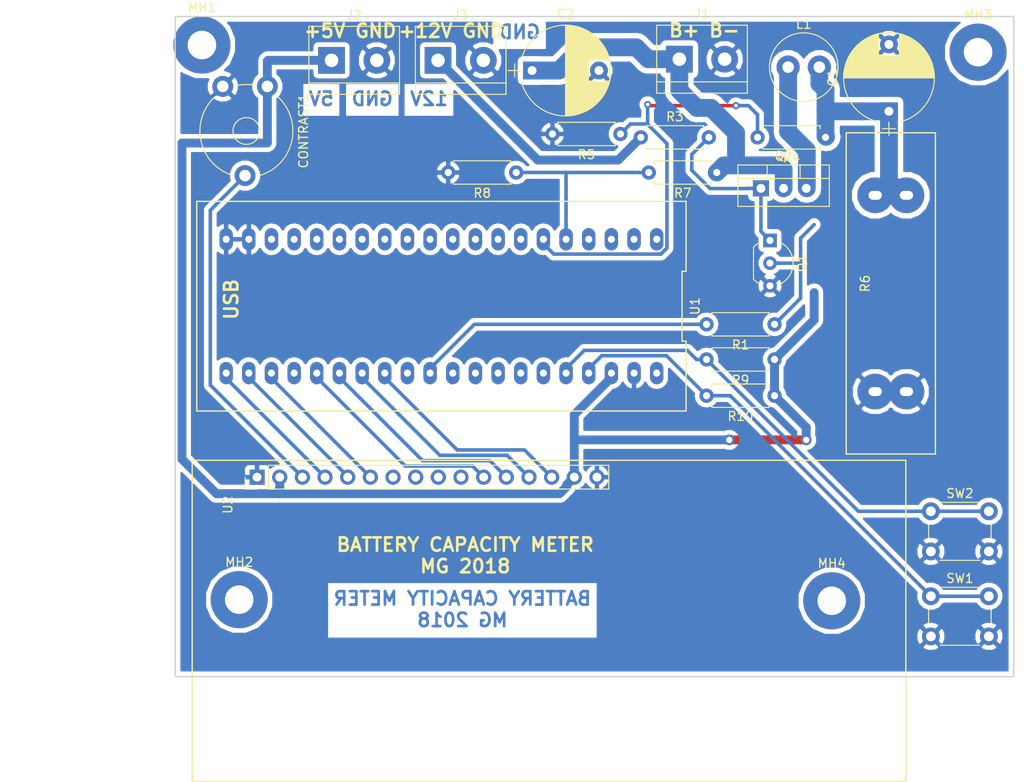
<source format=kicad_pcb>
(kicad_pcb (version 20171130) (host pcbnew "(5.0.1)-4")

  (general
    (thickness 1.6)
    (drawings 16)
    (tracks 156)
    (zones 0)
    (modules 26)
    (nets 22)
  )

  (page A4)
  (layers
    (0 F.Cu signal)
    (31 B.Cu signal)
    (32 B.Adhes user)
    (33 F.Adhes user)
    (34 B.Paste user)
    (35 F.Paste user)
    (36 B.SilkS user)
    (37 F.SilkS user)
    (38 B.Mask user)
    (39 F.Mask user)
    (40 Dwgs.User user)
    (41 Cmts.User user)
    (42 Eco1.User user)
    (43 Eco2.User user)
    (44 Edge.Cuts user)
    (45 Margin user)
    (46 B.CrtYd user)
    (47 F.CrtYd user)
    (48 B.Fab user)
    (49 F.Fab user)
  )

  (setup
    (last_trace_width 0.4)
    (trace_clearance 0.2)
    (zone_clearance 0.508)
    (zone_45_only no)
    (trace_min 0.2)
    (segment_width 0.2)
    (edge_width 0.15)
    (via_size 0.8)
    (via_drill 0.4)
    (via_min_size 0.4)
    (via_min_drill 0.3)
    (uvia_size 0.3)
    (uvia_drill 0.1)
    (uvias_allowed no)
    (uvia_min_size 0.2)
    (uvia_min_drill 0.1)
    (pcb_text_width 0.3)
    (pcb_text_size 1.5 1.5)
    (mod_edge_width 0.15)
    (mod_text_size 1 1)
    (mod_text_width 0.15)
    (pad_size 1.524 1.524)
    (pad_drill 0.762)
    (pad_to_mask_clearance 0.2)
    (solder_mask_min_width 0.25)
    (aux_axis_origin 27.94 95.25)
    (grid_origin 27.94 95.25)
    (visible_elements 7FFFFFFF)
    (pcbplotparams
      (layerselection 0x010fc_ffffffff)
      (usegerberextensions false)
      (usegerberattributes false)
      (usegerberadvancedattributes false)
      (creategerberjobfile false)
      (excludeedgelayer true)
      (linewidth 0.100000)
      (plotframeref false)
      (viasonmask false)
      (mode 1)
      (useauxorigin false)
      (hpglpennumber 1)
      (hpglpenspeed 20)
      (hpglpendiameter 15.000000)
      (psnegative false)
      (psa4output false)
      (plotreference true)
      (plotvalue true)
      (plotinvisibletext false)
      (padsonsilk false)
      (subtractmaskfromsilk false)
      (outputformat 1)
      (mirror false)
      (drillshape 1)
      (scaleselection 1)
      (outputdirectory ""))
  )

  (net 0 "")
  (net 1 GND)
  (net 2 "Net-(CONTRAST1-Pad2)")
  (net 3 +5V)
  (net 4 "Net-(Q1-Pad1)")
  (net 5 "Net-(Q1-Pad2)")
  (net 6 controlLoad)
  (net 7 +12V)
  (net 8 shuntVoltage)
  (net 9 batteryVoltage)
  (net 10 /LCD_7)
  (net 11 /LCD_6)
  (net 12 /LCD_5)
  (net 13 /LCD_4)
  (net 14 /LCD_CLOCK)
  (net 15 /LCD_RW)
  (net 16 /LCD_RS)
  (net 17 /power_distribution_0)
  (net 18 /power_distribution_2)
  (net 19 /power_distribution_1)
  (net 20 "Net-(R9-Pad2)")
  (net 21 "Net-(R10-Pad2)")

  (net_class Default "This is the default net class."
    (clearance 0.2)
    (trace_width 0.4)
    (via_dia 0.8)
    (via_drill 0.4)
    (uvia_dia 0.3)
    (uvia_drill 0.1)
    (add_net /LCD_4)
    (add_net /LCD_5)
    (add_net /LCD_6)
    (add_net /LCD_7)
    (add_net /LCD_CLOCK)
    (add_net /LCD_RS)
    (add_net /LCD_RW)
    (add_net "Net-(CONTRAST1-Pad2)")
    (add_net "Net-(Q1-Pad1)")
    (add_net "Net-(Q1-Pad2)")
    (add_net "Net-(R10-Pad2)")
    (add_net "Net-(R9-Pad2)")
    (add_net batteryVoltage)
    (add_net controlLoad)
    (add_net shuntVoltage)
  )

  (net_class battery ""
    (clearance 0.6)
    (trace_width 2)
    (via_dia 1.2)
    (via_drill 0.7)
    (uvia_dia 0.3)
    (uvia_drill 0.1)
    (add_net /power_distribution_0)
    (add_net /power_distribution_1)
    (add_net /power_distribution_2)
  )

  (net_class power ""
    (clearance 0.5)
    (trace_width 1)
    (via_dia 1.2)
    (via_drill 0.7)
    (uvia_dia 0.3)
    (uvia_drill 0.1)
    (add_net +12V)
    (add_net +5V)
    (add_net GND)
  )

  (module batteryCapacityMeasure_STM32F103:lcd_1602A (layer F.Cu) (tedit 5BAB8FCB) (tstamp 5BAA7349)
    (at 29.845 70.993)
    (descr "Through hole straight pin header, 1x16, 2.54mm pitch, single row")
    (tags "Through hole pin header THT 1x16 2.54mm single row")
    (path /5BA1BE6A)
    (fp_text reference U2 (at 4 5 90) (layer F.SilkS)
      (effects (font (size 1 1) (thickness 0.15)))
    )
    (fp_text value RC1602A (at 19.5 19.5) (layer F.Fab)
      (effects (font (size 1 1) (thickness 0.15)))
    )
    (fp_text user %R (at 26.325038 1.893627 180) (layer F.Fab)
      (effects (font (size 1 1) (thickness 0.15)))
    )
    (fp_line (start 5.475038 0.093627) (end 5.475038 3.693627) (layer F.CrtYd) (width 0.05))
    (fp_line (start 47.175038 0.093627) (end 5.475038 0.093627) (layer F.CrtYd) (width 0.05))
    (fp_line (start 47.175038 3.693627) (end 47.175038 0.093627) (layer F.CrtYd) (width 0.05))
    (fp_line (start 5.475038 3.693627) (end 47.175038 3.693627) (layer F.CrtYd) (width 0.05))
    (fp_line (start 5.945038 3.223627) (end 5.945038 1.893627) (layer F.SilkS) (width 0.12))
    (fp_line (start 7.275038 3.223627) (end 5.945038 3.223627) (layer F.SilkS) (width 0.12))
    (fp_line (start 8.545038 3.223627) (end 8.545038 0.563627) (layer F.SilkS) (width 0.12))
    (fp_line (start 8.545038 0.563627) (end 46.705038 0.563627) (layer F.SilkS) (width 0.12))
    (fp_line (start 8.545038 3.223627) (end 46.705038 3.223627) (layer F.SilkS) (width 0.12))
    (fp_line (start 46.705038 3.223627) (end 46.705038 0.563627) (layer F.SilkS) (width 0.12))
    (fp_line (start 6.640038 3.163627) (end 6.005038 2.528627) (layer F.Fab) (width 0.1))
    (fp_line (start 46.645038 3.163627) (end 6.640038 3.163627) (layer F.Fab) (width 0.1))
    (fp_line (start 46.645038 0.623627) (end 46.645038 3.163627) (layer F.Fab) (width 0.1))
    (fp_line (start 6.005038 0.623627) (end 46.645038 0.623627) (layer F.Fab) (width 0.1))
    (fp_line (start 6.005038 2.528627) (end 6.005038 0.623627) (layer F.Fab) (width 0.1))
    (fp_line (start 0 0) (end 80 0) (layer F.SilkS) (width 0.15))
    (fp_line (start 80 0) (end 80 36) (layer F.SilkS) (width 0.15))
    (fp_line (start 80 36) (end 0 36) (layer F.SilkS) (width 0.15))
    (fp_line (start 0 36) (end 0 0) (layer F.SilkS) (width 0.15))
    (pad 16 thru_hole oval (at 45.375038 1.893627 90) (size 1.7 1.7) (drill 1) (layers *.Cu *.Mask)
      (net 1 GND))
    (pad 15 thru_hole oval (at 42.835038 1.893627 90) (size 1.7 1.7) (drill 1) (layers *.Cu *.Mask)
      (net 3 +5V))
    (pad 14 thru_hole oval (at 40.295038 1.893627 90) (size 1.7 1.7) (drill 1) (layers *.Cu *.Mask)
      (net 10 /LCD_7))
    (pad 13 thru_hole oval (at 37.755038 1.893627 90) (size 1.7 1.7) (drill 1) (layers *.Cu *.Mask)
      (net 11 /LCD_6))
    (pad 12 thru_hole oval (at 35.215038 1.893627 90) (size 1.7 1.7) (drill 1) (layers *.Cu *.Mask)
      (net 12 /LCD_5))
    (pad 11 thru_hole oval (at 32.675038 1.893627 90) (size 1.7 1.7) (drill 1) (layers *.Cu *.Mask)
      (net 13 /LCD_4))
    (pad 10 thru_hole oval (at 30.135038 1.893627 90) (size 1.7 1.7) (drill 1) (layers *.Cu *.Mask))
    (pad 9 thru_hole oval (at 27.595038 1.893627 90) (size 1.7 1.7) (drill 1) (layers *.Cu *.Mask))
    (pad 8 thru_hole oval (at 25.055038 1.893627 90) (size 1.7 1.7) (drill 1) (layers *.Cu *.Mask))
    (pad 7 thru_hole oval (at 22.515038 1.893627 90) (size 1.7 1.7) (drill 1) (layers *.Cu *.Mask))
    (pad 6 thru_hole oval (at 19.975038 1.893627 90) (size 1.7 1.7) (drill 1) (layers *.Cu *.Mask)
      (net 14 /LCD_CLOCK))
    (pad 5 thru_hole oval (at 17.435038 1.893627 90) (size 1.7 1.7) (drill 1) (layers *.Cu *.Mask)
      (net 15 /LCD_RW))
    (pad 4 thru_hole oval (at 14.895038 1.893627 90) (size 1.7 1.7) (drill 1) (layers *.Cu *.Mask)
      (net 16 /LCD_RS))
    (pad 3 thru_hole oval (at 12.355038 1.893627 90) (size 1.7 1.7) (drill 1) (layers *.Cu *.Mask)
      (net 2 "Net-(CONTRAST1-Pad2)"))
    (pad 2 thru_hole oval (at 9.815038 1.893627 90) (size 1.7 1.7) (drill 1) (layers *.Cu *.Mask)
      (net 3 +5V))
    (pad 1 thru_hole rect (at 7.275038 1.893627 90) (size 1.7 1.7) (drill 1) (layers *.Cu *.Mask)
      (net 1 GND))
  )

  (module Resistors_THT:R_Axial_DIN0207_L6.3mm_D2.5mm_P7.62mm_Horizontal (layer F.Cu) (tedit 5874F706) (tstamp 5BAA13C7)
    (at 80.137 34.798)
    (descr "Resistor, Axial_DIN0207 series, Axial, Horizontal, pin pitch=7.62mm, 0.25W = 1/4W, length*diameter=6.3*2.5mm^2, http://cdn-reichelt.de/documents/datenblatt/B400/1_4W%23YAG.pdf")
    (tags "Resistor Axial_DIN0207 series Axial Horizontal pin pitch 7.62mm 0.25W = 1/4W length 6.3mm diameter 2.5mm")
    (path /5B9BD1F4)
    (fp_text reference R3 (at 3.81 -2.31) (layer F.SilkS)
      (effects (font (size 1 1) (thickness 0.15)))
    )
    (fp_text value 10k (at 3.81 2.31) (layer F.Fab)
      (effects (font (size 1 1) (thickness 0.15)))
    )
    (fp_line (start 8.7 -1.6) (end -1.05 -1.6) (layer F.CrtYd) (width 0.05))
    (fp_line (start 8.7 1.6) (end 8.7 -1.6) (layer F.CrtYd) (width 0.05))
    (fp_line (start -1.05 1.6) (end 8.7 1.6) (layer F.CrtYd) (width 0.05))
    (fp_line (start -1.05 -1.6) (end -1.05 1.6) (layer F.CrtYd) (width 0.05))
    (fp_line (start 7.02 1.31) (end 7.02 0.98) (layer F.SilkS) (width 0.12))
    (fp_line (start 0.6 1.31) (end 7.02 1.31) (layer F.SilkS) (width 0.12))
    (fp_line (start 0.6 0.98) (end 0.6 1.31) (layer F.SilkS) (width 0.12))
    (fp_line (start 7.02 -1.31) (end 7.02 -0.98) (layer F.SilkS) (width 0.12))
    (fp_line (start 0.6 -1.31) (end 7.02 -1.31) (layer F.SilkS) (width 0.12))
    (fp_line (start 0.6 -0.98) (end 0.6 -1.31) (layer F.SilkS) (width 0.12))
    (fp_line (start 7.62 0) (end 6.96 0) (layer F.Fab) (width 0.1))
    (fp_line (start 0 0) (end 0.66 0) (layer F.Fab) (width 0.1))
    (fp_line (start 6.96 -1.25) (end 0.66 -1.25) (layer F.Fab) (width 0.1))
    (fp_line (start 6.96 1.25) (end 6.96 -1.25) (layer F.Fab) (width 0.1))
    (fp_line (start 0.66 1.25) (end 6.96 1.25) (layer F.Fab) (width 0.1))
    (fp_line (start 0.66 -1.25) (end 0.66 1.25) (layer F.Fab) (width 0.1))
    (pad 2 thru_hole oval (at 7.62 0) (size 1.6 1.6) (drill 0.8) (layers *.Cu *.Mask)
      (net 4 "Net-(Q1-Pad1)"))
    (pad 1 thru_hole circle (at 0 0) (size 1.6 1.6) (drill 0.8) (layers *.Cu *.Mask)
      (net 7 +12V))
    (model ${KISYS3DMOD}/Resistors_THT.3dshapes/R_Axial_DIN0207_L6.3mm_D2.5mm_P7.62mm_Horizontal.wrl
      (at (xyz 0 0 0))
      (scale (xyz 0.393701 0.393701 0.393701))
      (rotate (xyz 0 0 0))
    )
  )

  (module TO_SOT_Packages_THT:TO-220-3_Vertical (layer F.Cu) (tedit 58CE52AD) (tstamp 5BAA1385)
    (at 93.599 40.513)
    (descr "TO-220-3, Vertical, RM 2.54mm")
    (tags "TO-220-3 Vertical RM 2.54mm")
    (path /5B9BCE4F)
    (fp_text reference Q2 (at 2.54 -3.62) (layer F.SilkS)
      (effects (font (size 1 1) (thickness 0.15)))
    )
    (fp_text value IRFZ44N (at 2.54 3.92) (layer F.Fab)
      (effects (font (size 1 1) (thickness 0.15)))
    )
    (fp_line (start 7.79 -2.75) (end -2.71 -2.75) (layer F.CrtYd) (width 0.05))
    (fp_line (start 7.79 2.16) (end 7.79 -2.75) (layer F.CrtYd) (width 0.05))
    (fp_line (start -2.71 2.16) (end 7.79 2.16) (layer F.CrtYd) (width 0.05))
    (fp_line (start -2.71 -2.75) (end -2.71 2.16) (layer F.CrtYd) (width 0.05))
    (fp_line (start 4.391 -2.62) (end 4.391 -1.11) (layer F.SilkS) (width 0.12))
    (fp_line (start 0.69 -2.62) (end 0.69 -1.11) (layer F.SilkS) (width 0.12))
    (fp_line (start -2.58 -1.11) (end 7.66 -1.11) (layer F.SilkS) (width 0.12))
    (fp_line (start 7.66 -2.62) (end 7.66 2.021) (layer F.SilkS) (width 0.12))
    (fp_line (start -2.58 -2.62) (end -2.58 2.021) (layer F.SilkS) (width 0.12))
    (fp_line (start -2.58 2.021) (end 7.66 2.021) (layer F.SilkS) (width 0.12))
    (fp_line (start -2.58 -2.62) (end 7.66 -2.62) (layer F.SilkS) (width 0.12))
    (fp_line (start 4.39 -2.5) (end 4.39 -1.23) (layer F.Fab) (width 0.1))
    (fp_line (start 0.69 -2.5) (end 0.69 -1.23) (layer F.Fab) (width 0.1))
    (fp_line (start -2.46 -1.23) (end 7.54 -1.23) (layer F.Fab) (width 0.1))
    (fp_line (start 7.54 -2.5) (end -2.46 -2.5) (layer F.Fab) (width 0.1))
    (fp_line (start 7.54 1.9) (end 7.54 -2.5) (layer F.Fab) (width 0.1))
    (fp_line (start -2.46 1.9) (end 7.54 1.9) (layer F.Fab) (width 0.1))
    (fp_line (start -2.46 -2.5) (end -2.46 1.9) (layer F.Fab) (width 0.1))
    (fp_text user %R (at 2.54 -3.62) (layer F.Fab)
      (effects (font (size 1 1) (thickness 0.15)))
    )
    (pad 3 thru_hole oval (at 5.08 0) (size 1.8 1.8) (drill 1) (layers *.Cu *.Mask)
      (net 19 /power_distribution_1))
    (pad 2 thru_hole oval (at 2.54 0) (size 1.8 1.8) (drill 1) (layers *.Cu *.Mask)
      (net 17 /power_distribution_0))
    (pad 1 thru_hole rect (at 0 0) (size 1.8 1.8) (drill 1) (layers *.Cu *.Mask)
      (net 4 "Net-(Q1-Pad1)"))
    (model ${KISYS3DMOD}/TO_SOT_Packages_THT.3dshapes/TO-220-3_Vertical.wrl
      (offset (xyz 2.539999961853027 0 0))
      (scale (xyz 0.393701 0.393701 0.393701))
      (rotate (xyz 0 0 0))
    )
  )

  (module Resistors_THT:R_Axial_DIN0207_L6.3mm_D2.5mm_P7.62mm_Horizontal (layer F.Cu) (tedit 5874F706) (tstamp 5BAA13DD)
    (at 100.838 34.798 180)
    (descr "Resistor, Axial_DIN0207 series, Axial, Horizontal, pin pitch=7.62mm, 0.25W = 1/4W, length*diameter=6.3*2.5mm^2, http://cdn-reichelt.de/documents/datenblatt/B400/1_4W%23YAG.pdf")
    (tags "Resistor Axial_DIN0207 series Axial Horizontal pin pitch 7.62mm 0.25W = 1/4W length 6.3mm diameter 2.5mm")
    (path /5BAA5842)
    (fp_text reference R4 (at 3.81 -2.31 180) (layer F.SilkS)
      (effects (font (size 1 1) (thickness 0.15)))
    )
    (fp_text value 10K (at 3.81 2.31 180) (layer F.Fab)
      (effects (font (size 1 1) (thickness 0.15)))
    )
    (fp_line (start 0.66 -1.25) (end 0.66 1.25) (layer F.Fab) (width 0.1))
    (fp_line (start 0.66 1.25) (end 6.96 1.25) (layer F.Fab) (width 0.1))
    (fp_line (start 6.96 1.25) (end 6.96 -1.25) (layer F.Fab) (width 0.1))
    (fp_line (start 6.96 -1.25) (end 0.66 -1.25) (layer F.Fab) (width 0.1))
    (fp_line (start 0 0) (end 0.66 0) (layer F.Fab) (width 0.1))
    (fp_line (start 7.62 0) (end 6.96 0) (layer F.Fab) (width 0.1))
    (fp_line (start 0.6 -0.98) (end 0.6 -1.31) (layer F.SilkS) (width 0.12))
    (fp_line (start 0.6 -1.31) (end 7.02 -1.31) (layer F.SilkS) (width 0.12))
    (fp_line (start 7.02 -1.31) (end 7.02 -0.98) (layer F.SilkS) (width 0.12))
    (fp_line (start 0.6 0.98) (end 0.6 1.31) (layer F.SilkS) (width 0.12))
    (fp_line (start 0.6 1.31) (end 7.02 1.31) (layer F.SilkS) (width 0.12))
    (fp_line (start 7.02 1.31) (end 7.02 0.98) (layer F.SilkS) (width 0.12))
    (fp_line (start -1.05 -1.6) (end -1.05 1.6) (layer F.CrtYd) (width 0.05))
    (fp_line (start -1.05 1.6) (end 8.7 1.6) (layer F.CrtYd) (width 0.05))
    (fp_line (start 8.7 1.6) (end 8.7 -1.6) (layer F.CrtYd) (width 0.05))
    (fp_line (start 8.7 -1.6) (end -1.05 -1.6) (layer F.CrtYd) (width 0.05))
    (pad 1 thru_hole circle (at 0 0 180) (size 1.6 1.6) (drill 0.8) (layers *.Cu *.Mask)
      (net 18 /power_distribution_2))
    (pad 2 thru_hole oval (at 7.62 0 180) (size 1.6 1.6) (drill 0.8) (layers *.Cu *.Mask)
      (net 8 shuntVoltage))
    (model ${KISYS3DMOD}/Resistors_THT.3dshapes/R_Axial_DIN0207_L6.3mm_D2.5mm_P7.62mm_Horizontal.wrl
      (at (xyz 0 0 0))
      (scale (xyz 0.393701 0.393701 0.393701))
      (rotate (xyz 0 0 0))
    )
  )

  (module Resistors_THT:R_Axial_DIN0207_L6.3mm_D2.5mm_P7.62mm_Horizontal (layer F.Cu) (tedit 5874F706) (tstamp 5BAA1409)
    (at 88.646 38.735 180)
    (descr "Resistor, Axial_DIN0207 series, Axial, Horizontal, pin pitch=7.62mm, 0.25W = 1/4W, length*diameter=6.3*2.5mm^2, http://cdn-reichelt.de/documents/datenblatt/B400/1_4W%23YAG.pdf")
    (tags "Resistor Axial_DIN0207 series Axial Horizontal pin pitch 7.62mm 0.25W = 1/4W length 6.3mm diameter 2.5mm")
    (path /5BA24297)
    (fp_text reference R7 (at 3.81 -2.31 180) (layer F.SilkS)
      (effects (font (size 1 1) (thickness 0.15)))
    )
    (fp_text value 10K (at 3.81 2.31 180) (layer F.Fab)
      (effects (font (size 1 1) (thickness 0.15)))
    )
    (fp_line (start 8.7 -1.6) (end -1.05 -1.6) (layer F.CrtYd) (width 0.05))
    (fp_line (start 8.7 1.6) (end 8.7 -1.6) (layer F.CrtYd) (width 0.05))
    (fp_line (start -1.05 1.6) (end 8.7 1.6) (layer F.CrtYd) (width 0.05))
    (fp_line (start -1.05 -1.6) (end -1.05 1.6) (layer F.CrtYd) (width 0.05))
    (fp_line (start 7.02 1.31) (end 7.02 0.98) (layer F.SilkS) (width 0.12))
    (fp_line (start 0.6 1.31) (end 7.02 1.31) (layer F.SilkS) (width 0.12))
    (fp_line (start 0.6 0.98) (end 0.6 1.31) (layer F.SilkS) (width 0.12))
    (fp_line (start 7.02 -1.31) (end 7.02 -0.98) (layer F.SilkS) (width 0.12))
    (fp_line (start 0.6 -1.31) (end 7.02 -1.31) (layer F.SilkS) (width 0.12))
    (fp_line (start 0.6 -0.98) (end 0.6 -1.31) (layer F.SilkS) (width 0.12))
    (fp_line (start 7.62 0) (end 6.96 0) (layer F.Fab) (width 0.1))
    (fp_line (start 0 0) (end 0.66 0) (layer F.Fab) (width 0.1))
    (fp_line (start 6.96 -1.25) (end 0.66 -1.25) (layer F.Fab) (width 0.1))
    (fp_line (start 6.96 1.25) (end 6.96 -1.25) (layer F.Fab) (width 0.1))
    (fp_line (start 0.66 1.25) (end 6.96 1.25) (layer F.Fab) (width 0.1))
    (fp_line (start 0.66 -1.25) (end 0.66 1.25) (layer F.Fab) (width 0.1))
    (pad 2 thru_hole oval (at 7.62 0 180) (size 1.6 1.6) (drill 0.8) (layers *.Cu *.Mask)
      (net 9 batteryVoltage))
    (pad 1 thru_hole circle (at 0 0 180) (size 1.6 1.6) (drill 0.8) (layers *.Cu *.Mask)
      (net 17 /power_distribution_0))
    (model ${KISYS3DMOD}/Resistors_THT.3dshapes/R_Axial_DIN0207_L6.3mm_D2.5mm_P7.62mm_Horizontal.wrl
      (at (xyz 0 0 0))
      (scale (xyz 0.393701 0.393701 0.393701))
      (rotate (xyz 0 0 0))
    )
  )

  (module Capacitors_THT:CP_Radial_D10.0mm_P7.50mm (layer F.Cu) (tedit 597BC7C2) (tstamp 5BAA1323)
    (at 67.945 27.305)
    (descr "CP, Radial series, Radial, pin pitch=7.50mm, , diameter=10mm, Electrolytic Capacitor")
    (tags "CP Radial series Radial pin pitch 7.50mm  diameter 10mm Electrolytic Capacitor")
    (path /5BA2CB24)
    (fp_text reference C2 (at 3.75 -6.31) (layer F.SilkS)
      (effects (font (size 1 1) (thickness 0.15)))
    )
    (fp_text value 2200uF (at 3.75 6.31) (layer F.Fab)
      (effects (font (size 1 1) (thickness 0.15)))
    )
    (fp_arc (start 3.75 0) (end -1.149357 -1.38) (angle 148.5) (layer F.SilkS) (width 0.12))
    (fp_arc (start 3.75 0) (end -1.149357 1.38) (angle -148.5) (layer F.SilkS) (width 0.12))
    (fp_arc (start 3.75 0) (end 8.649357 -1.38) (angle 31.5) (layer F.SilkS) (width 0.12))
    (fp_circle (center 3.75 0) (end 8.75 0) (layer F.Fab) (width 0.1))
    (fp_line (start -2.7 0) (end -1.2 0) (layer F.Fab) (width 0.1))
    (fp_line (start -1.95 -0.75) (end -1.95 0.75) (layer F.Fab) (width 0.1))
    (fp_line (start 3.75 -5.05) (end 3.75 5.05) (layer F.SilkS) (width 0.12))
    (fp_line (start 3.79 -5.05) (end 3.79 5.05) (layer F.SilkS) (width 0.12))
    (fp_line (start 3.83 -5.05) (end 3.83 5.05) (layer F.SilkS) (width 0.12))
    (fp_line (start 3.87 -5.049) (end 3.87 5.049) (layer F.SilkS) (width 0.12))
    (fp_line (start 3.91 -5.048) (end 3.91 5.048) (layer F.SilkS) (width 0.12))
    (fp_line (start 3.95 -5.047) (end 3.95 5.047) (layer F.SilkS) (width 0.12))
    (fp_line (start 3.99 -5.045) (end 3.99 5.045) (layer F.SilkS) (width 0.12))
    (fp_line (start 4.03 -5.043) (end 4.03 5.043) (layer F.SilkS) (width 0.12))
    (fp_line (start 4.07 -5.04) (end 4.07 5.04) (layer F.SilkS) (width 0.12))
    (fp_line (start 4.11 -5.038) (end 4.11 5.038) (layer F.SilkS) (width 0.12))
    (fp_line (start 4.15 -5.035) (end 4.15 5.035) (layer F.SilkS) (width 0.12))
    (fp_line (start 4.19 -5.031) (end 4.19 5.031) (layer F.SilkS) (width 0.12))
    (fp_line (start 4.23 -5.028) (end 4.23 5.028) (layer F.SilkS) (width 0.12))
    (fp_line (start 4.27 -5.024) (end 4.27 5.024) (layer F.SilkS) (width 0.12))
    (fp_line (start 4.31 -5.02) (end 4.31 5.02) (layer F.SilkS) (width 0.12))
    (fp_line (start 4.35 -5.015) (end 4.35 5.015) (layer F.SilkS) (width 0.12))
    (fp_line (start 4.39 -5.01) (end 4.39 5.01) (layer F.SilkS) (width 0.12))
    (fp_line (start 4.43 -5.005) (end 4.43 5.005) (layer F.SilkS) (width 0.12))
    (fp_line (start 4.471 -4.999) (end 4.471 4.999) (layer F.SilkS) (width 0.12))
    (fp_line (start 4.511 -4.993) (end 4.511 4.993) (layer F.SilkS) (width 0.12))
    (fp_line (start 4.551 -4.987) (end 4.551 4.987) (layer F.SilkS) (width 0.12))
    (fp_line (start 4.591 -4.981) (end 4.591 4.981) (layer F.SilkS) (width 0.12))
    (fp_line (start 4.631 -4.974) (end 4.631 4.974) (layer F.SilkS) (width 0.12))
    (fp_line (start 4.671 -4.967) (end 4.671 4.967) (layer F.SilkS) (width 0.12))
    (fp_line (start 4.711 -4.959) (end 4.711 4.959) (layer F.SilkS) (width 0.12))
    (fp_line (start 4.751 -4.951) (end 4.751 4.951) (layer F.SilkS) (width 0.12))
    (fp_line (start 4.791 -4.943) (end 4.791 4.943) (layer F.SilkS) (width 0.12))
    (fp_line (start 4.831 -4.935) (end 4.831 4.935) (layer F.SilkS) (width 0.12))
    (fp_line (start 4.871 -4.926) (end 4.871 4.926) (layer F.SilkS) (width 0.12))
    (fp_line (start 4.911 -4.917) (end 4.911 4.917) (layer F.SilkS) (width 0.12))
    (fp_line (start 4.951 -4.907) (end 4.951 4.907) (layer F.SilkS) (width 0.12))
    (fp_line (start 4.991 -4.897) (end 4.991 4.897) (layer F.SilkS) (width 0.12))
    (fp_line (start 5.031 -4.887) (end 5.031 4.887) (layer F.SilkS) (width 0.12))
    (fp_line (start 5.071 -4.876) (end 5.071 4.876) (layer F.SilkS) (width 0.12))
    (fp_line (start 5.111 -4.865) (end 5.111 4.865) (layer F.SilkS) (width 0.12))
    (fp_line (start 5.151 -4.854) (end 5.151 4.854) (layer F.SilkS) (width 0.12))
    (fp_line (start 5.191 -4.843) (end 5.191 4.843) (layer F.SilkS) (width 0.12))
    (fp_line (start 5.231 -4.831) (end 5.231 4.831) (layer F.SilkS) (width 0.12))
    (fp_line (start 5.271 -4.818) (end 5.271 4.818) (layer F.SilkS) (width 0.12))
    (fp_line (start 5.311 -4.806) (end 5.311 4.806) (layer F.SilkS) (width 0.12))
    (fp_line (start 5.351 -4.792) (end 5.351 4.792) (layer F.SilkS) (width 0.12))
    (fp_line (start 5.391 -4.779) (end 5.391 4.779) (layer F.SilkS) (width 0.12))
    (fp_line (start 5.431 -4.765) (end 5.431 4.765) (layer F.SilkS) (width 0.12))
    (fp_line (start 5.471 -4.751) (end 5.471 4.751) (layer F.SilkS) (width 0.12))
    (fp_line (start 5.511 -4.737) (end 5.511 4.737) (layer F.SilkS) (width 0.12))
    (fp_line (start 5.551 -4.722) (end 5.551 4.722) (layer F.SilkS) (width 0.12))
    (fp_line (start 5.591 -4.706) (end 5.591 4.706) (layer F.SilkS) (width 0.12))
    (fp_line (start 5.631 -4.691) (end 5.631 4.691) (layer F.SilkS) (width 0.12))
    (fp_line (start 5.671 -4.674) (end 5.671 4.674) (layer F.SilkS) (width 0.12))
    (fp_line (start 5.711 -4.658) (end 5.711 4.658) (layer F.SilkS) (width 0.12))
    (fp_line (start 5.751 -4.641) (end 5.751 4.641) (layer F.SilkS) (width 0.12))
    (fp_line (start 5.791 -4.624) (end 5.791 4.624) (layer F.SilkS) (width 0.12))
    (fp_line (start 5.831 -4.606) (end 5.831 4.606) (layer F.SilkS) (width 0.12))
    (fp_line (start 5.871 -4.588) (end 5.871 4.588) (layer F.SilkS) (width 0.12))
    (fp_line (start 5.911 -4.569) (end 5.911 4.569) (layer F.SilkS) (width 0.12))
    (fp_line (start 5.951 -4.55) (end 5.951 4.55) (layer F.SilkS) (width 0.12))
    (fp_line (start 5.991 -4.531) (end 5.991 4.531) (layer F.SilkS) (width 0.12))
    (fp_line (start 6.031 -4.511) (end 6.031 4.511) (layer F.SilkS) (width 0.12))
    (fp_line (start 6.071 -4.491) (end 6.071 4.491) (layer F.SilkS) (width 0.12))
    (fp_line (start 6.111 -4.47) (end 6.111 4.47) (layer F.SilkS) (width 0.12))
    (fp_line (start 6.151 -4.449) (end 6.151 4.449) (layer F.SilkS) (width 0.12))
    (fp_line (start 6.191 -4.428) (end 6.191 4.428) (layer F.SilkS) (width 0.12))
    (fp_line (start 6.231 -4.405) (end 6.231 4.405) (layer F.SilkS) (width 0.12))
    (fp_line (start 6.271 -4.383) (end 6.271 4.383) (layer F.SilkS) (width 0.12))
    (fp_line (start 6.311 -4.36) (end 6.311 4.36) (layer F.SilkS) (width 0.12))
    (fp_line (start 6.351 -4.336) (end 6.351 -1.181) (layer F.SilkS) (width 0.12))
    (fp_line (start 6.351 1.181) (end 6.351 4.336) (layer F.SilkS) (width 0.12))
    (fp_line (start 6.391 -4.312) (end 6.391 -1.181) (layer F.SilkS) (width 0.12))
    (fp_line (start 6.391 1.181) (end 6.391 4.312) (layer F.SilkS) (width 0.12))
    (fp_line (start 6.431 -4.288) (end 6.431 -1.181) (layer F.SilkS) (width 0.12))
    (fp_line (start 6.431 1.181) (end 6.431 4.288) (layer F.SilkS) (width 0.12))
    (fp_line (start 6.471 -4.263) (end 6.471 -1.181) (layer F.SilkS) (width 0.12))
    (fp_line (start 6.471 1.181) (end 6.471 4.263) (layer F.SilkS) (width 0.12))
    (fp_line (start 6.511 -4.237) (end 6.511 -1.181) (layer F.SilkS) (width 0.12))
    (fp_line (start 6.511 1.181) (end 6.511 4.237) (layer F.SilkS) (width 0.12))
    (fp_line (start 6.551 -4.211) (end 6.551 -1.181) (layer F.SilkS) (width 0.12))
    (fp_line (start 6.551 1.181) (end 6.551 4.211) (layer F.SilkS) (width 0.12))
    (fp_line (start 6.591 -4.185) (end 6.591 -1.181) (layer F.SilkS) (width 0.12))
    (fp_line (start 6.591 1.181) (end 6.591 4.185) (layer F.SilkS) (width 0.12))
    (fp_line (start 6.631 -4.157) (end 6.631 -1.181) (layer F.SilkS) (width 0.12))
    (fp_line (start 6.631 1.181) (end 6.631 4.157) (layer F.SilkS) (width 0.12))
    (fp_line (start 6.671 -4.13) (end 6.671 -1.181) (layer F.SilkS) (width 0.12))
    (fp_line (start 6.671 1.181) (end 6.671 4.13) (layer F.SilkS) (width 0.12))
    (fp_line (start 6.711 -4.101) (end 6.711 -1.181) (layer F.SilkS) (width 0.12))
    (fp_line (start 6.711 1.181) (end 6.711 4.101) (layer F.SilkS) (width 0.12))
    (fp_line (start 6.751 -4.072) (end 6.751 -1.181) (layer F.SilkS) (width 0.12))
    (fp_line (start 6.751 1.181) (end 6.751 4.072) (layer F.SilkS) (width 0.12))
    (fp_line (start 6.791 -4.043) (end 6.791 -1.181) (layer F.SilkS) (width 0.12))
    (fp_line (start 6.791 1.181) (end 6.791 4.043) (layer F.SilkS) (width 0.12))
    (fp_line (start 6.831 -4.013) (end 6.831 -1.181) (layer F.SilkS) (width 0.12))
    (fp_line (start 6.831 1.181) (end 6.831 4.013) (layer F.SilkS) (width 0.12))
    (fp_line (start 6.871 -3.982) (end 6.871 -1.181) (layer F.SilkS) (width 0.12))
    (fp_line (start 6.871 1.181) (end 6.871 3.982) (layer F.SilkS) (width 0.12))
    (fp_line (start 6.911 -3.951) (end 6.911 -1.181) (layer F.SilkS) (width 0.12))
    (fp_line (start 6.911 1.181) (end 6.911 3.951) (layer F.SilkS) (width 0.12))
    (fp_line (start 6.951 -3.919) (end 6.951 -1.181) (layer F.SilkS) (width 0.12))
    (fp_line (start 6.951 1.181) (end 6.951 3.919) (layer F.SilkS) (width 0.12))
    (fp_line (start 6.991 -3.886) (end 6.991 -1.181) (layer F.SilkS) (width 0.12))
    (fp_line (start 6.991 1.181) (end 6.991 3.886) (layer F.SilkS) (width 0.12))
    (fp_line (start 7.031 -3.853) (end 7.031 -1.181) (layer F.SilkS) (width 0.12))
    (fp_line (start 7.031 1.181) (end 7.031 3.853) (layer F.SilkS) (width 0.12))
    (fp_line (start 7.071 -3.819) (end 7.071 -1.181) (layer F.SilkS) (width 0.12))
    (fp_line (start 7.071 1.181) (end 7.071 3.819) (layer F.SilkS) (width 0.12))
    (fp_line (start 7.111 -3.784) (end 7.111 -1.181) (layer F.SilkS) (width 0.12))
    (fp_line (start 7.111 1.181) (end 7.111 3.784) (layer F.SilkS) (width 0.12))
    (fp_line (start 7.151 -3.748) (end 7.151 -1.181) (layer F.SilkS) (width 0.12))
    (fp_line (start 7.151 1.181) (end 7.151 3.748) (layer F.SilkS) (width 0.12))
    (fp_line (start 7.191 -3.712) (end 7.191 -1.181) (layer F.SilkS) (width 0.12))
    (fp_line (start 7.191 1.181) (end 7.191 3.712) (layer F.SilkS) (width 0.12))
    (fp_line (start 7.231 -3.675) (end 7.231 -1.181) (layer F.SilkS) (width 0.12))
    (fp_line (start 7.231 1.181) (end 7.231 3.675) (layer F.SilkS) (width 0.12))
    (fp_line (start 7.271 -3.637) (end 7.271 -1.181) (layer F.SilkS) (width 0.12))
    (fp_line (start 7.271 1.181) (end 7.271 3.637) (layer F.SilkS) (width 0.12))
    (fp_line (start 7.311 -3.598) (end 7.311 -1.181) (layer F.SilkS) (width 0.12))
    (fp_line (start 7.311 1.181) (end 7.311 3.598) (layer F.SilkS) (width 0.12))
    (fp_line (start 7.351 -3.559) (end 7.351 -1.181) (layer F.SilkS) (width 0.12))
    (fp_line (start 7.351 1.181) (end 7.351 3.559) (layer F.SilkS) (width 0.12))
    (fp_line (start 7.391 -3.518) (end 7.391 -1.181) (layer F.SilkS) (width 0.12))
    (fp_line (start 7.391 1.181) (end 7.391 3.518) (layer F.SilkS) (width 0.12))
    (fp_line (start 7.431 -3.477) (end 7.431 -1.181) (layer F.SilkS) (width 0.12))
    (fp_line (start 7.431 1.181) (end 7.431 3.477) (layer F.SilkS) (width 0.12))
    (fp_line (start 7.471 -3.435) (end 7.471 -1.181) (layer F.SilkS) (width 0.12))
    (fp_line (start 7.471 1.181) (end 7.471 3.435) (layer F.SilkS) (width 0.12))
    (fp_line (start 7.511 -3.391) (end 7.511 -1.181) (layer F.SilkS) (width 0.12))
    (fp_line (start 7.511 1.181) (end 7.511 3.391) (layer F.SilkS) (width 0.12))
    (fp_line (start 7.551 -3.347) (end 7.551 -1.181) (layer F.SilkS) (width 0.12))
    (fp_line (start 7.551 1.181) (end 7.551 3.347) (layer F.SilkS) (width 0.12))
    (fp_line (start 7.591 -3.302) (end 7.591 -1.181) (layer F.SilkS) (width 0.12))
    (fp_line (start 7.591 1.181) (end 7.591 3.302) (layer F.SilkS) (width 0.12))
    (fp_line (start 7.631 -3.255) (end 7.631 -1.181) (layer F.SilkS) (width 0.12))
    (fp_line (start 7.631 1.181) (end 7.631 3.255) (layer F.SilkS) (width 0.12))
    (fp_line (start 7.671 -3.207) (end 7.671 -1.181) (layer F.SilkS) (width 0.12))
    (fp_line (start 7.671 1.181) (end 7.671 3.207) (layer F.SilkS) (width 0.12))
    (fp_line (start 7.711 -3.158) (end 7.711 -1.181) (layer F.SilkS) (width 0.12))
    (fp_line (start 7.711 1.181) (end 7.711 3.158) (layer F.SilkS) (width 0.12))
    (fp_line (start 7.751 -3.108) (end 7.751 -1.181) (layer F.SilkS) (width 0.12))
    (fp_line (start 7.751 1.181) (end 7.751 3.108) (layer F.SilkS) (width 0.12))
    (fp_line (start 7.791 -3.057) (end 7.791 -1.181) (layer F.SilkS) (width 0.12))
    (fp_line (start 7.791 1.181) (end 7.791 3.057) (layer F.SilkS) (width 0.12))
    (fp_line (start 7.831 -3.004) (end 7.831 -1.181) (layer F.SilkS) (width 0.12))
    (fp_line (start 7.831 1.181) (end 7.831 3.004) (layer F.SilkS) (width 0.12))
    (fp_line (start 7.871 -2.949) (end 7.871 -1.181) (layer F.SilkS) (width 0.12))
    (fp_line (start 7.871 1.181) (end 7.871 2.949) (layer F.SilkS) (width 0.12))
    (fp_line (start 7.911 -2.894) (end 7.911 -1.181) (layer F.SilkS) (width 0.12))
    (fp_line (start 7.911 1.181) (end 7.911 2.894) (layer F.SilkS) (width 0.12))
    (fp_line (start 7.951 -2.836) (end 7.951 -1.181) (layer F.SilkS) (width 0.12))
    (fp_line (start 7.951 1.181) (end 7.951 2.836) (layer F.SilkS) (width 0.12))
    (fp_line (start 7.991 -2.777) (end 7.991 -1.181) (layer F.SilkS) (width 0.12))
    (fp_line (start 7.991 1.181) (end 7.991 2.777) (layer F.SilkS) (width 0.12))
    (fp_line (start 8.031 -2.715) (end 8.031 -1.181) (layer F.SilkS) (width 0.12))
    (fp_line (start 8.031 1.181) (end 8.031 2.715) (layer F.SilkS) (width 0.12))
    (fp_line (start 8.071 -2.652) (end 8.071 -1.181) (layer F.SilkS) (width 0.12))
    (fp_line (start 8.071 1.181) (end 8.071 2.652) (layer F.SilkS) (width 0.12))
    (fp_line (start 8.111 -2.587) (end 8.111 -1.181) (layer F.SilkS) (width 0.12))
    (fp_line (start 8.111 1.181) (end 8.111 2.587) (layer F.SilkS) (width 0.12))
    (fp_line (start 8.151 -2.519) (end 8.151 -1.181) (layer F.SilkS) (width 0.12))
    (fp_line (start 8.151 1.181) (end 8.151 2.519) (layer F.SilkS) (width 0.12))
    (fp_line (start 8.191 -2.449) (end 8.191 -1.181) (layer F.SilkS) (width 0.12))
    (fp_line (start 8.191 1.181) (end 8.191 2.449) (layer F.SilkS) (width 0.12))
    (fp_line (start 8.231 -2.377) (end 8.231 -1.181) (layer F.SilkS) (width 0.12))
    (fp_line (start 8.231 1.181) (end 8.231 2.377) (layer F.SilkS) (width 0.12))
    (fp_line (start 8.271 -2.301) (end 8.271 -1.181) (layer F.SilkS) (width 0.12))
    (fp_line (start 8.271 1.181) (end 8.271 2.301) (layer F.SilkS) (width 0.12))
    (fp_line (start 8.311 -2.222) (end 8.311 -1.181) (layer F.SilkS) (width 0.12))
    (fp_line (start 8.311 1.181) (end 8.311 2.222) (layer F.SilkS) (width 0.12))
    (fp_line (start 8.351 -2.14) (end 8.351 -1.181) (layer F.SilkS) (width 0.12))
    (fp_line (start 8.351 1.181) (end 8.351 2.14) (layer F.SilkS) (width 0.12))
    (fp_line (start 8.391 -2.053) (end 8.391 -1.181) (layer F.SilkS) (width 0.12))
    (fp_line (start 8.391 1.181) (end 8.391 2.053) (layer F.SilkS) (width 0.12))
    (fp_line (start 8.431 -1.962) (end 8.431 -1.181) (layer F.SilkS) (width 0.12))
    (fp_line (start 8.431 1.181) (end 8.431 1.962) (layer F.SilkS) (width 0.12))
    (fp_line (start 8.471 -1.866) (end 8.471 -1.181) (layer F.SilkS) (width 0.12))
    (fp_line (start 8.471 1.181) (end 8.471 1.866) (layer F.SilkS) (width 0.12))
    (fp_line (start 8.511 -1.763) (end 8.511 -1.181) (layer F.SilkS) (width 0.12))
    (fp_line (start 8.511 1.181) (end 8.511 1.763) (layer F.SilkS) (width 0.12))
    (fp_line (start 8.551 -1.654) (end 8.551 -1.181) (layer F.SilkS) (width 0.12))
    (fp_line (start 8.551 1.181) (end 8.551 1.654) (layer F.SilkS) (width 0.12))
    (fp_line (start 8.591 -1.536) (end 8.591 -1.181) (layer F.SilkS) (width 0.12))
    (fp_line (start 8.591 1.181) (end 8.591 1.536) (layer F.SilkS) (width 0.12))
    (fp_line (start 8.631 -1.407) (end 8.631 -1.181) (layer F.SilkS) (width 0.12))
    (fp_line (start 8.631 1.181) (end 8.631 1.407) (layer F.SilkS) (width 0.12))
    (fp_line (start 8.671 -1.265) (end 8.671 -1.181) (layer F.SilkS) (width 0.12))
    (fp_line (start 8.671 1.181) (end 8.671 1.265) (layer F.SilkS) (width 0.12))
    (fp_line (start 8.711 -1.104) (end 8.711 1.104) (layer F.SilkS) (width 0.12))
    (fp_line (start 8.751 -0.913) (end 8.751 0.913) (layer F.SilkS) (width 0.12))
    (fp_line (start 8.791 -0.672) (end 8.791 0.672) (layer F.SilkS) (width 0.12))
    (fp_line (start 8.831 -0.279) (end 8.831 0.279) (layer F.SilkS) (width 0.12))
    (fp_line (start -2.7 0) (end -1.2 0) (layer F.SilkS) (width 0.12))
    (fp_line (start -1.95 -0.75) (end -1.95 0.75) (layer F.SilkS) (width 0.12))
    (fp_line (start -1.6 -5.35) (end -1.6 5.35) (layer F.CrtYd) (width 0.05))
    (fp_line (start -1.6 5.35) (end 9.1 5.35) (layer F.CrtYd) (width 0.05))
    (fp_line (start 9.1 5.35) (end 9.1 -5.35) (layer F.CrtYd) (width 0.05))
    (fp_line (start 9.1 -5.35) (end -1.6 -5.35) (layer F.CrtYd) (width 0.05))
    (fp_text user %R (at 3.75 0) (layer F.Fab)
      (effects (font (size 1 1) (thickness 0.15)))
    )
    (pad 1 thru_hole rect (at 0 0) (size 2 2) (drill 1) (layers *.Cu *.Mask)
      (net 17 /power_distribution_0))
    (pad 2 thru_hole circle (at 7.5 0) (size 2 2) (drill 1) (layers *.Cu *.Mask)
      (net 1 GND))
    (model ${KISYS3DMOD}/Capacitors_THT.3dshapes/CP_Radial_D10.0mm_P7.50mm.wrl
      (at (xyz 0 0 0))
      (scale (xyz 1 1 1))
      (rotate (xyz 0 0 0))
    )
  )

  (module batteryCapacityMeasure_STM32F103:bluepill_dip40_stm32f103c8 (layer F.Cu) (tedit 0) (tstamp 5BAA31BC)
    (at 57.785 53.721 180)
    (path /5B9BC8F2)
    (fp_text reference U1 (at -28.42 0 270) (layer F.SilkS)
      (effects (font (size 1 1) (thickness 0.15)))
    )
    (fp_text value BluePill_STM32F103C (at 0 0 180) (layer F.Fab)
      (effects (font (size 1 1) (thickness 0.15)))
    )
    (fp_line (start -27.55 11.9) (end -27.55 -11.9) (layer F.CrtYd) (width 0.05))
    (fp_line (start 27.55 11.9) (end -27.55 11.9) (layer F.CrtYd) (width 0.05))
    (fp_line (start 27.55 -11.9) (end 27.55 11.9) (layer F.CrtYd) (width 0.05))
    (fp_line (start -27.55 -11.9) (end 27.55 -11.9) (layer F.CrtYd) (width 0.05))
    (fp_line (start -27.42 3.916666) (end -27.42 11.749999) (layer F.SilkS) (width 0.15))
    (fp_line (start -26.97 3.916666) (end -27.42 3.916666) (layer F.SilkS) (width 0.15))
    (fp_line (start -26.97 -3.916666) (end -26.97 3.916666) (layer F.SilkS) (width 0.15))
    (fp_line (start -27.42 -3.916666) (end -26.97 -3.916666) (layer F.SilkS) (width 0.15))
    (fp_line (start -27.42 -11.75) (end -27.42 -3.916666) (layer F.SilkS) (width 0.15))
    (fp_line (start 27.42 -11.749999) (end -27.42 -11.75) (layer F.SilkS) (width 0.15))
    (fp_line (start 27.42 11.75) (end 27.42 -11.749999) (layer F.SilkS) (width 0.15))
    (fp_line (start -27.42 11.749999) (end 27.42 11.75) (layer F.SilkS) (width 0.15))
    (pad 20 thru_hole oval (at 24.13 7.5 180) (size 1.5 2.5) (drill 0.8) (layers *.Cu *.Mask)
      (net 1 GND))
    (pad 21 thru_hole oval (at 24.13 -7.5 180) (size 1.5 2.5) (drill 0.8) (layers *.Cu *.Mask)
      (net 16 /LCD_RS))
    (pad 19 thru_hole oval (at 21.59 7.5 180) (size 1.5 2.5) (drill 0.8) (layers *.Cu *.Mask)
      (net 1 GND))
    (pad 22 thru_hole oval (at 21.59 -7.5 180) (size 1.5 2.5) (drill 0.8) (layers *.Cu *.Mask)
      (net 15 /LCD_RW))
    (pad 18 thru_hole oval (at 19.05 7.5 180) (size 1.5 2.5) (drill 0.8) (layers *.Cu *.Mask))
    (pad 23 thru_hole oval (at 19.05 -7.5 180) (size 1.5 2.5) (drill 0.8) (layers *.Cu *.Mask)
      (net 14 /LCD_CLOCK))
    (pad 17 thru_hole oval (at 16.51 7.5 180) (size 1.5 2.5) (drill 0.8) (layers *.Cu *.Mask))
    (pad 24 thru_hole oval (at 16.51 -7.5 180) (size 1.5 2.5) (drill 0.8) (layers *.Cu *.Mask))
    (pad 16 thru_hole oval (at 13.97 7.5 180) (size 1.5 2.5) (drill 0.8) (layers *.Cu *.Mask))
    (pad 25 thru_hole oval (at 13.97 -7.5 180) (size 1.5 2.5) (drill 0.8) (layers *.Cu *.Mask)
      (net 13 /LCD_4))
    (pad 15 thru_hole oval (at 11.43 7.5 180) (size 1.5 2.5) (drill 0.8) (layers *.Cu *.Mask))
    (pad 26 thru_hole oval (at 11.43 -7.5 180) (size 1.5 2.5) (drill 0.8) (layers *.Cu *.Mask)
      (net 12 /LCD_5))
    (pad 14 thru_hole oval (at 8.89 7.5 180) (size 1.5 2.5) (drill 0.8) (layers *.Cu *.Mask))
    (pad 27 thru_hole oval (at 8.89 -7.5 180) (size 1.5 2.5) (drill 0.8) (layers *.Cu *.Mask)
      (net 11 /LCD_6))
    (pad 13 thru_hole oval (at 6.35 7.5 180) (size 1.5 2.5) (drill 0.8) (layers *.Cu *.Mask))
    (pad 28 thru_hole oval (at 6.35 -7.5 180) (size 1.5 2.5) (drill 0.8) (layers *.Cu *.Mask)
      (net 10 /LCD_7))
    (pad 12 thru_hole oval (at 3.81 7.5 180) (size 1.5 2.5) (drill 0.8) (layers *.Cu *.Mask))
    (pad 29 thru_hole oval (at 3.81 -7.5 180) (size 1.5 2.5) (drill 0.8) (layers *.Cu *.Mask))
    (pad 11 thru_hole oval (at 1.27 7.5 180) (size 1.5 2.5) (drill 0.8) (layers *.Cu *.Mask))
    (pad 30 thru_hole oval (at 1.27 -7.5 180) (size 1.5 2.5) (drill 0.8) (layers *.Cu *.Mask)
      (net 6 controlLoad))
    (pad 10 thru_hole oval (at -1.27 7.5 180) (size 1.5 2.5) (drill 0.8) (layers *.Cu *.Mask))
    (pad 31 thru_hole oval (at -1.27 -7.5 180) (size 1.5 2.5) (drill 0.8) (layers *.Cu *.Mask))
    (pad 9 thru_hole oval (at -3.81 7.5 180) (size 1.5 2.5) (drill 0.8) (layers *.Cu *.Mask))
    (pad 32 thru_hole oval (at -3.81 -7.5 180) (size 1.5 2.5) (drill 0.8) (layers *.Cu *.Mask))
    (pad 8 thru_hole oval (at -6.35 7.5 180) (size 1.5 2.5) (drill 0.8) (layers *.Cu *.Mask))
    (pad 33 thru_hole oval (at -6.35 -7.5 180) (size 1.5 2.5) (drill 0.8) (layers *.Cu *.Mask))
    (pad 7 thru_hole oval (at -8.89 7.5 180) (size 1.5 2.5) (drill 0.8) (layers *.Cu *.Mask))
    (pad 34 thru_hole oval (at -8.89 -7.5 180) (size 1.5 2.5) (drill 0.8) (layers *.Cu *.Mask))
    (pad 6 thru_hole oval (at -11.43 7.5 180) (size 1.5 2.5) (drill 0.8) (layers *.Cu *.Mask)
      (net 8 shuntVoltage))
    (pad 35 thru_hole oval (at -11.43 -7.5 180) (size 1.5 2.5) (drill 0.8) (layers *.Cu *.Mask))
    (pad 5 thru_hole oval (at -13.97 7.5 180) (size 1.5 2.5) (drill 0.8) (layers *.Cu *.Mask)
      (net 9 batteryVoltage))
    (pad 36 thru_hole oval (at -13.97 -7.5 180) (size 1.5 2.5) (drill 0.8) (layers *.Cu *.Mask)
      (net 20 "Net-(R9-Pad2)"))
    (pad 4 thru_hole oval (at -16.51 7.5 180) (size 1.5 2.5) (drill 0.8) (layers *.Cu *.Mask))
    (pad 37 thru_hole oval (at -16.51 -7.5 180) (size 1.5 2.5) (drill 0.8) (layers *.Cu *.Mask)
      (net 21 "Net-(R10-Pad2)"))
    (pad 3 thru_hole oval (at -19.05 7.5 180) (size 1.5 2.5) (drill 0.8) (layers *.Cu *.Mask))
    (pad 38 thru_hole oval (at -19.05 -7.5 180) (size 1.5 2.5) (drill 0.8) (layers *.Cu *.Mask)
      (net 3 +5V))
    (pad 2 thru_hole oval (at -21.59 7.5 180) (size 1.5 2.5) (drill 0.8) (layers *.Cu *.Mask))
    (pad 39 thru_hole oval (at -21.59 -7.5 180) (size 1.5 2.5) (drill 0.8) (layers *.Cu *.Mask)
      (net 1 GND))
    (pad 1 thru_hole oval (at -24.13 7.5 180) (size 1.5 2.5) (drill 0.8) (layers *.Cu *.Mask))
    (pad 40 thru_hole oval (at -24.13 -7.5 180) (size 1.5 2.5) (drill 0.8) (layers *.Cu *.Mask))
  )

  (module Connectors_Terminal_Blocks:TerminalBlock_bornier-2_P5.08mm (layer F.Cu) (tedit 59FF03AB) (tstamp 5BAA8111)
    (at 57.404 26.162)
    (descr "simple 2-pin terminal block, pitch 5.08mm, revamped version of bornier2")
    (tags "terminal block bornier2")
    (path /5BAB8FCF)
    (fp_text reference J3 (at 2.54 -5.08) (layer F.SilkS)
      (effects (font (size 1 1) (thickness 0.15)))
    )
    (fp_text value power2 (at 2.54 5.08) (layer F.Fab)
      (effects (font (size 1 1) (thickness 0.15)))
    )
    (fp_line (start 7.79 4) (end -2.71 4) (layer F.CrtYd) (width 0.05))
    (fp_line (start 7.79 4) (end 7.79 -4) (layer F.CrtYd) (width 0.05))
    (fp_line (start -2.71 -4) (end -2.71 4) (layer F.CrtYd) (width 0.05))
    (fp_line (start -2.71 -4) (end 7.79 -4) (layer F.CrtYd) (width 0.05))
    (fp_line (start -2.54 3.81) (end 7.62 3.81) (layer F.SilkS) (width 0.12))
    (fp_line (start -2.54 -3.81) (end -2.54 3.81) (layer F.SilkS) (width 0.12))
    (fp_line (start 7.62 -3.81) (end -2.54 -3.81) (layer F.SilkS) (width 0.12))
    (fp_line (start 7.62 3.81) (end 7.62 -3.81) (layer F.SilkS) (width 0.12))
    (fp_line (start 7.62 2.54) (end -2.54 2.54) (layer F.SilkS) (width 0.12))
    (fp_line (start 7.54 -3.75) (end -2.46 -3.75) (layer F.Fab) (width 0.1))
    (fp_line (start 7.54 3.75) (end 7.54 -3.75) (layer F.Fab) (width 0.1))
    (fp_line (start -2.46 3.75) (end 7.54 3.75) (layer F.Fab) (width 0.1))
    (fp_line (start -2.46 -3.75) (end -2.46 3.75) (layer F.Fab) (width 0.1))
    (fp_line (start -2.41 2.55) (end 7.49 2.55) (layer F.Fab) (width 0.1))
    (fp_text user %R (at 2.54 0) (layer F.Fab)
      (effects (font (size 1 1) (thickness 0.15)))
    )
    (pad 2 thru_hole circle (at 5.08 0) (size 3 3) (drill 1.52) (layers *.Cu *.Mask)
      (net 1 GND))
    (pad 1 thru_hole rect (at 0 0) (size 3 3) (drill 1.52) (layers *.Cu *.Mask)
      (net 7 +12V))
    (model ${KISYS3DMOD}/Terminal_Blocks.3dshapes/TerminalBlock_bornier-2_P5.08mm.wrl
      (offset (xyz 2.539999961853027 0 0))
      (scale (xyz 1 1 1))
      (rotate (xyz 0 0 0))
    )
  )

  (module Connectors_Terminal_Blocks:TerminalBlock_bornier-2_P5.08mm (layer F.Cu) (tedit 59FF03AB) (tstamp 5BAA80FC)
    (at 45.466 26.162)
    (descr "simple 2-pin terminal block, pitch 5.08mm, revamped version of bornier2")
    (tags "terminal block bornier2")
    (path /5BAB8E99)
    (fp_text reference J2 (at 2.54 -5.08) (layer F.SilkS)
      (effects (font (size 1 1) (thickness 0.15)))
    )
    (fp_text value power1 (at 2.54 5.08) (layer F.Fab)
      (effects (font (size 1 1) (thickness 0.15)))
    )
    (fp_text user %R (at 2.54 0) (layer F.Fab)
      (effects (font (size 1 1) (thickness 0.15)))
    )
    (fp_line (start -2.41 2.55) (end 7.49 2.55) (layer F.Fab) (width 0.1))
    (fp_line (start -2.46 -3.75) (end -2.46 3.75) (layer F.Fab) (width 0.1))
    (fp_line (start -2.46 3.75) (end 7.54 3.75) (layer F.Fab) (width 0.1))
    (fp_line (start 7.54 3.75) (end 7.54 -3.75) (layer F.Fab) (width 0.1))
    (fp_line (start 7.54 -3.75) (end -2.46 -3.75) (layer F.Fab) (width 0.1))
    (fp_line (start 7.62 2.54) (end -2.54 2.54) (layer F.SilkS) (width 0.12))
    (fp_line (start 7.62 3.81) (end 7.62 -3.81) (layer F.SilkS) (width 0.12))
    (fp_line (start 7.62 -3.81) (end -2.54 -3.81) (layer F.SilkS) (width 0.12))
    (fp_line (start -2.54 -3.81) (end -2.54 3.81) (layer F.SilkS) (width 0.12))
    (fp_line (start -2.54 3.81) (end 7.62 3.81) (layer F.SilkS) (width 0.12))
    (fp_line (start -2.71 -4) (end 7.79 -4) (layer F.CrtYd) (width 0.05))
    (fp_line (start -2.71 -4) (end -2.71 4) (layer F.CrtYd) (width 0.05))
    (fp_line (start 7.79 4) (end 7.79 -4) (layer F.CrtYd) (width 0.05))
    (fp_line (start 7.79 4) (end -2.71 4) (layer F.CrtYd) (width 0.05))
    (pad 1 thru_hole rect (at 0 0) (size 3 3) (drill 1.52) (layers *.Cu *.Mask)
      (net 3 +5V))
    (pad 2 thru_hole circle (at 5.08 0) (size 3 3) (drill 1.52) (layers *.Cu *.Mask)
      (net 1 GND))
    (model ${KISYS3DMOD}/Terminal_Blocks.3dshapes/TerminalBlock_bornier-2_P5.08mm.wrl
      (offset (xyz 2.539999961853027 0 0))
      (scale (xyz 1 1 1))
      (rotate (xyz 0 0 0))
    )
  )

  (module batteryCapacityMeasure_STM32F103:power_resisor_7W (layer F.Cu) (tedit 5BAA1820) (tstamp 5BAA3184)
    (at 113.157 34.29 270)
    (path /5B9BD28F)
    (fp_text reference R6 (at 16.891 7.874 270) (layer F.SilkS)
      (effects (font (size 1 1) (thickness 0.15)))
    )
    (fp_text value 1/5W (at 16.764 4.572 270) (layer F.Fab)
      (effects (font (size 1 1) (thickness 0.15)))
    )
    (fp_line (start 0 10) (end 0 0) (layer F.SilkS) (width 0.15))
    (fp_line (start 36 10) (end 0 10) (layer F.SilkS) (width 0.15))
    (fp_line (start 36 0) (end 36 10) (layer F.SilkS) (width 0.15))
    (fp_line (start 0 0) (end 36 0) (layer F.SilkS) (width 0.15))
    (pad 2 thru_hole circle (at 29 3.25 270) (size 4 4) (drill oval 1 1.5) (layers *.Cu *.Mask)
      (net 1 GND))
    (pad 2 thru_hole circle (at 29 6.75 270) (size 4 4) (drill oval 1 1.5) (layers *.Cu *.Mask)
      (net 1 GND))
    (pad 1 thru_hole circle (at 7 6.75 270) (size 4 4) (drill oval 1 1.5) (layers *.Cu *.Mask)
      (net 18 /power_distribution_2))
    (pad 1 thru_hole circle (at 7 3.25 270) (size 4 4) (drill oval 1 1.5) (layers *.Cu *.Mask)
      (net 18 /power_distribution_2))
  )

  (module Buttons_Switches_THT:SW_PUSH_6mm_h7.3mm (layer F.Cu) (tedit 5923F252) (tstamp 5BAB4C1E)
    (at 112.649 76.708)
    (descr "tactile push button, 6x6mm e.g. PHAP33xx series, height=7.3mm")
    (tags "tact sw push 6mm")
    (path /5BAD8223)
    (fp_text reference SW2 (at 3.25 -2) (layer F.SilkS)
      (effects (font (size 1 1) (thickness 0.15)))
    )
    (fp_text value SW_Push (at 3.75 6.7) (layer F.Fab)
      (effects (font (size 1 1) (thickness 0.15)))
    )
    (fp_text user %R (at 3.25 2.25) (layer F.Fab)
      (effects (font (size 1 1) (thickness 0.15)))
    )
    (fp_line (start 3.25 -0.75) (end 6.25 -0.75) (layer F.Fab) (width 0.1))
    (fp_line (start 6.25 -0.75) (end 6.25 5.25) (layer F.Fab) (width 0.1))
    (fp_line (start 6.25 5.25) (end 0.25 5.25) (layer F.Fab) (width 0.1))
    (fp_line (start 0.25 5.25) (end 0.25 -0.75) (layer F.Fab) (width 0.1))
    (fp_line (start 0.25 -0.75) (end 3.25 -0.75) (layer F.Fab) (width 0.1))
    (fp_line (start 7.75 6) (end 8 6) (layer F.CrtYd) (width 0.05))
    (fp_line (start 8 6) (end 8 5.75) (layer F.CrtYd) (width 0.05))
    (fp_line (start 7.75 -1.5) (end 8 -1.5) (layer F.CrtYd) (width 0.05))
    (fp_line (start 8 -1.5) (end 8 -1.25) (layer F.CrtYd) (width 0.05))
    (fp_line (start -1.5 -1.25) (end -1.5 -1.5) (layer F.CrtYd) (width 0.05))
    (fp_line (start -1.5 -1.5) (end -1.25 -1.5) (layer F.CrtYd) (width 0.05))
    (fp_line (start -1.5 5.75) (end -1.5 6) (layer F.CrtYd) (width 0.05))
    (fp_line (start -1.5 6) (end -1.25 6) (layer F.CrtYd) (width 0.05))
    (fp_line (start -1.25 -1.5) (end 7.75 -1.5) (layer F.CrtYd) (width 0.05))
    (fp_line (start -1.5 5.75) (end -1.5 -1.25) (layer F.CrtYd) (width 0.05))
    (fp_line (start 7.75 6) (end -1.25 6) (layer F.CrtYd) (width 0.05))
    (fp_line (start 8 -1.25) (end 8 5.75) (layer F.CrtYd) (width 0.05))
    (fp_line (start 1 5.5) (end 5.5 5.5) (layer F.SilkS) (width 0.12))
    (fp_line (start -0.25 1.5) (end -0.25 3) (layer F.SilkS) (width 0.12))
    (fp_line (start 5.5 -1) (end 1 -1) (layer F.SilkS) (width 0.12))
    (fp_line (start 6.75 3) (end 6.75 1.5) (layer F.SilkS) (width 0.12))
    (fp_circle (center 3.25 2.25) (end 1.25 2.5) (layer F.Fab) (width 0.1))
    (pad 2 thru_hole circle (at 0 4.5 90) (size 2 2) (drill 1.1) (layers *.Cu *.Mask)
      (net 1 GND))
    (pad 1 thru_hole circle (at 0 0 90) (size 2 2) (drill 1.1) (layers *.Cu *.Mask)
      (net 20 "Net-(R9-Pad2)"))
    (pad 2 thru_hole circle (at 6.5 4.5 90) (size 2 2) (drill 1.1) (layers *.Cu *.Mask)
      (net 1 GND))
    (pad 1 thru_hole circle (at 6.5 0 90) (size 2 2) (drill 1.1) (layers *.Cu *.Mask)
      (net 20 "Net-(R9-Pad2)"))
    (model ${KISYS3DMOD}/Buttons_Switches_THT.3dshapes/SW_PUSH_6mm_h7.3mm.wrl
      (offset (xyz 0.1269999980926514 0 0))
      (scale (xyz 0.3937 0.3937 0.3937))
      (rotate (xyz 0 0 0))
    )
  )

  (module Buttons_Switches_THT:SW_PUSH_6mm_h7.3mm (layer F.Cu) (tedit 5923F252) (tstamp 5BAB4BFF)
    (at 112.649 86.233)
    (descr "tactile push button, 6x6mm e.g. PHAP33xx series, height=7.3mm")
    (tags "tact sw push 6mm")
    (path /5BAD8076)
    (fp_text reference SW1 (at 3.25 -2) (layer F.SilkS)
      (effects (font (size 1 1) (thickness 0.15)))
    )
    (fp_text value SW_Push (at 3.75 6.7) (layer F.Fab)
      (effects (font (size 1 1) (thickness 0.15)))
    )
    (fp_circle (center 3.25 2.25) (end 1.25 2.5) (layer F.Fab) (width 0.1))
    (fp_line (start 6.75 3) (end 6.75 1.5) (layer F.SilkS) (width 0.12))
    (fp_line (start 5.5 -1) (end 1 -1) (layer F.SilkS) (width 0.12))
    (fp_line (start -0.25 1.5) (end -0.25 3) (layer F.SilkS) (width 0.12))
    (fp_line (start 1 5.5) (end 5.5 5.5) (layer F.SilkS) (width 0.12))
    (fp_line (start 8 -1.25) (end 8 5.75) (layer F.CrtYd) (width 0.05))
    (fp_line (start 7.75 6) (end -1.25 6) (layer F.CrtYd) (width 0.05))
    (fp_line (start -1.5 5.75) (end -1.5 -1.25) (layer F.CrtYd) (width 0.05))
    (fp_line (start -1.25 -1.5) (end 7.75 -1.5) (layer F.CrtYd) (width 0.05))
    (fp_line (start -1.5 6) (end -1.25 6) (layer F.CrtYd) (width 0.05))
    (fp_line (start -1.5 5.75) (end -1.5 6) (layer F.CrtYd) (width 0.05))
    (fp_line (start -1.5 -1.5) (end -1.25 -1.5) (layer F.CrtYd) (width 0.05))
    (fp_line (start -1.5 -1.25) (end -1.5 -1.5) (layer F.CrtYd) (width 0.05))
    (fp_line (start 8 -1.5) (end 8 -1.25) (layer F.CrtYd) (width 0.05))
    (fp_line (start 7.75 -1.5) (end 8 -1.5) (layer F.CrtYd) (width 0.05))
    (fp_line (start 8 6) (end 8 5.75) (layer F.CrtYd) (width 0.05))
    (fp_line (start 7.75 6) (end 8 6) (layer F.CrtYd) (width 0.05))
    (fp_line (start 0.25 -0.75) (end 3.25 -0.75) (layer F.Fab) (width 0.1))
    (fp_line (start 0.25 5.25) (end 0.25 -0.75) (layer F.Fab) (width 0.1))
    (fp_line (start 6.25 5.25) (end 0.25 5.25) (layer F.Fab) (width 0.1))
    (fp_line (start 6.25 -0.75) (end 6.25 5.25) (layer F.Fab) (width 0.1))
    (fp_line (start 3.25 -0.75) (end 6.25 -0.75) (layer F.Fab) (width 0.1))
    (fp_text user %R (at 3.25 2.25) (layer F.Fab)
      (effects (font (size 1 1) (thickness 0.15)))
    )
    (pad 1 thru_hole circle (at 6.5 0 90) (size 2 2) (drill 1.1) (layers *.Cu *.Mask)
      (net 21 "Net-(R10-Pad2)"))
    (pad 2 thru_hole circle (at 6.5 4.5 90) (size 2 2) (drill 1.1) (layers *.Cu *.Mask)
      (net 1 GND))
    (pad 1 thru_hole circle (at 0 0 90) (size 2 2) (drill 1.1) (layers *.Cu *.Mask)
      (net 21 "Net-(R10-Pad2)"))
    (pad 2 thru_hole circle (at 0 4.5 90) (size 2 2) (drill 1.1) (layers *.Cu *.Mask)
      (net 1 GND))
    (model ${KISYS3DMOD}/Buttons_Switches_THT.3dshapes/SW_PUSH_6mm_h7.3mm.wrl
      (offset (xyz 0.1269999980926514 0 0))
      (scale (xyz 0.3937 0.3937 0.3937))
      (rotate (xyz 0 0 0))
    )
  )

  (module Capacitors_THT:CP_Radial_D10.0mm_P7.50mm (layer F.Cu) (tedit 597BC7C2) (tstamp 5BAA1255)
    (at 107.95 31.877 90)
    (descr "CP, Radial series, Radial, pin pitch=7.50mm, , diameter=10mm, Electrolytic Capacitor")
    (tags "CP Radial series Radial pin pitch 7.50mm  diameter 10mm Electrolytic Capacitor")
    (path /5BA2CA34)
    (fp_text reference C1 (at 3.75 -6.31 90) (layer F.SilkS)
      (effects (font (size 1 1) (thickness 0.15)))
    )
    (fp_text value 2200uF (at 3.75 6.31 90) (layer F.Fab)
      (effects (font (size 1 1) (thickness 0.15)))
    )
    (fp_text user %R (at 3.75 0.085999 90) (layer F.Fab)
      (effects (font (size 1 1) (thickness 0.15)))
    )
    (fp_line (start 9.1 -5.35) (end -1.6 -5.35) (layer F.CrtYd) (width 0.05))
    (fp_line (start 9.1 5.35) (end 9.1 -5.35) (layer F.CrtYd) (width 0.05))
    (fp_line (start -1.6 5.35) (end 9.1 5.35) (layer F.CrtYd) (width 0.05))
    (fp_line (start -1.6 -5.35) (end -1.6 5.35) (layer F.CrtYd) (width 0.05))
    (fp_line (start -1.95 -0.75) (end -1.95 0.75) (layer F.SilkS) (width 0.12))
    (fp_line (start -2.7 0) (end -1.2 0) (layer F.SilkS) (width 0.12))
    (fp_line (start 8.831 -0.279) (end 8.831 0.279) (layer F.SilkS) (width 0.12))
    (fp_line (start 8.791 -0.672) (end 8.791 0.672) (layer F.SilkS) (width 0.12))
    (fp_line (start 8.751 -0.913) (end 8.751 0.913) (layer F.SilkS) (width 0.12))
    (fp_line (start 8.711 -1.104) (end 8.711 1.104) (layer F.SilkS) (width 0.12))
    (fp_line (start 8.671 1.181) (end 8.671 1.265) (layer F.SilkS) (width 0.12))
    (fp_line (start 8.671 -1.265) (end 8.671 -1.181) (layer F.SilkS) (width 0.12))
    (fp_line (start 8.631 1.181) (end 8.631 1.407) (layer F.SilkS) (width 0.12))
    (fp_line (start 8.631 -1.407) (end 8.631 -1.181) (layer F.SilkS) (width 0.12))
    (fp_line (start 8.591 1.181) (end 8.591 1.536) (layer F.SilkS) (width 0.12))
    (fp_line (start 8.591 -1.536) (end 8.591 -1.181) (layer F.SilkS) (width 0.12))
    (fp_line (start 8.551 1.181) (end 8.551 1.654) (layer F.SilkS) (width 0.12))
    (fp_line (start 8.551 -1.654) (end 8.551 -1.181) (layer F.SilkS) (width 0.12))
    (fp_line (start 8.511 1.181) (end 8.511 1.763) (layer F.SilkS) (width 0.12))
    (fp_line (start 8.511 -1.763) (end 8.511 -1.181) (layer F.SilkS) (width 0.12))
    (fp_line (start 8.471 1.181) (end 8.471 1.866) (layer F.SilkS) (width 0.12))
    (fp_line (start 8.471 -1.866) (end 8.471 -1.181) (layer F.SilkS) (width 0.12))
    (fp_line (start 8.431 1.181) (end 8.431 1.962) (layer F.SilkS) (width 0.12))
    (fp_line (start 8.431 -1.962) (end 8.431 -1.181) (layer F.SilkS) (width 0.12))
    (fp_line (start 8.391 1.181) (end 8.391 2.053) (layer F.SilkS) (width 0.12))
    (fp_line (start 8.391 -2.053) (end 8.391 -1.181) (layer F.SilkS) (width 0.12))
    (fp_line (start 8.351 1.181) (end 8.351 2.14) (layer F.SilkS) (width 0.12))
    (fp_line (start 8.351 -2.14) (end 8.351 -1.181) (layer F.SilkS) (width 0.12))
    (fp_line (start 8.311 1.181) (end 8.311 2.222) (layer F.SilkS) (width 0.12))
    (fp_line (start 8.311 -2.222) (end 8.311 -1.181) (layer F.SilkS) (width 0.12))
    (fp_line (start 8.271 1.181) (end 8.271 2.301) (layer F.SilkS) (width 0.12))
    (fp_line (start 8.271 -2.301) (end 8.271 -1.181) (layer F.SilkS) (width 0.12))
    (fp_line (start 8.231 1.181) (end 8.231 2.377) (layer F.SilkS) (width 0.12))
    (fp_line (start 8.231 -2.377) (end 8.231 -1.181) (layer F.SilkS) (width 0.12))
    (fp_line (start 8.191 1.181) (end 8.191 2.449) (layer F.SilkS) (width 0.12))
    (fp_line (start 8.191 -2.449) (end 8.191 -1.181) (layer F.SilkS) (width 0.12))
    (fp_line (start 8.151 1.181) (end 8.151 2.519) (layer F.SilkS) (width 0.12))
    (fp_line (start 8.151 -2.519) (end 8.151 -1.181) (layer F.SilkS) (width 0.12))
    (fp_line (start 8.111 1.181) (end 8.111 2.587) (layer F.SilkS) (width 0.12))
    (fp_line (start 8.111 -2.587) (end 8.111 -1.181) (layer F.SilkS) (width 0.12))
    (fp_line (start 8.071 1.181) (end 8.071 2.652) (layer F.SilkS) (width 0.12))
    (fp_line (start 8.071 -2.652) (end 8.071 -1.181) (layer F.SilkS) (width 0.12))
    (fp_line (start 8.031 1.181) (end 8.031 2.715) (layer F.SilkS) (width 0.12))
    (fp_line (start 8.031 -2.715) (end 8.031 -1.181) (layer F.SilkS) (width 0.12))
    (fp_line (start 7.991 1.181) (end 7.991 2.777) (layer F.SilkS) (width 0.12))
    (fp_line (start 7.991 -2.777) (end 7.991 -1.181) (layer F.SilkS) (width 0.12))
    (fp_line (start 7.951 1.181) (end 7.951 2.836) (layer F.SilkS) (width 0.12))
    (fp_line (start 7.951 -2.836) (end 7.951 -1.181) (layer F.SilkS) (width 0.12))
    (fp_line (start 7.911 1.181) (end 7.911 2.894) (layer F.SilkS) (width 0.12))
    (fp_line (start 7.911 -2.894) (end 7.911 -1.181) (layer F.SilkS) (width 0.12))
    (fp_line (start 7.871 1.181) (end 7.871 2.949) (layer F.SilkS) (width 0.12))
    (fp_line (start 7.871 -2.949) (end 7.871 -1.181) (layer F.SilkS) (width 0.12))
    (fp_line (start 7.831 1.181) (end 7.831 3.004) (layer F.SilkS) (width 0.12))
    (fp_line (start 7.831 -3.004) (end 7.831 -1.181) (layer F.SilkS) (width 0.12))
    (fp_line (start 7.791 1.181) (end 7.791 3.057) (layer F.SilkS) (width 0.12))
    (fp_line (start 7.791 -3.057) (end 7.791 -1.181) (layer F.SilkS) (width 0.12))
    (fp_line (start 7.751 1.181) (end 7.751 3.108) (layer F.SilkS) (width 0.12))
    (fp_line (start 7.751 -3.108) (end 7.751 -1.181) (layer F.SilkS) (width 0.12))
    (fp_line (start 7.711 1.181) (end 7.711 3.158) (layer F.SilkS) (width 0.12))
    (fp_line (start 7.711 -3.158) (end 7.711 -1.181) (layer F.SilkS) (width 0.12))
    (fp_line (start 7.671 1.181) (end 7.671 3.207) (layer F.SilkS) (width 0.12))
    (fp_line (start 7.671 -3.207) (end 7.671 -1.181) (layer F.SilkS) (width 0.12))
    (fp_line (start 7.631 1.181) (end 7.631 3.255) (layer F.SilkS) (width 0.12))
    (fp_line (start 7.631 -3.255) (end 7.631 -1.181) (layer F.SilkS) (width 0.12))
    (fp_line (start 7.591 1.181) (end 7.591 3.302) (layer F.SilkS) (width 0.12))
    (fp_line (start 7.591 -3.302) (end 7.591 -1.181) (layer F.SilkS) (width 0.12))
    (fp_line (start 7.551 1.181) (end 7.551 3.347) (layer F.SilkS) (width 0.12))
    (fp_line (start 7.551 -3.347) (end 7.551 -1.181) (layer F.SilkS) (width 0.12))
    (fp_line (start 7.511 1.181) (end 7.511 3.391) (layer F.SilkS) (width 0.12))
    (fp_line (start 7.511 -3.391) (end 7.511 -1.181) (layer F.SilkS) (width 0.12))
    (fp_line (start 7.471 1.181) (end 7.471 3.435) (layer F.SilkS) (width 0.12))
    (fp_line (start 7.471 -3.435) (end 7.471 -1.181) (layer F.SilkS) (width 0.12))
    (fp_line (start 7.431 1.181) (end 7.431 3.477) (layer F.SilkS) (width 0.12))
    (fp_line (start 7.431 -3.477) (end 7.431 -1.181) (layer F.SilkS) (width 0.12))
    (fp_line (start 7.391 1.181) (end 7.391 3.518) (layer F.SilkS) (width 0.12))
    (fp_line (start 7.391 -3.518) (end 7.391 -1.181) (layer F.SilkS) (width 0.12))
    (fp_line (start 7.351 1.181) (end 7.351 3.559) (layer F.SilkS) (width 0.12))
    (fp_line (start 7.351 -3.559) (end 7.351 -1.181) (layer F.SilkS) (width 0.12))
    (fp_line (start 7.311 1.181) (end 7.311 3.598) (layer F.SilkS) (width 0.12))
    (fp_line (start 7.311 -3.598) (end 7.311 -1.181) (layer F.SilkS) (width 0.12))
    (fp_line (start 7.271 1.181) (end 7.271 3.637) (layer F.SilkS) (width 0.12))
    (fp_line (start 7.271 -3.637) (end 7.271 -1.181) (layer F.SilkS) (width 0.12))
    (fp_line (start 7.231 1.181) (end 7.231 3.675) (layer F.SilkS) (width 0.12))
    (fp_line (start 7.231 -3.675) (end 7.231 -1.181) (layer F.SilkS) (width 0.12))
    (fp_line (start 7.191 1.181) (end 7.191 3.712) (layer F.SilkS) (width 0.12))
    (fp_line (start 7.191 -3.712) (end 7.191 -1.181) (layer F.SilkS) (width 0.12))
    (fp_line (start 7.151 1.181) (end 7.151 3.748) (layer F.SilkS) (width 0.12))
    (fp_line (start 7.151 -3.748) (end 7.151 -1.181) (layer F.SilkS) (width 0.12))
    (fp_line (start 7.111 1.181) (end 7.111 3.784) (layer F.SilkS) (width 0.12))
    (fp_line (start 7.111 -3.784) (end 7.111 -1.181) (layer F.SilkS) (width 0.12))
    (fp_line (start 7.071 1.181) (end 7.071 3.819) (layer F.SilkS) (width 0.12))
    (fp_line (start 7.071 -3.819) (end 7.071 -1.181) (layer F.SilkS) (width 0.12))
    (fp_line (start 7.031 1.181) (end 7.031 3.853) (layer F.SilkS) (width 0.12))
    (fp_line (start 7.031 -3.853) (end 7.031 -1.181) (layer F.SilkS) (width 0.12))
    (fp_line (start 6.991 1.181) (end 6.991 3.886) (layer F.SilkS) (width 0.12))
    (fp_line (start 6.991 -3.886) (end 6.991 -1.181) (layer F.SilkS) (width 0.12))
    (fp_line (start 6.951 1.181) (end 6.951 3.919) (layer F.SilkS) (width 0.12))
    (fp_line (start 6.951 -3.919) (end 6.951 -1.181) (layer F.SilkS) (width 0.12))
    (fp_line (start 6.911 1.181) (end 6.911 3.951) (layer F.SilkS) (width 0.12))
    (fp_line (start 6.911 -3.951) (end 6.911 -1.181) (layer F.SilkS) (width 0.12))
    (fp_line (start 6.871 1.181) (end 6.871 3.982) (layer F.SilkS) (width 0.12))
    (fp_line (start 6.871 -3.982) (end 6.871 -1.181) (layer F.SilkS) (width 0.12))
    (fp_line (start 6.831 1.181) (end 6.831 4.013) (layer F.SilkS) (width 0.12))
    (fp_line (start 6.831 -4.013) (end 6.831 -1.181) (layer F.SilkS) (width 0.12))
    (fp_line (start 6.791 1.181) (end 6.791 4.043) (layer F.SilkS) (width 0.12))
    (fp_line (start 6.791 -4.043) (end 6.791 -1.181) (layer F.SilkS) (width 0.12))
    (fp_line (start 6.751 1.181) (end 6.751 4.072) (layer F.SilkS) (width 0.12))
    (fp_line (start 6.751 -4.072) (end 6.751 -1.181) (layer F.SilkS) (width 0.12))
    (fp_line (start 6.711 1.181) (end 6.711 4.101) (layer F.SilkS) (width 0.12))
    (fp_line (start 6.711 -4.101) (end 6.711 -1.181) (layer F.SilkS) (width 0.12))
    (fp_line (start 6.671 1.181) (end 6.671 4.13) (layer F.SilkS) (width 0.12))
    (fp_line (start 6.671 -4.13) (end 6.671 -1.181) (layer F.SilkS) (width 0.12))
    (fp_line (start 6.631 1.181) (end 6.631 4.157) (layer F.SilkS) (width 0.12))
    (fp_line (start 6.631 -4.157) (end 6.631 -1.181) (layer F.SilkS) (width 0.12))
    (fp_line (start 6.591 1.181) (end 6.591 4.185) (layer F.SilkS) (width 0.12))
    (fp_line (start 6.591 -4.185) (end 6.591 -1.181) (layer F.SilkS) (width 0.12))
    (fp_line (start 6.551 1.181) (end 6.551 4.211) (layer F.SilkS) (width 0.12))
    (fp_line (start 6.551 -4.211) (end 6.551 -1.181) (layer F.SilkS) (width 0.12))
    (fp_line (start 6.511 1.181) (end 6.511 4.237) (layer F.SilkS) (width 0.12))
    (fp_line (start 6.511 -4.237) (end 6.511 -1.181) (layer F.SilkS) (width 0.12))
    (fp_line (start 6.471 1.181) (end 6.471 4.263) (layer F.SilkS) (width 0.12))
    (fp_line (start 6.471 -4.263) (end 6.471 -1.181) (layer F.SilkS) (width 0.12))
    (fp_line (start 6.431 1.181) (end 6.431 4.288) (layer F.SilkS) (width 0.12))
    (fp_line (start 6.431 -4.288) (end 6.431 -1.181) (layer F.SilkS) (width 0.12))
    (fp_line (start 6.391 1.181) (end 6.391 4.312) (layer F.SilkS) (width 0.12))
    (fp_line (start 6.391 -4.312) (end 6.391 -1.181) (layer F.SilkS) (width 0.12))
    (fp_line (start 6.351 1.181) (end 6.351 4.336) (layer F.SilkS) (width 0.12))
    (fp_line (start 6.351 -4.336) (end 6.351 -1.181) (layer F.SilkS) (width 0.12))
    (fp_line (start 6.311 -4.36) (end 6.311 4.36) (layer F.SilkS) (width 0.12))
    (fp_line (start 6.271 -4.383) (end 6.271 4.383) (layer F.SilkS) (width 0.12))
    (fp_line (start 6.231 -4.405) (end 6.231 4.405) (layer F.SilkS) (width 0.12))
    (fp_line (start 6.191 -4.428) (end 6.191 4.428) (layer F.SilkS) (width 0.12))
    (fp_line (start 6.151 -4.449) (end 6.151 4.449) (layer F.SilkS) (width 0.12))
    (fp_line (start 6.111 -4.47) (end 6.111 4.47) (layer F.SilkS) (width 0.12))
    (fp_line (start 6.071 -4.491) (end 6.071 4.491) (layer F.SilkS) (width 0.12))
    (fp_line (start 6.031 -4.511) (end 6.031 4.511) (layer F.SilkS) (width 0.12))
    (fp_line (start 5.991 -4.531) (end 5.991 4.531) (layer F.SilkS) (width 0.12))
    (fp_line (start 5.951 -4.55) (end 5.951 4.55) (layer F.SilkS) (width 0.12))
    (fp_line (start 5.911 -4.569) (end 5.911 4.569) (layer F.SilkS) (width 0.12))
    (fp_line (start 5.871 -4.588) (end 5.871 4.588) (layer F.SilkS) (width 0.12))
    (fp_line (start 5.831 -4.606) (end 5.831 4.606) (layer F.SilkS) (width 0.12))
    (fp_line (start 5.791 -4.624) (end 5.791 4.624) (layer F.SilkS) (width 0.12))
    (fp_line (start 5.751 -4.641) (end 5.751 4.641) (layer F.SilkS) (width 0.12))
    (fp_line (start 5.711 -4.658) (end 5.711 4.658) (layer F.SilkS) (width 0.12))
    (fp_line (start 5.671 -4.674) (end 5.671 4.674) (layer F.SilkS) (width 0.12))
    (fp_line (start 5.631 -4.691) (end 5.631 4.691) (layer F.SilkS) (width 0.12))
    (fp_line (start 5.591 -4.706) (end 5.591 4.706) (layer F.SilkS) (width 0.12))
    (fp_line (start 5.551 -4.722) (end 5.551 4.722) (layer F.SilkS) (width 0.12))
    (fp_line (start 5.511 -4.737) (end 5.511 4.737) (layer F.SilkS) (width 0.12))
    (fp_line (start 5.471 -4.751) (end 5.471 4.751) (layer F.SilkS) (width 0.12))
    (fp_line (start 5.431 -4.765) (end 5.431 4.765) (layer F.SilkS) (width 0.12))
    (fp_line (start 5.391 -4.779) (end 5.391 4.779) (layer F.SilkS) (width 0.12))
    (fp_line (start 5.351 -4.792) (end 5.351 4.792) (layer F.SilkS) (width 0.12))
    (fp_line (start 5.311 -4.806) (end 5.311 4.806) (layer F.SilkS) (width 0.12))
    (fp_line (start 5.271 -4.818) (end 5.271 4.818) (layer F.SilkS) (width 0.12))
    (fp_line (start 5.231 -4.831) (end 5.231 4.831) (layer F.SilkS) (width 0.12))
    (fp_line (start 5.191 -4.843) (end 5.191 4.843) (layer F.SilkS) (width 0.12))
    (fp_line (start 5.151 -4.854) (end 5.151 4.854) (layer F.SilkS) (width 0.12))
    (fp_line (start 5.111 -4.865) (end 5.111 4.865) (layer F.SilkS) (width 0.12))
    (fp_line (start 5.071 -4.876) (end 5.071 4.876) (layer F.SilkS) (width 0.12))
    (fp_line (start 5.031 -4.887) (end 5.031 4.887) (layer F.SilkS) (width 0.12))
    (fp_line (start 4.991 -4.897) (end 4.991 4.897) (layer F.SilkS) (width 0.12))
    (fp_line (start 4.951 -4.907) (end 4.951 4.907) (layer F.SilkS) (width 0.12))
    (fp_line (start 4.911 -4.917) (end 4.911 4.917) (layer F.SilkS) (width 0.12))
    (fp_line (start 4.871 -4.926) (end 4.871 4.926) (layer F.SilkS) (width 0.12))
    (fp_line (start 4.831 -4.935) (end 4.831 4.935) (layer F.SilkS) (width 0.12))
    (fp_line (start 4.791 -4.943) (end 4.791 4.943) (layer F.SilkS) (width 0.12))
    (fp_line (start 4.751 -4.951) (end 4.751 4.951) (layer F.SilkS) (width 0.12))
    (fp_line (start 4.711 -4.959) (end 4.711 4.959) (layer F.SilkS) (width 0.12))
    (fp_line (start 4.671 -4.967) (end 4.671 4.967) (layer F.SilkS) (width 0.12))
    (fp_line (start 4.631 -4.974) (end 4.631 4.974) (layer F.SilkS) (width 0.12))
    (fp_line (start 4.591 -4.981) (end 4.591 4.981) (layer F.SilkS) (width 0.12))
    (fp_line (start 4.551 -4.987) (end 4.551 4.987) (layer F.SilkS) (width 0.12))
    (fp_line (start 4.511 -4.993) (end 4.511 4.993) (layer F.SilkS) (width 0.12))
    (fp_line (start 4.471 -4.999) (end 4.471 4.999) (layer F.SilkS) (width 0.12))
    (fp_line (start 4.43 -5.005) (end 4.43 5.005) (layer F.SilkS) (width 0.12))
    (fp_line (start 4.39 -5.01) (end 4.39 5.01) (layer F.SilkS) (width 0.12))
    (fp_line (start 4.35 -5.015) (end 4.35 5.015) (layer F.SilkS) (width 0.12))
    (fp_line (start 4.31 -5.02) (end 4.31 5.02) (layer F.SilkS) (width 0.12))
    (fp_line (start 4.27 -5.024) (end 4.27 5.024) (layer F.SilkS) (width 0.12))
    (fp_line (start 4.23 -5.028) (end 4.23 5.028) (layer F.SilkS) (width 0.12))
    (fp_line (start 4.19 -5.031) (end 4.19 5.031) (layer F.SilkS) (width 0.12))
    (fp_line (start 4.15 -5.035) (end 4.15 5.035) (layer F.SilkS) (width 0.12))
    (fp_line (start 4.11 -5.038) (end 4.11 5.038) (layer F.SilkS) (width 0.12))
    (fp_line (start 4.07 -5.04) (end 4.07 5.04) (layer F.SilkS) (width 0.12))
    (fp_line (start 4.03 -5.043) (end 4.03 5.043) (layer F.SilkS) (width 0.12))
    (fp_line (start 3.99 -5.045) (end 3.99 5.045) (layer F.SilkS) (width 0.12))
    (fp_line (start 3.95 -5.047) (end 3.95 5.047) (layer F.SilkS) (width 0.12))
    (fp_line (start 3.91 -5.048) (end 3.91 5.048) (layer F.SilkS) (width 0.12))
    (fp_line (start 3.87 -5.049) (end 3.87 5.049) (layer F.SilkS) (width 0.12))
    (fp_line (start 3.83 -5.05) (end 3.83 5.05) (layer F.SilkS) (width 0.12))
    (fp_line (start 3.79 -5.05) (end 3.79 5.05) (layer F.SilkS) (width 0.12))
    (fp_line (start 3.75 -5.05) (end 3.75 5.05) (layer F.SilkS) (width 0.12))
    (fp_line (start -1.95 -0.75) (end -1.95 0.75) (layer F.Fab) (width 0.1))
    (fp_line (start -2.7 0) (end -1.2 0) (layer F.Fab) (width 0.1))
    (fp_circle (center 3.75 0) (end 8.75 0) (layer F.Fab) (width 0.1))
    (fp_arc (start 3.75 0) (end 8.649357 -1.38) (angle 31.5) (layer F.SilkS) (width 0.12))
    (fp_arc (start 3.75 0) (end -1.149357 1.38) (angle -148.5) (layer F.SilkS) (width 0.12))
    (fp_arc (start 3.75 0) (end -1.149357 -1.38) (angle 148.5) (layer F.SilkS) (width 0.12))
    (pad 2 thru_hole circle (at 7.5 0 90) (size 2 2) (drill 1) (layers *.Cu *.Mask)
      (net 1 GND))
    (pad 1 thru_hole rect (at 0 0 90) (size 2 2) (drill 1) (layers *.Cu *.Mask)
      (net 18 /power_distribution_2))
    (model ${KISYS3DMOD}/Capacitors_THT.3dshapes/CP_Radial_D10.0mm_P7.50mm.wrl
      (at (xyz 0 0 0))
      (scale (xyz 1 1 1))
      (rotate (xyz 0 0 0))
    )
  )

  (module Potentiometers:Potentiometer_Trimmer_Piher_PT-10v10_Horizontal_Px10.0mm_Py5.0mm (layer F.Cu) (tedit 58826B09) (tstamp 5BAA1336)
    (at 33.274 29.083 270)
    (descr "Potentiometer, horizontally mounted, Omeg PC16PU, Omeg PC16PU, Omeg PC16PU, Vishay/Spectrol 248GJ/249GJ Single, Vishay/Spectrol 248GJ/249GJ Single, Vishay/Spectrol 248GJ/249GJ Single, Vishay/Spectrol 248GH/249GH Single, Vishay/Spectrol 148/149 Single, Vishay/Spectrol 148/149 Single, Vishay/Spectrol 148/149 Single, Vishay/Spectrol 148A/149A Single with mounting plates, Vishay/Spectrol 148/149 Double, Vishay/Spectrol 148A/149A Double with mounting plates, Piher PC-16 Single, Piher PC-16 Single, Piher PC-16 Single, Piher PC-16SV Single, Piher PC-16 Double, Piher PC-16 Triple, Piher T16H Single, Piher T16L Single, Piher T16H Double, Alps RK163 Single, Alps RK163 Double, Alps RK097 Single, Alps RK097 Double, Bourns PTV09A-2 Single with mounting sleve Single, Bourns PTV09A-1 with mounting sleve Single, Bourns PRS11S Single, Alps RK09K Single with mounting sleve Single, Alps RK09K with mounting sleve Single, Alps RK09L Single, Alps RK09L Single, Alps RK09L Double, Alps RK09L Double, Alps RK09Y Single, Bourns 3339S Single, Bourns 3339S Single, Bourns 3339P Single, Bourns 3339H Single, Vishay T7YA Single, Suntan TSR-3386H Single, Suntan TSR-3386H Single, Suntan TSR-3386P Single, Vishay T73XX Single, Vishay T73XX Single, Vishay T73YP Single, Piher PT-6h Single, Piher PT-6v Single, Piher PT-6v Single, Piher PT-10h2.5 Single, Piher PT-10h5 Single, Piher PT-101h3.8 Single, Piher PT-10v10 Single, http://www.piher-nacesa.com/pdf/12-PT10v03.pdf")
    (tags "Potentiometer horizontal  Omeg PC16PU  Omeg PC16PU  Omeg PC16PU  Vishay/Spectrol 248GJ/249GJ Single  Vishay/Spectrol 248GJ/249GJ Single  Vishay/Spectrol 248GJ/249GJ Single  Vishay/Spectrol 248GH/249GH Single  Vishay/Spectrol 148/149 Single  Vishay/Spectrol 148/149 Single  Vishay/Spectrol 148/149 Single  Vishay/Spectrol 148A/149A Single with mounting plates  Vishay/Spectrol 148/149 Double  Vishay/Spectrol 148A/149A Double with mounting plates  Piher PC-16 Single  Piher PC-16 Single  Piher PC-16 Single  Piher PC-16SV Single  Piher PC-16 Double  Piher PC-16 Triple  Piher T16H Single  Piher T16L Single  Piher T16H Double  Alps RK163 Single  Alps RK163 Double  Alps RK097 Single  Alps RK097 Double  Bourns PTV09A-2 Single with mounting sleve Single  Bourns PTV09A-1 with mounting sleve Single  Bourns PRS11S Single  Alps RK09K Single with mounting sleve Single  Alps RK09K with mounting sleve Single  Alps RK09L Single  Alps RK09L Single  Alps RK09L Double  Alps RK09L Double  Alps RK09Y Single  Bourns 3339S Single  Bourns 3339S Single  Bourns 3339P Single  Bourns 3339H Single  Vishay T7YA Single  Suntan TSR-3386H Single  Suntan TSR-3386H Single  Suntan TSR-3386P Single  Vishay T73XX Single  Vishay T73XX Single  Vishay T73YP Single  Piher PT-6h Single  Piher PT-6v Single  Piher PT-6v Single  Piher PT-10h2.5 Single  Piher PT-10h5 Single  Piher PT-101h3.8 Single  Piher PT-10v10 Single")
    (path /5BA20BEA)
    (fp_text reference CONTRAST1 (at 5 -9.05 270) (layer F.SilkS)
      (effects (font (size 1 1) (thickness 0.15)))
    )
    (fp_text value 10k (at 5 3.75 270) (layer F.Fab)
      (effects (font (size 1 1) (thickness 0.15)))
    )
    (fp_line (start 11.45 -8.05) (end -1.45 -8.05) (layer F.CrtYd) (width 0.05))
    (fp_line (start 11.45 2.75) (end 11.45 -8.05) (layer F.CrtYd) (width 0.05))
    (fp_line (start -1.45 2.75) (end 11.45 2.75) (layer F.CrtYd) (width 0.05))
    (fp_line (start -1.45 -8.05) (end -1.45 2.75) (layer F.CrtYd) (width 0.05))
    (fp_circle (center 5 -2.65) (end 6.5 -2.65) (layer F.SilkS) (width 0.12))
    (fp_circle (center 5 -2.65) (end 6.5 -2.65) (layer F.Fab) (width 0.1))
    (fp_circle (center 5 -2.65) (end 6.75 -2.65) (layer F.Fab) (width 0.1))
    (fp_circle (center 5 -2.65) (end 10.15 -2.65) (layer F.Fab) (width 0.1))
    (fp_arc (start 5 -2.65) (end 1.128 0.836) (angle -49) (layer F.SilkS) (width 0.12))
    (fp_arc (start 5 -2.65) (end -0.115 -3.644) (angle -26) (layer F.SilkS) (width 0.12))
    (fp_arc (start 5 -2.65) (end 10.077 -3.821) (angle -127) (layer F.SilkS) (width 0.12))
    (fp_arc (start 5 -2.65) (end 5 2.56) (angle -74) (layer F.SilkS) (width 0.12))
    (pad 1 thru_hole circle (at 0 0 270) (size 2.34 2.34) (drill 1.3) (layers *.Cu *.Mask)
      (net 1 GND))
    (pad 2 thru_hole circle (at 10 -2.5 270) (size 2.34 2.34) (drill 1.3) (layers *.Cu *.Mask)
      (net 2 "Net-(CONTRAST1-Pad2)"))
    (pad 3 thru_hole circle (at 0 -5 270) (size 2.34 2.34) (drill 1.3) (layers *.Cu *.Mask)
      (net 3 +5V))
    (model Potentiometers.3dshapes/Potentiometer_Trimmer_Piher_PT-10v10_Horizontal_Px10.0mm_Py5.0mm.wrl
      (at (xyz 0 0 0))
      (scale (xyz 0.393701 0.393701 0.393701))
      (rotate (xyz 0 0 0))
    )
  )

  (module Connectors_Terminal_Blocks:TerminalBlock_bornier-2_P5.08mm (layer F.Cu) (tedit 59FF03AB) (tstamp 5BAA134B)
    (at 84.455 26.035)
    (descr "simple 2-pin terminal block, pitch 5.08mm, revamped version of bornier2")
    (tags "terminal block bornier2")
    (path /5B9BDA35)
    (fp_text reference J1 (at 2.54 -5.08) (layer F.SilkS)
      (effects (font (size 1 1) (thickness 0.15)))
    )
    (fp_text value battery (at 2.54 5.08) (layer F.Fab)
      (effects (font (size 1 1) (thickness 0.15)))
    )
    (fp_line (start 7.79 4) (end -2.71 4) (layer F.CrtYd) (width 0.05))
    (fp_line (start 7.79 4) (end 7.79 -4) (layer F.CrtYd) (width 0.05))
    (fp_line (start -2.71 -4) (end -2.71 4) (layer F.CrtYd) (width 0.05))
    (fp_line (start -2.71 -4) (end 7.79 -4) (layer F.CrtYd) (width 0.05))
    (fp_line (start -2.54 3.81) (end 7.62 3.81) (layer F.SilkS) (width 0.12))
    (fp_line (start -2.54 -3.81) (end -2.54 3.81) (layer F.SilkS) (width 0.12))
    (fp_line (start 7.62 -3.81) (end -2.54 -3.81) (layer F.SilkS) (width 0.12))
    (fp_line (start 7.62 3.81) (end 7.62 -3.81) (layer F.SilkS) (width 0.12))
    (fp_line (start 7.62 2.54) (end -2.54 2.54) (layer F.SilkS) (width 0.12))
    (fp_line (start 7.54 -3.75) (end -2.46 -3.75) (layer F.Fab) (width 0.1))
    (fp_line (start 7.54 3.75) (end 7.54 -3.75) (layer F.Fab) (width 0.1))
    (fp_line (start -2.46 3.75) (end 7.54 3.75) (layer F.Fab) (width 0.1))
    (fp_line (start -2.46 -3.75) (end -2.46 3.75) (layer F.Fab) (width 0.1))
    (fp_line (start -2.41 2.55) (end 7.49 2.55) (layer F.Fab) (width 0.1))
    (fp_text user %R (at 2.54 0) (layer F.Fab)
      (effects (font (size 1 1) (thickness 0.15)))
    )
    (pad 2 thru_hole circle (at 5.08 0) (size 3 3) (drill 1.52) (layers *.Cu *.Mask)
      (net 1 GND))
    (pad 1 thru_hole rect (at 0 0) (size 3 3) (drill 1.52) (layers *.Cu *.Mask)
      (net 17 /power_distribution_0))
    (model ${KISYS3DMOD}/Terminal_Blocks.3dshapes/TerminalBlock_bornier-2_P5.08mm.wrl
      (offset (xyz 2.539999961853027 0 0))
      (scale (xyz 1 1 1))
      (rotate (xyz 0 0 0))
    )
  )

  (module Inductors_THT:L_Radial_D7.5mm_P3.50mm_Fastron_07P (layer F.Cu) (tedit 587E3FCE) (tstamp 5BAA1357)
    (at 96.647 26.924)
    (descr "L, Radial series, Radial, pin pitch=3.50mm, , diameter=7.5mm, Fastron, 07P, http://www.fastrongroup.com/image-show/39/07P.pdf?type=Complete-DataSheet&productType=series")
    (tags "L Radial series Radial pin pitch 3.50mm  diameter 7.5mm Fastron 07P")
    (path /5BAA2DF3)
    (fp_text reference L1 (at 1.75 -4.81) (layer F.SilkS)
      (effects (font (size 1 1) (thickness 0.15)))
    )
    (fp_text value 100uH (at 1.75 4.81) (layer F.Fab)
      (effects (font (size 1 1) (thickness 0.15)))
    )
    (fp_line (start 5.85 -4.1) (end -2.35 -4.1) (layer F.CrtYd) (width 0.05))
    (fp_line (start 5.85 4.1) (end 5.85 -4.1) (layer F.CrtYd) (width 0.05))
    (fp_line (start -2.35 4.1) (end 5.85 4.1) (layer F.CrtYd) (width 0.05))
    (fp_line (start -2.35 -4.1) (end -2.35 4.1) (layer F.CrtYd) (width 0.05))
    (fp_circle (center 1.75 0) (end 5.59 0) (layer F.SilkS) (width 0.12))
    (fp_circle (center 1.75 0) (end 5.5 0) (layer F.Fab) (width 0.1))
    (pad 2 thru_hole circle (at 3.5 0) (size 2.6 2.6) (drill 1.3) (layers *.Cu *.Mask)
      (net 18 /power_distribution_2))
    (pad 1 thru_hole circle (at 0 0) (size 2.6 2.6) (drill 1.3) (layers *.Cu *.Mask)
      (net 19 /power_distribution_1))
    (model Inductors_THT.3dshapes/L_Radial_D7.5mm_P3.50mm_Fastron_07P.wrl
      (at (xyz 0 0 0))
      (scale (xyz 0.393701 0.393701 0.393701))
      (rotate (xyz 0 0 0))
    )
  )

  (module TO_SOT_Packages_THT:TO-92_Inline_Wide (layer F.Cu) (tedit 58CE52AF) (tstamp 5BAA136B)
    (at 94.615 46.355 270)
    (descr "TO-92 leads in-line, wide, drill 0.8mm (see NXP sot054_po.pdf)")
    (tags "to-92 sc-43 sc-43a sot54 PA33 transistor")
    (path /5B9BCFD1)
    (fp_text reference Q1 (at 2.54 -3.56 90) (layer F.SilkS)
      (effects (font (size 1 1) (thickness 0.15)))
    )
    (fp_text value BC547 (at 2.54 2.79 270) (layer F.Fab)
      (effects (font (size 1 1) (thickness 0.15)))
    )
    (fp_arc (start 2.54 0) (end 4.34 1.85) (angle -20) (layer F.SilkS) (width 0.12))
    (fp_arc (start 2.54 0) (end 2.54 -2.48) (angle -135) (layer F.Fab) (width 0.1))
    (fp_arc (start 2.54 0) (end 2.54 -2.48) (angle 135) (layer F.Fab) (width 0.1))
    (fp_arc (start 2.54 0) (end 2.54 -2.6) (angle 65) (layer F.SilkS) (width 0.12))
    (fp_arc (start 2.54 0) (end 2.54 -2.6) (angle -65) (layer F.SilkS) (width 0.12))
    (fp_arc (start 2.54 0) (end 0.74 1.85) (angle 20) (layer F.SilkS) (width 0.12))
    (fp_line (start 6.09 2.01) (end -1.01 2.01) (layer F.CrtYd) (width 0.05))
    (fp_line (start 6.09 2.01) (end 6.09 -2.73) (layer F.CrtYd) (width 0.05))
    (fp_line (start -1.01 -2.73) (end -1.01 2.01) (layer F.CrtYd) (width 0.05))
    (fp_line (start -1.01 -2.73) (end 6.09 -2.73) (layer F.CrtYd) (width 0.05))
    (fp_line (start 0.8 1.75) (end 4.3 1.75) (layer F.Fab) (width 0.1))
    (fp_line (start 0.74 1.85) (end 4.34 1.85) (layer F.SilkS) (width 0.12))
    (fp_text user %R (at 2.54 -3.56 90) (layer F.Fab)
      (effects (font (size 1 1) (thickness 0.15)))
    )
    (pad 1 thru_hole rect (at 0 0) (size 1.52 1.52) (drill 0.8) (layers *.Cu *.Mask)
      (net 4 "Net-(Q1-Pad1)"))
    (pad 3 thru_hole circle (at 5.08 0) (size 1.52 1.52) (drill 0.8) (layers *.Cu *.Mask)
      (net 1 GND))
    (pad 2 thru_hole circle (at 2.54 0) (size 1.52 1.52) (drill 0.8) (layers *.Cu *.Mask)
      (net 5 "Net-(Q1-Pad2)"))
    (model ${KISYS3DMOD}/TO_SOT_Packages_THT.3dshapes/TO-92_Inline_Wide.wrl
      (offset (xyz 2.539999961853027 0 0))
      (scale (xyz 1 1 1))
      (rotate (xyz 0 0 -90))
    )
  )

  (module Resistors_THT:R_Axial_DIN0207_L6.3mm_D2.5mm_P7.62mm_Horizontal (layer F.Cu) (tedit 5874F706) (tstamp 5BAA139B)
    (at 95.123 55.753 180)
    (descr "Resistor, Axial_DIN0207 series, Axial, Horizontal, pin pitch=7.62mm, 0.25W = 1/4W, length*diameter=6.3*2.5mm^2, http://cdn-reichelt.de/documents/datenblatt/B400/1_4W%23YAG.pdf")
    (tags "Resistor Axial_DIN0207 series Axial Horizontal pin pitch 7.62mm 0.25W = 1/4W length 6.3mm diameter 2.5mm")
    (path /5BA2B94D)
    (fp_text reference R1 (at 3.81 -2.31 180) (layer F.SilkS)
      (effects (font (size 1 1) (thickness 0.15)))
    )
    (fp_text value 100 (at 3.81 2.31 180) (layer F.Fab)
      (effects (font (size 1 1) (thickness 0.15)))
    )
    (fp_line (start 8.7 -1.6) (end -1.05 -1.6) (layer F.CrtYd) (width 0.05))
    (fp_line (start 8.7 1.6) (end 8.7 -1.6) (layer F.CrtYd) (width 0.05))
    (fp_line (start -1.05 1.6) (end 8.7 1.6) (layer F.CrtYd) (width 0.05))
    (fp_line (start -1.05 -1.6) (end -1.05 1.6) (layer F.CrtYd) (width 0.05))
    (fp_line (start 7.02 1.31) (end 7.02 0.98) (layer F.SilkS) (width 0.12))
    (fp_line (start 0.6 1.31) (end 7.02 1.31) (layer F.SilkS) (width 0.12))
    (fp_line (start 0.6 0.98) (end 0.6 1.31) (layer F.SilkS) (width 0.12))
    (fp_line (start 7.02 -1.31) (end 7.02 -0.98) (layer F.SilkS) (width 0.12))
    (fp_line (start 0.6 -1.31) (end 7.02 -1.31) (layer F.SilkS) (width 0.12))
    (fp_line (start 0.6 -0.98) (end 0.6 -1.31) (layer F.SilkS) (width 0.12))
    (fp_line (start 7.62 0) (end 6.96 0) (layer F.Fab) (width 0.1))
    (fp_line (start 0 0) (end 0.66 0) (layer F.Fab) (width 0.1))
    (fp_line (start 6.96 -1.25) (end 0.66 -1.25) (layer F.Fab) (width 0.1))
    (fp_line (start 6.96 1.25) (end 6.96 -1.25) (layer F.Fab) (width 0.1))
    (fp_line (start 0.66 1.25) (end 6.96 1.25) (layer F.Fab) (width 0.1))
    (fp_line (start 0.66 -1.25) (end 0.66 1.25) (layer F.Fab) (width 0.1))
    (pad 2 thru_hole oval (at 7.62 0 180) (size 1.6 1.6) (drill 0.8) (layers *.Cu *.Mask)
      (net 6 controlLoad))
    (pad 1 thru_hole circle (at 0 0 180) (size 1.6 1.6) (drill 0.8) (layers *.Cu *.Mask)
      (net 5 "Net-(Q1-Pad2)"))
    (model ${KISYS3DMOD}/Resistors_THT.3dshapes/R_Axial_DIN0207_L6.3mm_D2.5mm_P7.62mm_Horizontal.wrl
      (at (xyz 0 0 0))
      (scale (xyz 0.393701 0.393701 0.393701))
      (rotate (xyz 0 0 0))
    )
  )

  (module Resistors_THT:R_Axial_DIN0207_L6.3mm_D2.5mm_P7.62mm_Horizontal (layer F.Cu) (tedit 5874F706) (tstamp 5BAA13F3)
    (at 77.851 34.417 180)
    (descr "Resistor, Axial_DIN0207 series, Axial, Horizontal, pin pitch=7.62mm, 0.25W = 1/4W, length*diameter=6.3*2.5mm^2, http://cdn-reichelt.de/documents/datenblatt/B400/1_4W%23YAG.pdf")
    (tags "Resistor Axial_DIN0207 series Axial Horizontal pin pitch 7.62mm 0.25W = 1/4W length 6.3mm diameter 2.5mm")
    (path /5BAA7813)
    (fp_text reference R5 (at 3.81 -2.31 180) (layer F.SilkS)
      (effects (font (size 1 1) (thickness 0.15)))
    )
    (fp_text value 10K (at 3.81 2.31 180) (layer F.Fab)
      (effects (font (size 1 1) (thickness 0.15)))
    )
    (fp_line (start 8.7 -1.6) (end -1.05 -1.6) (layer F.CrtYd) (width 0.05))
    (fp_line (start 8.7 1.6) (end 8.7 -1.6) (layer F.CrtYd) (width 0.05))
    (fp_line (start -1.05 1.6) (end 8.7 1.6) (layer F.CrtYd) (width 0.05))
    (fp_line (start -1.05 -1.6) (end -1.05 1.6) (layer F.CrtYd) (width 0.05))
    (fp_line (start 7.02 1.31) (end 7.02 0.98) (layer F.SilkS) (width 0.12))
    (fp_line (start 0.6 1.31) (end 7.02 1.31) (layer F.SilkS) (width 0.12))
    (fp_line (start 0.6 0.98) (end 0.6 1.31) (layer F.SilkS) (width 0.12))
    (fp_line (start 7.02 -1.31) (end 7.02 -0.98) (layer F.SilkS) (width 0.12))
    (fp_line (start 0.6 -1.31) (end 7.02 -1.31) (layer F.SilkS) (width 0.12))
    (fp_line (start 0.6 -0.98) (end 0.6 -1.31) (layer F.SilkS) (width 0.12))
    (fp_line (start 7.62 0) (end 6.96 0) (layer F.Fab) (width 0.1))
    (fp_line (start 0 0) (end 0.66 0) (layer F.Fab) (width 0.1))
    (fp_line (start 6.96 -1.25) (end 0.66 -1.25) (layer F.Fab) (width 0.1))
    (fp_line (start 6.96 1.25) (end 6.96 -1.25) (layer F.Fab) (width 0.1))
    (fp_line (start 0.66 1.25) (end 6.96 1.25) (layer F.Fab) (width 0.1))
    (fp_line (start 0.66 -1.25) (end 0.66 1.25) (layer F.Fab) (width 0.1))
    (pad 2 thru_hole oval (at 7.62 0 180) (size 1.6 1.6) (drill 0.8) (layers *.Cu *.Mask)
      (net 1 GND))
    (pad 1 thru_hole circle (at 0 0 180) (size 1.6 1.6) (drill 0.8) (layers *.Cu *.Mask)
      (net 8 shuntVoltage))
    (model ${KISYS3DMOD}/Resistors_THT.3dshapes/R_Axial_DIN0207_L6.3mm_D2.5mm_P7.62mm_Horizontal.wrl
      (at (xyz 0 0 0))
      (scale (xyz 0.393701 0.393701 0.393701))
      (rotate (xyz 0 0 0))
    )
  )

  (module Resistors_THT:R_Axial_DIN0207_L6.3mm_D2.5mm_P7.62mm_Horizontal (layer F.Cu) (tedit 5874F706) (tstamp 5BAA141F)
    (at 66.167 38.735 180)
    (descr "Resistor, Axial_DIN0207 series, Axial, Horizontal, pin pitch=7.62mm, 0.25W = 1/4W, length*diameter=6.3*2.5mm^2, http://cdn-reichelt.de/documents/datenblatt/B400/1_4W%23YAG.pdf")
    (tags "Resistor Axial_DIN0207 series Axial Horizontal pin pitch 7.62mm 0.25W = 1/4W length 6.3mm diameter 2.5mm")
    (path /5BA242F3)
    (fp_text reference R8 (at 3.81 -2.31 180) (layer F.SilkS)
      (effects (font (size 1 1) (thickness 0.15)))
    )
    (fp_text value 10K (at 3.81 2.31 180) (layer F.Fab)
      (effects (font (size 1 1) (thickness 0.15)))
    )
    (fp_line (start 0.66 -1.25) (end 0.66 1.25) (layer F.Fab) (width 0.1))
    (fp_line (start 0.66 1.25) (end 6.96 1.25) (layer F.Fab) (width 0.1))
    (fp_line (start 6.96 1.25) (end 6.96 -1.25) (layer F.Fab) (width 0.1))
    (fp_line (start 6.96 -1.25) (end 0.66 -1.25) (layer F.Fab) (width 0.1))
    (fp_line (start 0 0) (end 0.66 0) (layer F.Fab) (width 0.1))
    (fp_line (start 7.62 0) (end 6.96 0) (layer F.Fab) (width 0.1))
    (fp_line (start 0.6 -0.98) (end 0.6 -1.31) (layer F.SilkS) (width 0.12))
    (fp_line (start 0.6 -1.31) (end 7.02 -1.31) (layer F.SilkS) (width 0.12))
    (fp_line (start 7.02 -1.31) (end 7.02 -0.98) (layer F.SilkS) (width 0.12))
    (fp_line (start 0.6 0.98) (end 0.6 1.31) (layer F.SilkS) (width 0.12))
    (fp_line (start 0.6 1.31) (end 7.02 1.31) (layer F.SilkS) (width 0.12))
    (fp_line (start 7.02 1.31) (end 7.02 0.98) (layer F.SilkS) (width 0.12))
    (fp_line (start -1.05 -1.6) (end -1.05 1.6) (layer F.CrtYd) (width 0.05))
    (fp_line (start -1.05 1.6) (end 8.7 1.6) (layer F.CrtYd) (width 0.05))
    (fp_line (start 8.7 1.6) (end 8.7 -1.6) (layer F.CrtYd) (width 0.05))
    (fp_line (start 8.7 -1.6) (end -1.05 -1.6) (layer F.CrtYd) (width 0.05))
    (pad 1 thru_hole circle (at 0 0 180) (size 1.6 1.6) (drill 0.8) (layers *.Cu *.Mask)
      (net 9 batteryVoltage))
    (pad 2 thru_hole oval (at 7.62 0 180) (size 1.6 1.6) (drill 0.8) (layers *.Cu *.Mask)
      (net 1 GND))
    (model ${KISYS3DMOD}/Resistors_THT.3dshapes/R_Axial_DIN0207_L6.3mm_D2.5mm_P7.62mm_Horizontal.wrl
      (at (xyz 0 0 0))
      (scale (xyz 0.393701 0.393701 0.393701))
      (rotate (xyz 0 0 0))
    )
  )

  (module Resistors_THT:R_Axial_DIN0207_L6.3mm_D2.5mm_P7.62mm_Horizontal (layer F.Cu) (tedit 5874F706) (tstamp 5BAB4BCA)
    (at 95.123 59.69 180)
    (descr "Resistor, Axial_DIN0207 series, Axial, Horizontal, pin pitch=7.62mm, 0.25W = 1/4W, length*diameter=6.3*2.5mm^2, http://cdn-reichelt.de/documents/datenblatt/B400/1_4W%23YAG.pdf")
    (tags "Resistor Axial_DIN0207 series Axial Horizontal pin pitch 7.62mm 0.25W = 1/4W length 6.3mm diameter 2.5mm")
    (path /5BAC2876)
    (fp_text reference R9 (at 3.81 -2.31 180) (layer F.SilkS)
      (effects (font (size 1 1) (thickness 0.15)))
    )
    (fp_text value 10k (at 3.81 2.31 180) (layer F.Fab)
      (effects (font (size 1 1) (thickness 0.15)))
    )
    (fp_line (start 8.7 -1.6) (end -1.05 -1.6) (layer F.CrtYd) (width 0.05))
    (fp_line (start 8.7 1.6) (end 8.7 -1.6) (layer F.CrtYd) (width 0.05))
    (fp_line (start -1.05 1.6) (end 8.7 1.6) (layer F.CrtYd) (width 0.05))
    (fp_line (start -1.05 -1.6) (end -1.05 1.6) (layer F.CrtYd) (width 0.05))
    (fp_line (start 7.02 1.31) (end 7.02 0.98) (layer F.SilkS) (width 0.12))
    (fp_line (start 0.6 1.31) (end 7.02 1.31) (layer F.SilkS) (width 0.12))
    (fp_line (start 0.6 0.98) (end 0.6 1.31) (layer F.SilkS) (width 0.12))
    (fp_line (start 7.02 -1.31) (end 7.02 -0.98) (layer F.SilkS) (width 0.12))
    (fp_line (start 0.6 -1.31) (end 7.02 -1.31) (layer F.SilkS) (width 0.12))
    (fp_line (start 0.6 -0.98) (end 0.6 -1.31) (layer F.SilkS) (width 0.12))
    (fp_line (start 7.62 0) (end 6.96 0) (layer F.Fab) (width 0.1))
    (fp_line (start 0 0) (end 0.66 0) (layer F.Fab) (width 0.1))
    (fp_line (start 6.96 -1.25) (end 0.66 -1.25) (layer F.Fab) (width 0.1))
    (fp_line (start 6.96 1.25) (end 6.96 -1.25) (layer F.Fab) (width 0.1))
    (fp_line (start 0.66 1.25) (end 6.96 1.25) (layer F.Fab) (width 0.1))
    (fp_line (start 0.66 -1.25) (end 0.66 1.25) (layer F.Fab) (width 0.1))
    (pad 2 thru_hole oval (at 7.62 0 180) (size 1.6 1.6) (drill 0.8) (layers *.Cu *.Mask)
      (net 20 "Net-(R9-Pad2)"))
    (pad 1 thru_hole circle (at 0 0 180) (size 1.6 1.6) (drill 0.8) (layers *.Cu *.Mask)
      (net 3 +5V))
    (model ${KISYS3DMOD}/Resistors_THT.3dshapes/R_Axial_DIN0207_L6.3mm_D2.5mm_P7.62mm_Horizontal.wrl
      (at (xyz 0 0 0))
      (scale (xyz 0.393701 0.393701 0.393701))
      (rotate (xyz 0 0 0))
    )
  )

  (module Resistors_THT:R_Axial_DIN0207_L6.3mm_D2.5mm_P7.62mm_Horizontal (layer F.Cu) (tedit 5874F706) (tstamp 5BAB4BE0)
    (at 95.123 63.754 180)
    (descr "Resistor, Axial_DIN0207 series, Axial, Horizontal, pin pitch=7.62mm, 0.25W = 1/4W, length*diameter=6.3*2.5mm^2, http://cdn-reichelt.de/documents/datenblatt/B400/1_4W%23YAG.pdf")
    (tags "Resistor Axial_DIN0207 series Axial Horizontal pin pitch 7.62mm 0.25W = 1/4W length 6.3mm diameter 2.5mm")
    (path /5BAC27DC)
    (fp_text reference R10 (at 3.81 -2.31 180) (layer F.SilkS)
      (effects (font (size 1 1) (thickness 0.15)))
    )
    (fp_text value 10k (at 3.81 2.31 180) (layer F.Fab)
      (effects (font (size 1 1) (thickness 0.15)))
    )
    (fp_line (start 0.66 -1.25) (end 0.66 1.25) (layer F.Fab) (width 0.1))
    (fp_line (start 0.66 1.25) (end 6.96 1.25) (layer F.Fab) (width 0.1))
    (fp_line (start 6.96 1.25) (end 6.96 -1.25) (layer F.Fab) (width 0.1))
    (fp_line (start 6.96 -1.25) (end 0.66 -1.25) (layer F.Fab) (width 0.1))
    (fp_line (start 0 0) (end 0.66 0) (layer F.Fab) (width 0.1))
    (fp_line (start 7.62 0) (end 6.96 0) (layer F.Fab) (width 0.1))
    (fp_line (start 0.6 -0.98) (end 0.6 -1.31) (layer F.SilkS) (width 0.12))
    (fp_line (start 0.6 -1.31) (end 7.02 -1.31) (layer F.SilkS) (width 0.12))
    (fp_line (start 7.02 -1.31) (end 7.02 -0.98) (layer F.SilkS) (width 0.12))
    (fp_line (start 0.6 0.98) (end 0.6 1.31) (layer F.SilkS) (width 0.12))
    (fp_line (start 0.6 1.31) (end 7.02 1.31) (layer F.SilkS) (width 0.12))
    (fp_line (start 7.02 1.31) (end 7.02 0.98) (layer F.SilkS) (width 0.12))
    (fp_line (start -1.05 -1.6) (end -1.05 1.6) (layer F.CrtYd) (width 0.05))
    (fp_line (start -1.05 1.6) (end 8.7 1.6) (layer F.CrtYd) (width 0.05))
    (fp_line (start 8.7 1.6) (end 8.7 -1.6) (layer F.CrtYd) (width 0.05))
    (fp_line (start 8.7 -1.6) (end -1.05 -1.6) (layer F.CrtYd) (width 0.05))
    (pad 1 thru_hole circle (at 0 0 180) (size 1.6 1.6) (drill 0.8) (layers *.Cu *.Mask)
      (net 3 +5V))
    (pad 2 thru_hole oval (at 7.62 0 180) (size 1.6 1.6) (drill 0.8) (layers *.Cu *.Mask)
      (net 21 "Net-(R10-Pad2)"))
    (model ${KISYS3DMOD}/Resistors_THT.3dshapes/R_Axial_DIN0207_L6.3mm_D2.5mm_P7.62mm_Horizontal.wrl
      (at (xyz 0 0 0))
      (scale (xyz 0.393701 0.393701 0.393701))
      (rotate (xyz 0 0 0))
    )
  )

  (module Mounting_Holes:MountingHole_3.2mm_M3_Pad (layer F.Cu) (tedit 56D1B4CB) (tstamp 5BABB14C)
    (at 30.94 24.4475)
    (descr "Mounting Hole 3.2mm, M3")
    (tags "mounting hole 3.2mm m3")
    (path /5BAD8B92)
    (attr virtual)
    (fp_text reference MH1 (at 0 -4.2) (layer F.SilkS)
      (effects (font (size 1 1) (thickness 0.15)))
    )
    (fp_text value MountingHole (at 0 4.2) (layer F.Fab)
      (effects (font (size 1 1) (thickness 0.15)))
    )
    (fp_circle (center 0 0) (end 3.45 0) (layer F.CrtYd) (width 0.05))
    (fp_circle (center 0 0) (end 3.2 0) (layer Cmts.User) (width 0.15))
    (fp_text user %R (at 0.3 0) (layer F.Fab)
      (effects (font (size 1 1) (thickness 0.15)))
    )
    (pad 1 thru_hole circle (at 0 0) (size 6.4 6.4) (drill 3.2) (layers *.Cu *.Mask))
  )

  (module Mounting_Holes:MountingHole_3.2mm_M3_Pad (layer F.Cu) (tedit 56D1B4CB) (tstamp 5BABB154)
    (at 35.1155 86.614)
    (descr "Mounting Hole 3.2mm, M3")
    (tags "mounting hole 3.2mm m3")
    (path /5BADAFA8)
    (attr virtual)
    (fp_text reference MH2 (at 0 -4.2) (layer F.SilkS)
      (effects (font (size 1 1) (thickness 0.15)))
    )
    (fp_text value MountingHole (at 0 4.2) (layer F.Fab)
      (effects (font (size 1 1) (thickness 0.15)))
    )
    (fp_text user %R (at 0.3 0) (layer F.Fab)
      (effects (font (size 1 1) (thickness 0.15)))
    )
    (fp_circle (center 0 0) (end 3.2 0) (layer Cmts.User) (width 0.15))
    (fp_circle (center 0 0) (end 3.45 0) (layer F.CrtYd) (width 0.05))
    (pad 1 thru_hole circle (at 0 0) (size 6.4 6.4) (drill 3.2) (layers *.Cu *.Mask))
  )

  (module Mounting_Holes:MountingHole_3.2mm_M3_Pad (layer F.Cu) (tedit 56D1B4CB) (tstamp 5BABB15C)
    (at 117.94 25.25)
    (descr "Mounting Hole 3.2mm, M3")
    (tags "mounting hole 3.2mm m3")
    (path /5BADB29C)
    (attr virtual)
    (fp_text reference MH3 (at 0 -4.2) (layer F.SilkS)
      (effects (font (size 1 1) (thickness 0.15)))
    )
    (fp_text value MountingHole (at 0 4.2) (layer F.Fab)
      (effects (font (size 1 1) (thickness 0.15)))
    )
    (fp_circle (center 0 0) (end 3.45 0) (layer F.CrtYd) (width 0.05))
    (fp_circle (center 0 0) (end 3.2 0) (layer Cmts.User) (width 0.15))
    (fp_text user %R (at 0.3 0) (layer F.Fab)
      (effects (font (size 1 1) (thickness 0.15)))
    )
    (pad 1 thru_hole circle (at 0 0) (size 6.4 6.4) (drill 3.2) (layers *.Cu *.Mask))
  )

  (module Mounting_Holes:MountingHole_3.2mm_M3_Pad (layer F.Cu) (tedit 56D1B4CB) (tstamp 5BABB164)
    (at 101.5365 86.741)
    (descr "Mounting Hole 3.2mm, M3")
    (tags "mounting hole 3.2mm m3")
    (path /5BADB2E6)
    (attr virtual)
    (fp_text reference MH4 (at 0 -4.2) (layer F.SilkS)
      (effects (font (size 1 1) (thickness 0.15)))
    )
    (fp_text value MountingHole (at 0 4.2) (layer F.Fab)
      (effects (font (size 1 1) (thickness 0.15)))
    )
    (fp_text user %R (at 0.3 0) (layer F.Fab)
      (effects (font (size 1 1) (thickness 0.15)))
    )
    (fp_circle (center 0 0) (end 3.2 0) (layer Cmts.User) (width 0.15))
    (fp_circle (center 0 0) (end 3.45 0) (layer F.CrtYd) (width 0.05))
    (pad 1 thru_hole circle (at 0 0) (size 6.4 6.4) (drill 3.2) (layers *.Cu *.Mask))
  )

  (dimension 74 (width 0.3) (layer Dwgs.User)
    (gr_text "74.000 mm" (at 13.84 58.25 90) (layer Dwgs.User)
      (effects (font (size 1.5 1.5) (thickness 0.3)))
    )
    (feature1 (pts (xy 27.94 21.25) (xy 15.353579 21.25)))
    (feature2 (pts (xy 27.94 95.25) (xy 15.353579 95.25)))
    (crossbar (pts (xy 15.94 95.25) (xy 15.94 21.25)))
    (arrow1a (pts (xy 15.94 21.25) (xy 16.526421 22.376504)))
    (arrow1b (pts (xy 15.94 21.25) (xy 15.353579 22.376504)))
    (arrow2a (pts (xy 15.94 95.25) (xy 16.526421 94.123496)))
    (arrow2b (pts (xy 15.94 95.25) (xy 15.353579 94.123496)))
  )
  (dimension 94 (width 0.3) (layer Dwgs.User)
    (gr_text "94.000 mm" (at 74.94 103.35) (layer Dwgs.User)
      (effects (font (size 1.5 1.5) (thickness 0.3)))
    )
    (feature1 (pts (xy 121.94 95.25) (xy 121.94 101.836421)))
    (feature2 (pts (xy 27.94 95.25) (xy 27.94 101.836421)))
    (crossbar (pts (xy 27.94 101.25) (xy 121.94 101.25)))
    (arrow1a (pts (xy 121.94 101.25) (xy 120.813496 101.836421)))
    (arrow1b (pts (xy 121.94 101.25) (xy 120.813496 100.663579)))
    (arrow2a (pts (xy 27.94 101.25) (xy 29.066504 101.836421)))
    (arrow2b (pts (xy 27.94 101.25) (xy 29.066504 100.663579)))
  )
  (gr_line (start 27.94 21.25) (end 27.94 95.25) (layer Edge.Cuts) (width 0.15))
  (gr_line (start 121.94 21.25) (end 27.94 21.25) (layer Edge.Cuts) (width 0.15))
  (gr_line (start 121.94 95.25) (end 121.94 21.25) (layer Edge.Cuts) (width 0.15))
  (gr_line (start 27.94 95.25) (end 121.94 95.25) (layer Edge.Cuts) (width 0.15))
  (gr_text "BATTERY CAPACITY METER\nMG 2018\n" (at 60.1345 87.6935) (layer B.Cu)
    (effects (font (size 1.5 1.5) (thickness 0.3)) (justify mirror))
  )
  (gr_text "USB\n" (at 34.2265 52.959 90) (layer F.SilkS)
    (effects (font (size 1.5 1.5) (thickness 0.3)))
  )
  (gr_text "BATTERY CAPACITY METER\nMG 2018\n" (at 60.452 81.661) (layer F.SilkS)
    (effects (font (size 1.5 1.5) (thickness 0.3)))
  )
  (gr_text "+12V GND\n" (at 58.8645 22.86) (layer F.SilkS)
    (effects (font (size 1.5 1.5) (thickness 0.3)))
  )
  (gr_text "+5V GND\n" (at 47.5615 22.86) (layer F.SilkS)
    (effects (font (size 1.5 1.5) (thickness 0.3)))
  )
  (gr_text "B+ B-\n\n" (at 87.249 24.003) (layer F.SilkS)
    (effects (font (size 1.5 1.5) (thickness 0.3)))
  )
  (gr_text "GND\n" (at 66.548 22.987) (layer B.Cu)
    (effects (font (size 1.5 1.5) (thickness 0.3)) (justify mirror))
  )
  (gr_text "GND\n" (at 50.038 30.48) (layer B.Cu)
    (effects (font (size 1.5 1.5) (thickness 0.3)) (justify mirror))
  )
  (gr_text "5V\n" (at 44.323 30.48) (layer B.Cu)
    (effects (font (size 1.5 1.5) (thickness 0.3)) (justify mirror))
  )
  (gr_text 12V (at 56.388 30.48) (layer B.Cu)
    (effects (font (size 1.5 1.5) (thickness 0.3)) (justify mirror))
  )

  (segment (start 34.604001 40.252999) (end 35.774 39.083) (width 0.4) (layer B.Cu) (net 2) (status 20))
  (segment (start 31.877 42.98) (end 34.604001 40.252999) (width 0.4) (layer B.Cu) (net 2))
  (segment (start 31.877 62.563589) (end 31.877 42.98) (width 0.4) (layer B.Cu) (net 2))
  (segment (start 42.200038 72.886627) (end 31.877 62.563589) (width 0.4) (layer B.Cu) (net 2) (status 10))
  (segment (start 95.123 63.754) (end 95.123 59.69) (width 1) (layer B.Cu) (net 3) (status 30))
  (segment (start 76.835 61.721) (end 76.835 61.221) (width 1) (layer B.Cu) (net 3) (status 30))
  (segment (start 72.680038 65.875962) (end 76.835 61.721) (width 1) (layer B.Cu) (net 3) (status 20))
  (segment (start 71.830039 73.736626) (end 72.680038 72.886627) (width 1) (layer B.Cu) (net 3) (status 30))
  (segment (start 71.830039 73.934628) (end 71.830039 73.736626) (width 1) (layer B.Cu) (net 3) (status 20))
  (segment (start 71.028039 74.736628) (end 71.830039 73.934628) (width 1) (layer B.Cu) (net 3))
  (segment (start 40.307958 74.736628) (end 71.028039 74.736628) (width 1) (layer B.Cu) (net 3))
  (segment (start 99.568 55.245) (end 95.123 59.69) (width 1) (layer B.Cu) (net 3) (status 20))
  (segment (start 99.568 52.197) (end 99.568 55.245) (width 1) (layer B.Cu) (net 3) (status 10))
  (segment (start 39.624 74.124746) (end 39.624 74.736628) (width 1) (layer B.Cu) (net 3))
  (segment (start 39.660038 74.088708) (end 39.624 74.124746) (width 1) (layer B.Cu) (net 3))
  (segment (start 39.660038 72.886627) (end 39.660038 74.088708) (width 1) (layer B.Cu) (net 3) (status 10))
  (segment (start 39.624 74.736628) (end 40.307958 74.736628) (width 1) (layer B.Cu) (net 3))
  (via (at 90.043 68.707) (size 1.2) (drill 0.7) (layers F.Cu B.Cu) (net 3))
  (segment (start 72.680038 68.707) (end 90.043 68.707) (width 1) (layer B.Cu) (net 3))
  (segment (start 72.680038 68.707) (end 72.680038 65.875962) (width 1) (layer B.Cu) (net 3))
  (segment (start 72.680038 72.886627) (end 72.680038 68.707) (width 1) (layer B.Cu) (net 3) (status 10))
  (via (at 98.679 68.707) (size 1.2) (drill 0.7) (layers F.Cu B.Cu) (net 3))
  (segment (start 90.043 68.707) (end 98.679 68.707) (width 1) (layer F.Cu) (net 3))
  (segment (start 32.572628 74.736628) (end 39.624 74.736628) (width 1) (layer B.Cu) (net 3))
  (segment (start 28.702 70.866) (end 32.572628 74.736628) (width 1) (layer B.Cu) (net 3))
  (segment (start 98.679 67.31) (end 95.123 63.754) (width 1) (layer B.Cu) (net 3) (status 20))
  (segment (start 98.679 68.707) (end 98.679 67.31) (width 1) (layer B.Cu) (net 3))
  (segment (start 28.702 35.433) (end 28.702 70.866) (width 1) (layer B.Cu) (net 3))
  (segment (start 38.274 35.386) (end 38.227 35.433) (width 1) (layer B.Cu) (net 3))
  (segment (start 38.274 29.083) (end 38.274 35.386) (width 1) (layer B.Cu) (net 3) (status 10))
  (segment (start 38.227 35.433) (end 28.702 35.433) (width 1) (layer B.Cu) (net 3))
  (segment (start 45.466 26.162) (end 38.354 26.162) (width 1) (layer B.Cu) (net 3) (status 10))
  (segment (start 38.274 26.242) (end 38.274 29.083) (width 1) (layer B.Cu) (net 3) (status 20))
  (segment (start 38.354 26.162) (end 38.274 26.242) (width 1) (layer B.Cu) (net 3))
  (segment (start 92.299 40.513) (end 93.599 40.513) (width 0.4) (layer B.Cu) (net 4) (status 20))
  (segment (start 92.276991 40.535009) (end 92.299 40.513) (width 0.4) (layer B.Cu) (net 4))
  (segment (start 87.900411 40.535009) (end 92.276991 40.535009) (width 0.4) (layer B.Cu) (net 4))
  (segment (start 85.852 38.486598) (end 87.900411 40.535009) (width 0.4) (layer B.Cu) (net 4))
  (segment (start 85.852 36.703) (end 85.852 38.486598) (width 0.4) (layer B.Cu) (net 4))
  (segment (start 87.757 34.798) (end 85.852 36.703) (width 0.4) (layer B.Cu) (net 4) (status 10))
  (segment (start 93.599 45.339) (end 94.615 46.355) (width 0.4) (layer B.Cu) (net 4) (status 20))
  (segment (start 93.599 40.513) (end 93.599 45.339) (width 0.4) (layer B.Cu) (net 4) (status 10))
  (segment (start 98.768001 45.376999) (end 99.568 44.577) (width 0.4) (layer B.Cu) (net 5) (status 30))
  (segment (start 98.044 46.101) (end 98.768001 45.376999) (width 0.4) (layer B.Cu) (net 5) (status 20))
  (segment (start 95.123 55.753) (end 98.044 52.832) (width 0.4) (layer B.Cu) (net 5) (status 10))
  (segment (start 95.689802 48.895) (end 98.044 48.895) (width 0.4) (layer B.Cu) (net 5))
  (segment (start 94.615 48.895) (end 95.689802 48.895) (width 0.4) (layer B.Cu) (net 5) (status 10))
  (segment (start 98.044 52.832) (end 98.044 48.895) (width 0.4) (layer B.Cu) (net 5))
  (segment (start 98.044 48.895) (end 98.044 46.101) (width 0.4) (layer B.Cu) (net 5))
  (segment (start 56.515 60.721) (end 56.515 61.221) (width 0.4) (layer B.Cu) (net 6) (status 30))
  (segment (start 61.483 55.753) (end 56.515 60.721) (width 0.4) (layer B.Cu) (net 6) (status 20))
  (segment (start 87.503 55.753) (end 61.483 55.753) (width 0.4) (layer B.Cu) (net 6) (status 10))
  (segment (start 79.337001 35.597999) (end 80.137 34.798) (width 1) (layer B.Cu) (net 7) (status 20))
  (segment (start 77.597 37.338) (end 79.337001 35.597999) (width 1) (layer B.Cu) (net 7))
  (segment (start 68.58 37.338) (end 77.597 37.338) (width 1) (layer B.Cu) (net 7))
  (segment (start 57.404 26.162) (end 68.58 37.338) (width 1) (layer B.Cu) (net 7) (status 10))
  (segment (start 69.215 46.721) (end 70.373 47.879) (width 0.4) (layer B.Cu) (net 8) (status 10))
  (segment (start 69.215 46.221) (end 69.215 46.721) (width 0.4) (layer B.Cu) (net 8) (status 30))
  (segment (start 78.650999 33.617001) (end 77.851 34.417) (width 0.4) (layer B.Cu) (net 8) (status 20))
  (segment (start 78.970001 33.297999) (end 78.650999 33.617001) (width 0.4) (layer B.Cu) (net 8))
  (segment (start 80.857001 33.297999) (end 78.970001 33.297999) (width 0.4) (layer B.Cu) (net 8))
  (segment (start 83.06501 35.506008) (end 80.857001 33.297999) (width 0.4) (layer B.Cu) (net 8))
  (segment (start 83.06501 47.197349) (end 83.06501 35.506008) (width 0.4) (layer B.Cu) (net 8))
  (segment (start 82.383359 47.879) (end 83.06501 47.197349) (width 0.4) (layer B.Cu) (net 8))
  (segment (start 70.373 47.879) (end 82.383359 47.879) (width 0.4) (layer B.Cu) (net 8))
  (segment (start 93.218 34.798) (end 93.218 32.258) (width 0.4) (layer B.Cu) (net 8) (status 10))
  (via (at 90.805 31.242) (size 0.8) (drill 0.4) (layers F.Cu B.Cu) (net 8))
  (segment (start 93.218 32.258) (end 92.202 31.242) (width 0.4) (layer B.Cu) (net 8))
  (segment (start 92.202 31.242) (end 90.805 31.242) (width 0.4) (layer B.Cu) (net 8))
  (via (at 80.899 31.115) (size 0.8) (drill 0.4) (layers F.Cu B.Cu) (net 8))
  (segment (start 90.805 31.242) (end 81.026 31.242) (width 0.4) (layer F.Cu) (net 8))
  (segment (start 81.026 31.242) (end 80.899 31.115) (width 0.4) (layer F.Cu) (net 8))
  (segment (start 80.899 33.256) (end 80.857001 33.297999) (width 0.4) (layer B.Cu) (net 8))
  (segment (start 80.899 31.115) (end 80.899 33.256) (width 0.4) (layer B.Cu) (net 8))
  (segment (start 71.628 46.094) (end 71.755 46.221) (width 0.4) (layer B.Cu) (net 9) (status 30))
  (segment (start 81.026 38.735) (end 79.89463 38.735) (width 0.4) (layer B.Cu) (net 9) (status 10))
  (segment (start 71.755 44.571) (end 71.755 38.735) (width 0.4) (layer B.Cu) (net 9))
  (segment (start 71.755 46.221) (end 71.755 44.571) (width 0.4) (layer B.Cu) (net 9) (status 10))
  (segment (start 79.89463 38.735) (end 71.755 38.735) (width 0.4) (layer B.Cu) (net 9))
  (segment (start 71.755 38.735) (end 66.167 38.735) (width 0.4) (layer B.Cu) (net 9) (status 20))
  (segment (start 69.290039 72.036628) (end 70.140038 72.886627) (width 0.4) (layer B.Cu) (net 10) (status 30))
  (segment (start 67.090007 69.836596) (end 69.290039 72.036628) (width 0.4) (layer B.Cu) (net 10) (status 20))
  (segment (start 59.550596 69.836596) (end 67.090007 69.836596) (width 0.4) (layer B.Cu) (net 10))
  (segment (start 51.435 61.721) (end 59.550596 69.836596) (width 0.4) (layer B.Cu) (net 10) (status 10))
  (segment (start 51.435 61.221) (end 51.435 61.721) (width 0.4) (layer B.Cu) (net 10) (status 30))
  (segment (start 66.750039 72.036628) (end 67.600038 72.886627) (width 0.4) (layer B.Cu) (net 11) (status 30))
  (segment (start 65.150017 70.436606) (end 66.750039 72.036628) (width 0.4) (layer B.Cu) (net 11) (status 20))
  (segment (start 57.610606 70.436606) (end 65.150017 70.436606) (width 0.4) (layer B.Cu) (net 11))
  (segment (start 48.895 61.721) (end 57.610606 70.436606) (width 0.4) (layer B.Cu) (net 11) (status 10))
  (segment (start 48.895 61.221) (end 48.895 61.721) (width 0.4) (layer B.Cu) (net 11) (status 30))
  (segment (start 64.210039 72.036628) (end 65.060038 72.886627) (width 0.4) (layer B.Cu) (net 12) (status 30))
  (segment (start 63.210027 71.036616) (end 64.210039 72.036628) (width 0.4) (layer B.Cu) (net 12) (status 20))
  (segment (start 55.670616 71.036616) (end 63.210027 71.036616) (width 0.4) (layer B.Cu) (net 12))
  (segment (start 46.355 61.721) (end 55.670616 71.036616) (width 0.4) (layer B.Cu) (net 12) (status 10))
  (segment (start 46.355 61.221) (end 46.355 61.721) (width 0.4) (layer B.Cu) (net 12) (status 30))
  (segment (start 61.670039 72.036628) (end 62.520038 72.886627) (width 0.4) (layer B.Cu) (net 13) (status 30))
  (segment (start 61.270037 71.636626) (end 61.670039 72.036628) (width 0.4) (layer B.Cu) (net 13) (status 20))
  (segment (start 53.730626 71.636626) (end 61.270037 71.636626) (width 0.4) (layer B.Cu) (net 13))
  (segment (start 43.815 61.721) (end 53.730626 71.636626) (width 0.4) (layer B.Cu) (net 13) (status 10))
  (segment (start 43.815 61.221) (end 43.815 61.721) (width 0.4) (layer B.Cu) (net 13) (status 30))
  (segment (start 48.970039 72.036628) (end 49.820038 72.886627) (width 0.4) (layer B.Cu) (net 14) (status 30))
  (segment (start 38.735 61.801589) (end 48.970039 72.036628) (width 0.4) (layer B.Cu) (net 14) (status 30))
  (segment (start 38.735 61.221) (end 38.735 61.801589) (width 0.4) (layer B.Cu) (net 14) (status 30))
  (segment (start 47.280038 72.806038) (end 47.280038 72.886627) (width 0.4) (layer B.Cu) (net 15) (status 30))
  (segment (start 36.195 61.721) (end 47.280038 72.806038) (width 0.4) (layer B.Cu) (net 15) (status 30))
  (segment (start 36.195 61.221) (end 36.195 61.721) (width 0.4) (layer B.Cu) (net 15) (status 30))
  (segment (start 43.890039 72.036628) (end 44.740038 72.886627) (width 0.4) (layer B.Cu) (net 16) (status 30))
  (segment (start 33.655 61.801589) (end 43.890039 72.036628) (width 0.4) (layer B.Cu) (net 16) (status 30))
  (segment (start 33.655 61.221) (end 33.655 61.801589) (width 0.4) (layer B.Cu) (net 16) (status 30))
  (segment (start 89.445999 37.935001) (end 88.646 38.735) (width 2) (layer B.Cu) (net 17) (status 20))
  (segment (start 96.139 38.372998) (end 95.701003 37.935001) (width 2) (layer B.Cu) (net 17))
  (segment (start 96.139 40.513) (end 96.139 38.372998) (width 2) (layer B.Cu) (net 17) (status 10))
  (segment (start 84.455 29.535) (end 86.416 31.496) (width 2) (layer B.Cu) (net 17))
  (segment (start 84.455 26.035) (end 84.455 29.535) (width 2) (layer B.Cu) (net 17) (status 10))
  (segment (start 90.805 34.293998) (end 90.805 37.935001) (width 2) (layer B.Cu) (net 17))
  (segment (start 88.007002 31.496) (end 90.805 34.293998) (width 2) (layer B.Cu) (net 17))
  (segment (start 86.416 31.496) (end 88.007002 31.496) (width 2) (layer B.Cu) (net 17))
  (segment (start 95.701003 37.935001) (end 90.805 37.935001) (width 2) (layer B.Cu) (net 17))
  (segment (start 90.805 37.935001) (end 89.445999 37.935001) (width 2) (layer B.Cu) (net 17))
  (segment (start 70.945 27.305) (end 67.945 27.305) (width 2) (layer B.Cu) (net 17) (status 20))
  (segment (start 73.545001 24.704999) (end 70.945 27.305) (width 2) (layer B.Cu) (net 17))
  (segment (start 79.624999 24.704999) (end 73.545001 24.704999) (width 2) (layer B.Cu) (net 17))
  (segment (start 80.955 26.035) (end 79.624999 24.704999) (width 2) (layer B.Cu) (net 17))
  (segment (start 84.455 26.035) (end 80.955 26.035) (width 2) (layer B.Cu) (net 17) (status 10))
  (segment (start 107.95 39.747) (end 106.407 41.29) (width 2) (layer B.Cu) (net 18) (status 20))
  (segment (start 109.493 41.29) (end 107.95 39.747) (width 2) (layer B.Cu) (net 18) (status 10))
  (segment (start 109.907 41.29) (end 109.493 41.29) (width 2) (layer B.Cu) (net 18) (status 30))
  (segment (start 107.95 31.877) (end 107.95 33.909) (width 2) (layer B.Cu) (net 18) (status 10))
  (segment (start 107.95 33.909) (end 107.95 39.747) (width 2) (layer B.Cu) (net 18))
  (segment (start 100.838 34.673033) (end 100.900483 34.735516) (width 2) (layer B.Cu) (net 18) (status 30))
  (segment (start 100.147 28.762477) (end 100.838 29.453477) (width 2) (layer B.Cu) (net 18))
  (segment (start 100.147 26.924) (end 100.147 28.762477) (width 2) (layer B.Cu) (net 18) (status 10))
  (segment (start 104.95 31.877) (end 100.838 31.877) (width 2) (layer B.Cu) (net 18))
  (segment (start 107.95 31.877) (end 104.95 31.877) (width 2) (layer B.Cu) (net 18) (status 10))
  (segment (start 100.838 29.453477) (end 100.838 31.877) (width 2) (layer B.Cu) (net 18))
  (segment (start 100.838 31.877) (end 100.838 34.673033) (width 2) (layer B.Cu) (net 18) (status 20))
  (segment (start 98.73901 39.436041) (end 98.73901 40.513) (width 2) (layer B.Cu) (net 19) (status 20))
  (segment (start 98.73901 36.251012) (end 98.73901 39.436041) (width 2) (layer B.Cu) (net 19))
  (segment (start 96.647 34.159002) (end 98.73901 36.251012) (width 2) (layer B.Cu) (net 19))
  (segment (start 96.647 26.924) (end 96.647 34.159002) (width 2) (layer B.Cu) (net 19) (status 10))
  (segment (start 71.755 60.721) (end 71.755 61.221) (width 0.4) (layer B.Cu) (net 20) (status 30))
  (segment (start 73.80502 58.67098) (end 71.755 60.721) (width 0.4) (layer B.Cu) (net 20) (status 20))
  (segment (start 85.35261 58.67098) (end 73.80502 58.67098) (width 0.4) (layer B.Cu) (net 20))
  (segment (start 86.37163 59.69) (end 85.35261 58.67098) (width 0.4) (layer B.Cu) (net 20))
  (segment (start 87.503 59.69) (end 86.37163 59.69) (width 0.4) (layer B.Cu) (net 20) (status 10))
  (segment (start 119.149 76.708) (end 112.649 76.708) (width 0.4) (layer B.Cu) (net 20) (status 30))
  (segment (start 104.521 76.708) (end 87.503 59.69) (width 0.4) (layer B.Cu) (net 20) (status 20))
  (segment (start 112.649 76.708) (end 104.521 76.708) (width 0.4) (layer B.Cu) (net 20) (status 10))
  (segment (start 74.295 60.721) (end 74.295 61.221) (width 0.4) (layer B.Cu) (net 21) (status 30))
  (segment (start 75.74501 59.27099) (end 74.295 60.721) (width 0.4) (layer B.Cu) (net 21) (status 20))
  (segment (start 83.01999 59.27099) (end 75.74501 59.27099) (width 0.4) (layer B.Cu) (net 21))
  (segment (start 87.503 63.754) (end 83.01999 59.27099) (width 0.4) (layer B.Cu) (net 21) (status 10))
  (segment (start 90.17 63.754) (end 87.503 63.754) (width 0.4) (layer B.Cu) (net 21) (status 20))
  (segment (start 112.649 86.233) (end 90.17 63.754) (width 0.4) (layer B.Cu) (net 21) (status 10))
  (segment (start 117.734787 86.233) (end 112.649 86.233) (width 0.4) (layer B.Cu) (net 21) (status 20))
  (segment (start 119.149 86.233) (end 117.734787 86.233) (width 0.4) (layer B.Cu) (net 21) (status 10))

  (zone (net 1) (net_name GND) (layer B.Cu) (tstamp 0) (hatch edge 0.508)
    (connect_pads (clearance 0.508))
    (min_thickness 0.254)
    (fill yes (arc_segments 16) (thermal_gap 0.508) (thermal_bridge_width 0.508))
    (polygon
      (pts
        (xy 121.92 95.25) (xy 121.94 21.25) (xy 27.94 21.25) (xy 27.94 95.25) (xy 30.099 95.25)
      )
    )
    (filled_polygon
      (pts
        (xy 63.477286 24.258192) (xy 62.867813 24.019277) (xy 62.018613 24.035503) (xy 61.309418 24.329261) (xy 61.149635 24.64803)
        (xy 62.484 25.982395) (xy 62.498143 25.968253) (xy 62.677748 26.147858) (xy 62.663605 26.162) (xy 63.99797 27.496365)
        (xy 64.316739 27.336582) (xy 64.626723 26.545813) (xy 64.610497 25.696613) (xy 64.328992 25.017) (xy 69.618715 25.017)
        (xy 69.618715 21.96) (xy 115.861425 21.96) (xy 115.767647 21.998844) (xy 114.688844 23.077647) (xy 114.105 24.487171)
        (xy 114.105 26.012829) (xy 114.688844 27.422353) (xy 115.767647 28.501156) (xy 117.177171 29.085) (xy 118.702829 29.085)
        (xy 120.112353 28.501156) (xy 121.191156 27.422353) (xy 121.230001 27.328573) (xy 121.23 94.54) (xy 28.65 94.54)
        (xy 28.65 91.885532) (xy 111.676073 91.885532) (xy 111.774736 92.152387) (xy 112.384461 92.378908) (xy 113.03446 92.354856)
        (xy 113.523264 92.152387) (xy 113.621927 91.885532) (xy 118.176073 91.885532) (xy 118.274736 92.152387) (xy 118.884461 92.378908)
        (xy 119.53446 92.354856) (xy 120.023264 92.152387) (xy 120.121927 91.885532) (xy 119.149 90.912605) (xy 118.176073 91.885532)
        (xy 113.621927 91.885532) (xy 112.649 90.912605) (xy 111.676073 91.885532) (xy 28.65 91.885532) (xy 28.65 85.851171)
        (xy 31.2805 85.851171) (xy 31.2805 87.376829) (xy 31.864344 88.786353) (xy 32.943147 89.865156) (xy 34.352671 90.449)
        (xy 35.878329 90.449) (xy 37.287853 89.865156) (xy 38.366656 88.786353) (xy 38.9505 87.376829) (xy 38.9505 85.851171)
        (xy 38.444054 84.6285) (xy 44.956643 84.6285) (xy 44.956643 90.9985) (xy 75.312357 90.9985) (xy 75.312357 85.978171)
        (xy 97.7015 85.978171) (xy 97.7015 87.503829) (xy 98.285344 88.913353) (xy 99.364147 89.992156) (xy 100.773671 90.576)
        (xy 102.299329 90.576) (xy 102.558951 90.468461) (xy 111.003092 90.468461) (xy 111.027144 91.11846) (xy 111.229613 91.607264)
        (xy 111.496468 91.705927) (xy 112.469395 90.733) (xy 112.828605 90.733) (xy 113.801532 91.705927) (xy 114.068387 91.607264)
        (xy 114.294908 90.997539) (xy 114.275331 90.468461) (xy 117.503092 90.468461) (xy 117.527144 91.11846) (xy 117.729613 91.607264)
        (xy 117.996468 91.705927) (xy 118.969395 90.733) (xy 119.328605 90.733) (xy 120.301532 91.705927) (xy 120.568387 91.607264)
        (xy 120.794908 90.997539) (xy 120.770856 90.34754) (xy 120.568387 89.858736) (xy 120.301532 89.760073) (xy 119.328605 90.733)
        (xy 118.969395 90.733) (xy 117.996468 89.760073) (xy 117.729613 89.858736) (xy 117.503092 90.468461) (xy 114.275331 90.468461)
        (xy 114.270856 90.34754) (xy 114.068387 89.858736) (xy 113.801532 89.760073) (xy 112.828605 90.733) (xy 112.469395 90.733)
        (xy 111.496468 89.760073) (xy 111.229613 89.858736) (xy 111.003092 90.468461) (xy 102.558951 90.468461) (xy 103.708853 89.992156)
        (xy 104.120541 89.580468) (xy 111.676073 89.580468) (xy 112.649 90.553395) (xy 113.621927 89.580468) (xy 118.176073 89.580468)
        (xy 119.149 90.553395) (xy 120.121927 89.580468) (xy 120.023264 89.313613) (xy 119.413539 89.087092) (xy 118.76354 89.111144)
        (xy 118.274736 89.313613) (xy 118.176073 89.580468) (xy 113.621927 89.580468) (xy 113.523264 89.313613) (xy 112.913539 89.087092)
        (xy 112.26354 89.111144) (xy 111.774736 89.313613) (xy 111.676073 89.580468) (xy 104.120541 89.580468) (xy 104.787656 88.913353)
        (xy 105.3715 87.503829) (xy 105.3715 85.978171) (xy 104.787656 84.568647) (xy 103.708853 83.489844) (xy 102.299329 82.906)
        (xy 100.773671 82.906) (xy 99.364147 83.489844) (xy 98.285344 84.568647) (xy 97.7015 85.978171) (xy 75.312357 85.978171)
        (xy 75.312357 84.6285) (xy 44.956643 84.6285) (xy 38.444054 84.6285) (xy 38.366656 84.441647) (xy 37.287853 83.362844)
        (xy 35.878329 82.779) (xy 34.352671 82.779) (xy 32.943147 83.362844) (xy 31.864344 84.441647) (xy 31.2805 85.851171)
        (xy 28.65 85.851171) (xy 28.65 72.419131) (xy 31.691017 75.460149) (xy 31.754339 75.554917) (xy 32.093964 75.781847)
        (xy 32.129773 75.805774) (xy 32.572628 75.893863) (xy 32.684411 75.871628) (xy 39.512217 75.871628) (xy 39.624 75.893863)
        (xy 39.735783 75.871628) (xy 70.916256 75.871628) (xy 71.028039 75.893863) (xy 71.139822 75.871628) (xy 71.470894 75.805774)
        (xy 71.846328 75.554917) (xy 71.909652 75.460147) (xy 72.55356 74.816239) (xy 72.648328 74.752917) (xy 72.899185 74.377483)
        (xy 72.903401 74.35629) (xy 73.259456 74.285466) (xy 73.750663 73.957252) (xy 73.963881 73.638149) (xy 74.024855 73.767985)
        (xy 74.453114 74.158272) (xy 74.863148 74.328103) (xy 75.093038 74.206782) (xy 75.093038 73.013627) (xy 75.347038 73.013627)
        (xy 75.347038 74.206782) (xy 75.576928 74.328103) (xy 75.986962 74.158272) (xy 76.415221 73.767985) (xy 76.661524 73.243519)
        (xy 76.540857 73.013627) (xy 75.347038 73.013627) (xy 75.093038 73.013627) (xy 75.073038 73.013627) (xy 75.073038 72.759627)
        (xy 75.093038 72.759627) (xy 75.093038 71.566472) (xy 75.347038 71.566472) (xy 75.347038 72.759627) (xy 76.540857 72.759627)
        (xy 76.661524 72.529735) (xy 76.415221 72.005269) (xy 75.986962 71.614982) (xy 75.576928 71.445151) (xy 75.347038 71.566472)
        (xy 75.093038 71.566472) (xy 74.863148 71.445151) (xy 74.453114 71.614982) (xy 74.024855 72.005269) (xy 73.963881 72.135105)
        (xy 73.815038 71.912346) (xy 73.815038 69.842) (xy 89.555922 69.842) (xy 89.797343 69.942) (xy 90.288657 69.942)
        (xy 90.742571 69.753982) (xy 91.089982 69.406571) (xy 91.278 68.952657) (xy 91.278 68.461343) (xy 91.089982 68.007429)
        (xy 90.742571 67.660018) (xy 90.288657 67.472) (xy 89.797343 67.472) (xy 89.555922 67.572) (xy 73.815038 67.572)
        (xy 73.815038 66.346093) (xy 77.075921 63.085211) (xy 77.375399 63.025641) (xy 77.833528 62.719529) (xy 78.120742 62.289684)
        (xy 78.144028 62.368349) (xy 78.48546 62.790145) (xy 78.962316 63.049173) (xy 79.033815 63.063318) (xy 79.248 62.940656)
        (xy 79.248 61.348) (xy 79.228 61.348) (xy 79.228 61.094) (xy 79.248 61.094) (xy 79.248 61.074)
        (xy 79.502 61.074) (xy 79.502 61.094) (xy 79.522 61.094) (xy 79.522 61.348) (xy 79.502 61.348)
        (xy 79.502 62.940656) (xy 79.716185 63.063318) (xy 79.787684 63.049173) (xy 80.26454 62.790145) (xy 80.605972 62.368349)
        (xy 80.629258 62.289683) (xy 80.916471 62.719528) (xy 81.3746 63.025641) (xy 81.915 63.133133) (xy 82.455399 63.025641)
        (xy 82.913528 62.719529) (xy 83.219641 62.2614) (xy 83.3 61.857407) (xy 83.3 60.731867) (xy 86.086715 63.518582)
        (xy 86.039887 63.754) (xy 86.15126 64.313909) (xy 86.468423 64.788577) (xy 86.943091 65.10574) (xy 87.361667 65.189)
        (xy 87.644333 65.189) (xy 88.062909 65.10574) (xy 88.537577 64.788577) (xy 88.67093 64.589) (xy 89.824133 64.589)
        (xy 111.051757 85.816625) (xy 111.014 85.907778) (xy 111.014 86.558222) (xy 111.262914 87.159153) (xy 111.722847 87.619086)
        (xy 112.323778 87.868) (xy 112.974222 87.868) (xy 113.575153 87.619086) (xy 114.035086 87.159153) (xy 114.072843 87.068)
        (xy 117.725157 87.068) (xy 117.762914 87.159153) (xy 118.222847 87.619086) (xy 118.823778 87.868) (xy 119.474222 87.868)
        (xy 120.075153 87.619086) (xy 120.535086 87.159153) (xy 120.784 86.558222) (xy 120.784 85.907778) (xy 120.535086 85.306847)
        (xy 120.075153 84.846914) (xy 119.474222 84.598) (xy 118.823778 84.598) (xy 118.222847 84.846914) (xy 117.762914 85.306847)
        (xy 117.725157 85.398) (xy 114.072843 85.398) (xy 114.035086 85.306847) (xy 113.575153 84.846914) (xy 112.974222 84.598)
        (xy 112.323778 84.598) (xy 112.232625 84.635757) (xy 109.9574 82.360532) (xy 111.676073 82.360532) (xy 111.774736 82.627387)
        (xy 112.384461 82.853908) (xy 113.03446 82.829856) (xy 113.523264 82.627387) (xy 113.621927 82.360532) (xy 118.176073 82.360532)
        (xy 118.274736 82.627387) (xy 118.884461 82.853908) (xy 119.53446 82.829856) (xy 120.023264 82.627387) (xy 120.121927 82.360532)
        (xy 119.149 81.387605) (xy 118.176073 82.360532) (xy 113.621927 82.360532) (xy 112.649 81.387605) (xy 111.676073 82.360532)
        (xy 109.9574 82.360532) (xy 108.540329 80.943461) (xy 111.003092 80.943461) (xy 111.027144 81.59346) (xy 111.229613 82.082264)
        (xy 111.496468 82.180927) (xy 112.469395 81.208) (xy 112.828605 81.208) (xy 113.801532 82.180927) (xy 114.068387 82.082264)
        (xy 114.294908 81.472539) (xy 114.275331 80.943461) (xy 117.503092 80.943461) (xy 117.527144 81.59346) (xy 117.729613 82.082264)
        (xy 117.996468 82.180927) (xy 118.969395 81.208) (xy 119.328605 81.208) (xy 120.301532 82.180927) (xy 120.568387 82.082264)
        (xy 120.794908 81.472539) (xy 120.770856 80.82254) (xy 120.568387 80.333736) (xy 120.301532 80.235073) (xy 119.328605 81.208)
        (xy 118.969395 81.208) (xy 117.996468 80.235073) (xy 117.729613 80.333736) (xy 117.503092 80.943461) (xy 114.275331 80.943461)
        (xy 114.270856 80.82254) (xy 114.068387 80.333736) (xy 113.801532 80.235073) (xy 112.828605 81.208) (xy 112.469395 81.208)
        (xy 111.496468 80.235073) (xy 111.229613 80.333736) (xy 111.003092 80.943461) (xy 108.540329 80.943461) (xy 107.652336 80.055468)
        (xy 111.676073 80.055468) (xy 112.649 81.028395) (xy 113.621927 80.055468) (xy 118.176073 80.055468) (xy 119.149 81.028395)
        (xy 120.121927 80.055468) (xy 120.023264 79.788613) (xy 119.413539 79.562092) (xy 118.76354 79.586144) (xy 118.274736 79.788613)
        (xy 118.176073 80.055468) (xy 113.621927 80.055468) (xy 113.523264 79.788613) (xy 112.913539 79.562092) (xy 112.26354 79.586144)
        (xy 111.774736 79.788613) (xy 111.676073 80.055468) (xy 107.652336 80.055468) (xy 105.139868 77.543) (xy 111.225157 77.543)
        (xy 111.262914 77.634153) (xy 111.722847 78.094086) (xy 112.323778 78.343) (xy 112.974222 78.343) (xy 113.575153 78.094086)
        (xy 114.035086 77.634153) (xy 114.072843 77.543) (xy 117.725157 77.543) (xy 117.762914 77.634153) (xy 118.222847 78.094086)
        (xy 118.823778 78.343) (xy 119.474222 78.343) (xy 120.075153 78.094086) (xy 120.535086 77.634153) (xy 120.784 77.033222)
        (xy 120.784 76.382778) (xy 120.535086 75.781847) (xy 120.075153 75.321914) (xy 119.474222 75.073) (xy 118.823778 75.073)
        (xy 118.222847 75.321914) (xy 117.762914 75.781847) (xy 117.725157 75.873) (xy 114.072843 75.873) (xy 114.035086 75.781847)
        (xy 113.575153 75.321914) (xy 112.974222 75.073) (xy 112.323778 75.073) (xy 111.722847 75.321914) (xy 111.262914 75.781847)
        (xy 111.225157 75.873) (xy 104.866869 75.873) (xy 98.932585 69.938716) (xy 99.378571 69.753982) (xy 99.725982 69.406571)
        (xy 99.914 68.952657) (xy 99.914 68.461343) (xy 99.814 68.219922) (xy 99.814 67.421781) (xy 99.836235 67.309999)
        (xy 99.814 67.198217) (xy 99.748146 66.867145) (xy 99.497289 66.491711) (xy 99.402521 66.428389) (xy 96.558 63.583869)
        (xy 96.558 63.468561) (xy 96.339534 62.941138) (xy 96.258 62.859604) (xy 96.258 62.787012) (xy 103.767881 62.787012)
        (xy 103.776287 63.835247) (xy 104.161257 64.764647) (xy 104.531978 64.985416) (xy 106.227395 63.29) (xy 104.531978 61.594584)
        (xy 104.161257 61.815353) (xy 103.767881 62.787012) (xy 96.258 62.787012) (xy 96.258 61.414978) (xy 104.711584 61.414978)
        (xy 106.407 63.110395) (xy 106.421143 63.096253) (xy 106.600748 63.275858) (xy 106.586605 63.29) (xy 106.600748 63.304142)
        (xy 106.421142 63.483748) (xy 106.407 63.469605) (xy 104.711584 65.165022) (xy 104.932353 65.535743) (xy 105.904012 65.929119)
        (xy 106.952247 65.920713) (xy 107.881647 65.535743) (xy 108.058995 65.237935) (xy 108.098834 65.277774) (xy 108.157 65.219608)
        (xy 108.215166 65.277774) (xy 108.255005 65.237935) (xy 108.432353 65.535743) (xy 109.404012 65.929119) (xy 110.452247 65.920713)
        (xy 111.381647 65.535743) (xy 111.602416 65.165022) (xy 109.907 63.469605) (xy 109.892858 63.483748) (xy 109.713252 63.304142)
        (xy 109.727395 63.29) (xy 110.086605 63.29) (xy 111.782022 64.985416) (xy 112.152743 64.764647) (xy 112.546119 63.792988)
        (xy 112.537713 62.744753) (xy 112.152743 61.815353) (xy 111.782022 61.594584) (xy 110.086605 63.29) (xy 109.727395 63.29)
        (xy 109.713252 63.275858) (xy 109.892858 63.096252) (xy 109.907 63.110395) (xy 111.602416 61.414978) (xy 111.381647 61.044257)
        (xy 110.409988 60.650881) (xy 109.361753 60.659287) (xy 108.432353 61.044257) (xy 108.255005 61.342065) (xy 108.215166 61.302226)
        (xy 108.157 61.360392) (xy 108.098834 61.302226) (xy 108.058995 61.342065) (xy 107.881647 61.044257) (xy 106.909988 60.650881)
        (xy 105.861753 60.659287) (xy 104.932353 61.044257) (xy 104.711584 61.414978) (xy 96.258 61.414978) (xy 96.258 60.584396)
        (xy 96.339534 60.502862) (xy 96.558 59.975439) (xy 96.558 59.860131) (xy 100.291521 56.126611) (xy 100.386289 56.063289)
        (xy 100.637146 55.687855) (xy 100.703 55.356783) (xy 100.725235 55.245001) (xy 100.703 55.133219) (xy 100.703 52.085217)
        (xy 100.637146 51.754145) (xy 100.386289 51.378711) (xy 100.010854 51.127854) (xy 99.568 51.039765) (xy 99.125145 51.127854)
        (xy 98.879 51.292323) (xy 98.879 48.977236) (xy 98.895358 48.895) (xy 98.879 48.812763) (xy 98.879 46.446867)
        (xy 99.416585 45.909283) (xy 99.416587 45.909281) (xy 100.216584 45.109285) (xy 100.354552 44.902801) (xy 100.419357 44.577001)
        (xy 100.354552 44.251201) (xy 100.17 43.975) (xy 99.893799 43.790448) (xy 99.567999 43.725643) (xy 99.242199 43.790448)
        (xy 99.035715 43.928416) (xy 98.235719 44.728413) (xy 98.235717 44.728415) (xy 97.511718 45.452415) (xy 97.442 45.498999)
        (xy 97.395416 45.568717) (xy 97.257448 45.7752) (xy 97.192643 46.101) (xy 97.209001 46.183238) (xy 97.209 48.06)
        (xy 95.752828 48.06) (xy 95.441951 47.749123) (xy 95.622765 47.713157) (xy 95.832809 47.572809) (xy 95.973157 47.362765)
        (xy 96.02244 47.115) (xy 96.02244 45.595) (xy 95.973157 45.347235) (xy 95.832809 45.137191) (xy 95.622765 44.996843)
        (xy 95.375 44.94756) (xy 94.434 44.94756) (xy 94.434 42.06044) (xy 94.499 42.06044) (xy 94.746765 42.011157)
        (xy 94.956809 41.870809) (xy 94.989459 41.821945) (xy 95.465158 42.139798) (xy 96.139 42.273833) (xy 96.812841 42.139798)
        (xy 97.384097 41.758097) (xy 97.439005 41.675921) (xy 97.493914 41.758097) (xy 98.065169 42.139798) (xy 98.73901 42.273833)
        (xy 99.412852 42.139798) (xy 99.984107 41.758097) (xy 100.365808 41.186842) (xy 100.46601 40.683091) (xy 100.46601 36.421102)
        (xy 100.468148 36.410352) (xy 100.900482 36.496348) (xy 101.574324 36.362313) (xy 102.145579 35.980612) (xy 102.52728 35.409357)
        (xy 102.661315 34.735515) (xy 102.565 34.251306) (xy 102.565 33.604) (xy 106.223001 33.604) (xy 106.223001 33.738906)
        (xy 106.223 33.73891) (xy 106.223001 38.563) (xy 105.864566 38.563) (xy 104.862279 38.978161) (xy 104.095161 39.745279)
        (xy 103.68 40.747566) (xy 103.68 41.832434) (xy 104.095161 42.834721) (xy 104.862279 43.601839) (xy 105.864566 44.017)
        (xy 106.949434 44.017) (xy 107.951721 43.601839) (xy 108.157 43.39656) (xy 108.362279 43.601839) (xy 109.364566 44.017)
        (xy 110.449434 44.017) (xy 111.451721 43.601839) (xy 112.218839 42.834721) (xy 112.634 41.832434) (xy 112.634 40.747566)
        (xy 112.218839 39.745279) (xy 111.451721 38.978161) (xy 110.449434 38.563) (xy 109.677 38.563) (xy 109.677 32.948599)
        (xy 109.691242 32.877) (xy 109.691242 31.975491) (xy 109.710833 31.877) (xy 109.691242 31.778509) (xy 109.691242 30.877)
        (xy 109.634818 30.593339) (xy 109.474137 30.352863) (xy 109.233661 30.192182) (xy 108.95 30.135758) (xy 108.048491 30.135758)
        (xy 107.95 30.116167) (xy 107.851509 30.135758) (xy 106.95 30.135758) (xy 106.878401 30.15) (xy 102.565 30.15)
        (xy 102.565 29.623567) (xy 102.598833 29.453477) (xy 102.498885 28.951) (xy 102.464798 28.779635) (xy 102.083097 28.20838)
        (xy 101.938898 28.112029) (xy 101.875267 28.048398) (xy 102.174 27.327195) (xy 102.174 26.520805) (xy 101.865407 25.775797)
        (xy 101.619142 25.529532) (xy 106.977073 25.529532) (xy 107.075736 25.796387) (xy 107.685461 26.022908) (xy 108.33546 25.998856)
        (xy 108.824264 25.796387) (xy 108.922927 25.529532) (xy 107.95 24.556605) (xy 106.977073 25.529532) (xy 101.619142 25.529532)
        (xy 101.295203 25.205593) (xy 100.550195 24.897) (xy 99.743805 24.897) (xy 98.998797 25.205593) (xy 98.428593 25.775797)
        (xy 98.397 25.852069) (xy 98.365407 25.775797) (xy 97.795203 25.205593) (xy 97.050195 24.897) (xy 96.243805 24.897)
        (xy 95.498797 25.205593) (xy 94.928593 25.775797) (xy 94.62 26.520805) (xy 94.62 27.327195) (xy 94.92 28.051458)
        (xy 94.920001 33.988907) (xy 94.886167 34.159002) (xy 95.020202 34.832843) (xy 95.110404 34.967839) (xy 95.401904 35.404099)
        (xy 95.546102 35.500449) (xy 96.348644 36.302991) (xy 95.871094 36.208001) (xy 95.871093 36.208001) (xy 95.701003 36.174168)
        (xy 95.530913 36.208001) (xy 93.485011 36.208001) (xy 93.777909 36.14974) (xy 94.252577 35.832577) (xy 94.56974 35.357909)
        (xy 94.681113 34.798) (xy 94.56974 34.238091) (xy 94.252577 33.763423) (xy 94.053 33.63007) (xy 94.053 32.340233)
        (xy 94.069357 32.258) (xy 94.053 32.175767) (xy 94.053 32.175763) (xy 94.004552 31.932199) (xy 93.820001 31.655999)
        (xy 93.750282 31.609415) (xy 92.850587 30.70972) (xy 92.804001 30.639999) (xy 92.527801 30.455448) (xy 92.284237 30.407)
        (xy 92.284233 30.407) (xy 92.202 30.390643) (xy 92.119767 30.407) (xy 91.433711 30.407) (xy 91.39128 30.364569)
        (xy 91.010874 30.207) (xy 90.599126 30.207) (xy 90.21872 30.364569) (xy 89.927569 30.65572) (xy 89.834282 30.880935)
        (xy 89.348451 30.395104) (xy 89.252099 30.250903) (xy 88.680844 29.869202) (xy 88.177093 29.769) (xy 88.177092 29.769)
        (xy 88.007002 29.735167) (xy 87.836912 29.769) (xy 87.131346 29.769) (xy 86.182 28.819654) (xy 86.182 28.231089)
        (xy 86.238661 28.219818) (xy 86.479137 28.059137) (xy 86.639818 27.818661) (xy 86.693463 27.54897) (xy 88.200635 27.54897)
        (xy 88.360418 27.867739) (xy 89.151187 28.177723) (xy 90.000387 28.161497) (xy 90.709582 27.867739) (xy 90.869365 27.54897)
        (xy 89.535 26.214605) (xy 88.200635 27.54897) (xy 86.693463 27.54897) (xy 86.696242 27.535) (xy 86.696242 25.651187)
        (xy 87.392277 25.651187) (xy 87.408503 26.500387) (xy 87.702261 27.209582) (xy 88.02103 27.369365) (xy 89.355395 26.035)
        (xy 89.714605 26.035) (xy 91.04897 27.369365) (xy 91.367739 27.209582) (xy 91.677723 26.418813) (xy 91.661497 25.569613)
        (xy 91.367739 24.860418) (xy 91.04897 24.700635) (xy 89.714605 26.035) (xy 89.355395 26.035) (xy 88.02103 24.700635)
        (xy 87.702261 24.860418) (xy 87.392277 25.651187) (xy 86.696242 25.651187) (xy 86.696242 24.535) (xy 86.693464 24.52103)
        (xy 88.200635 24.52103) (xy 89.535 25.855395) (xy 90.869365 24.52103) (xy 90.709582 24.202261) (xy 90.480503 24.112461)
        (xy 106.304092 24.112461) (xy 106.328144 24.76246) (xy 106.530613 25.251264) (xy 106.797468 25.349927) (xy 107.770395 24.377)
        (xy 108.129605 24.377) (xy 109.102532 25.349927) (xy 109.369387 25.251264) (xy 109.595908 24.641539) (xy 109.571856 23.99154)
        (xy 109.369387 23.502736) (xy 109.102532 23.404073) (xy 108.129605 24.377) (xy 107.770395 24.377) (xy 106.797468 23.404073)
        (xy 106.530613 23.502736) (xy 106.304092 24.112461) (xy 90.480503 24.112461) (xy 89.918813 23.892277) (xy 89.069613 23.908503)
        (xy 88.360418 24.202261) (xy 88.200635 24.52103) (xy 86.693464 24.52103) (xy 86.639818 24.251339) (xy 86.479137 24.010863)
        (xy 86.238661 23.850182) (xy 85.955 23.793758) (xy 82.955 23.793758) (xy 82.671339 23.850182) (xy 82.430863 24.010863)
        (xy 82.270182 24.251339) (xy 82.258911 24.308) (xy 81.670346 24.308) (xy 80.966448 23.604103) (xy 80.870096 23.459902)
        (xy 80.517745 23.224468) (xy 106.977073 23.224468) (xy 107.95 24.197395) (xy 108.922927 23.224468) (xy 108.824264 22.957613)
        (xy 108.214539 22.731092) (xy 107.56454 22.755144) (xy 107.075736 22.957613) (xy 106.977073 23.224468) (xy 80.517745 23.224468)
        (xy 80.298841 23.078201) (xy 79.79509 22.977999) (xy 79.795089 22.977999) (xy 79.624999 22.944166) (xy 79.454909 22.977999)
        (xy 73.715091 22.977999) (xy 73.545001 22.944166) (xy 73.37491 22.977999) (xy 72.871159 23.078201) (xy 72.299904 23.459902)
        (xy 72.203555 23.604098) (xy 70.229655 25.578) (xy 69.016599 25.578) (xy 68.945 25.563758) (xy 66.945 25.563758)
        (xy 66.661339 25.620182) (xy 66.420863 25.780863) (xy 66.260182 26.021339) (xy 66.203758 26.305) (xy 66.203758 27.206509)
        (xy 66.184167 27.305) (xy 66.203758 27.403491) (xy 66.203758 28.305) (xy 66.260182 28.588661) (xy 66.420863 28.829137)
        (xy 66.661339 28.989818) (xy 66.945 29.046242) (xy 68.945 29.046242) (xy 69.016599 29.032) (xy 70.77491 29.032)
        (xy 70.945 29.065833) (xy 71.11509 29.032) (xy 71.115091 29.032) (xy 71.618842 28.931798) (xy 72.190097 28.550097)
        (xy 72.251946 28.457532) (xy 74.472073 28.457532) (xy 74.570736 28.724387) (xy 75.180461 28.950908) (xy 75.83046 28.926856)
        (xy 76.319264 28.724387) (xy 76.417927 28.457532) (xy 75.445 27.484605) (xy 74.472073 28.457532) (xy 72.251946 28.457532)
        (xy 72.286449 28.405896) (xy 73.886109 26.806237) (xy 73.799092 27.040461) (xy 73.823144 27.69046) (xy 74.025613 28.179264)
        (xy 74.292468 28.277927) (xy 75.265395 27.305) (xy 75.251253 27.290858) (xy 75.430858 27.111253) (xy 75.445 27.125395)
        (xy 75.459143 27.111253) (xy 75.638748 27.290858) (xy 75.624605 27.305) (xy 76.597532 28.277927) (xy 76.864387 28.179264)
        (xy 77.090908 27.569539) (xy 77.066856 26.91954) (xy 76.86491 26.431999) (xy 78.909653 26.431999) (xy 79.613554 27.135901)
        (xy 79.709903 27.280097) (xy 80.281158 27.661798) (xy 80.784909 27.762) (xy 80.784914 27.762) (xy 80.954999 27.795832)
        (xy 81.125085 27.762) (xy 82.258911 27.762) (xy 82.270182 27.818661) (xy 82.430863 28.059137) (xy 82.671339 28.219818)
        (xy 82.728001 28.231089) (xy 82.728001 29.364905) (xy 82.694167 29.535) (xy 82.828202 30.208841) (xy 82.828203 30.208842)
        (xy 83.209904 30.780097) (xy 83.354102 30.876447) (xy 85.074553 32.5969) (xy 85.170903 32.741097) (xy 85.315099 32.837446)
        (xy 85.742158 33.122798) (xy 86.416 33.256833) (xy 86.58609 33.223) (xy 87.291657 33.223) (xy 87.462186 33.393529)
        (xy 87.197091 33.44626) (xy 86.722423 33.763423) (xy 86.40526 34.238091) (xy 86.293887 34.798) (xy 86.340715 35.033418)
        (xy 85.31972 36.054413) (xy 85.249999 36.100999) (xy 85.065448 36.3772) (xy 85.017 36.620764) (xy 85.017 36.620767)
        (xy 85.000643 36.703) (xy 85.017 36.785233) (xy 85.017001 38.40436) (xy 85.000643 38.486598) (xy 85.065448 38.812398)
        (xy 85.167788 38.96556) (xy 85.25 39.088599) (xy 85.319718 39.135183) (xy 87.251826 41.067292) (xy 87.29841 41.13701)
        (xy 87.57461 41.321561) (xy 87.818174 41.370009) (xy 87.900411 41.386367) (xy 87.982648 41.370009) (xy 92.05156 41.370009)
        (xy 92.05156 41.413) (xy 92.100843 41.660765) (xy 92.241191 41.870809) (xy 92.451235 42.011157) (xy 92.699 42.06044)
        (xy 92.764 42.06044) (xy 92.764001 45.256762) (xy 92.747643 45.339) (xy 92.812448 45.6648) (xy 92.812449 45.664801)
        (xy 92.997 45.941001) (xy 93.066718 45.987585) (xy 93.20756 46.128427) (xy 93.20756 47.115) (xy 93.256843 47.362765)
        (xy 93.397191 47.572809) (xy 93.607235 47.713157) (xy 93.788049 47.749123) (xy 93.432376 48.104796) (xy 93.22 48.617517)
        (xy 93.22 49.172483) (xy 93.432376 49.685204) (xy 93.824796 50.077624) (xy 94.019859 50.158422) (xy 93.885059 50.214258)
        (xy 93.815841 50.456236) (xy 94.615 51.255395) (xy 95.414159 50.456236) (xy 95.344941 50.214258) (xy 95.200069 50.162594)
        (xy 95.405204 50.077624) (xy 95.752828 49.73) (xy 97.209001 49.73) (xy 97.209 52.486132) (xy 95.377133 54.318)
        (xy 94.837561 54.318) (xy 94.310138 54.536466) (xy 93.906466 54.940138) (xy 93.688 55.467561) (xy 93.688 56.038439)
        (xy 93.906466 56.565862) (xy 94.310138 56.969534) (xy 94.837561 57.188) (xy 95.408439 57.188) (xy 95.935862 56.969534)
        (xy 96.339534 56.565862) (xy 96.558 56.038439) (xy 96.558 55.498867) (xy 98.433 53.623867) (xy 98.433001 54.774867)
        (xy 94.952869 58.255) (xy 94.837561 58.255) (xy 94.310138 58.473466) (xy 93.906466 58.877138) (xy 93.688 59.404561)
        (xy 93.688 59.975439) (xy 93.906466 60.502862) (xy 93.988001 60.584397) (xy 93.988 62.859604) (xy 93.906466 62.941138)
        (xy 93.688 63.468561) (xy 93.688 64.039439) (xy 93.906466 64.566862) (xy 94.310138 64.970534) (xy 94.837561 65.189)
        (xy 94.952869 65.189) (xy 97.544 67.780132) (xy 97.544 68.219922) (xy 97.447284 68.453416) (xy 88.919285 59.925418)
        (xy 88.966113 59.69) (xy 88.85474 59.130091) (xy 88.537577 58.655423) (xy 88.062909 58.33826) (xy 87.644333 58.255)
        (xy 87.361667 58.255) (xy 86.943091 58.33826) (xy 86.498095 58.635597) (xy 86.001197 58.1387) (xy 85.954611 58.068979)
        (xy 85.678411 57.884428) (xy 85.434847 57.83598) (xy 85.434843 57.83598) (xy 85.35261 57.819623) (xy 85.270377 57.83598)
        (xy 73.887252 57.83598) (xy 73.805019 57.819623) (xy 73.722786 57.83598) (xy 73.722783 57.83598) (xy 73.479219 57.884428)
        (xy 73.203019 58.068979) (xy 73.156435 58.138697) (xy 71.947896 59.347236) (xy 71.755 59.308867) (xy 71.214601 59.416359)
        (xy 70.756472 59.722471) (xy 70.485 60.128756) (xy 70.213529 59.722471) (xy 69.7554 59.416359) (xy 69.215 59.308867)
        (xy 68.674601 59.416359) (xy 68.216472 59.722471) (xy 67.945 60.128756) (xy 67.673529 59.722471) (xy 67.2154 59.416359)
        (xy 66.675 59.308867) (xy 66.134601 59.416359) (xy 65.676472 59.722471) (xy 65.405 60.128756) (xy 65.133529 59.722471)
        (xy 64.6754 59.416359) (xy 64.135 59.308867) (xy 63.594601 59.416359) (xy 63.136472 59.722471) (xy 62.865 60.128756)
        (xy 62.593529 59.722471) (xy 62.1354 59.416359) (xy 61.595 59.308867) (xy 61.054601 59.416359) (xy 60.596472 59.722471)
        (xy 60.325 60.128756) (xy 60.053529 59.722471) (xy 59.5954 59.416359) (xy 59.099207 59.31766) (xy 61.828868 56.588)
        (xy 86.33507 56.588) (xy 86.468423 56.787577) (xy 86.943091 57.10474) (xy 87.361667 57.188) (xy 87.644333 57.188)
        (xy 88.062909 57.10474) (xy 88.537577 56.787577) (xy 88.85474 56.312909) (xy 88.966113 55.753) (xy 88.85474 55.193091)
        (xy 88.537577 54.718423) (xy 88.062909 54.40126) (xy 87.644333 54.318) (xy 87.361667 54.318) (xy 86.943091 54.40126)
        (xy 86.468423 54.718423) (xy 86.33507 54.918) (xy 61.565233 54.918) (xy 61.483 54.901643) (xy 61.400767 54.918)
        (xy 61.400763 54.918) (xy 61.157199 54.966448) (xy 60.880999 55.150999) (xy 60.834415 55.220717) (xy 56.707896 59.347236)
        (xy 56.515 59.308867) (xy 55.974601 59.416359) (xy 55.516472 59.722471) (xy 55.245 60.128756) (xy 54.973529 59.722471)
        (xy 54.5154 59.416359) (xy 53.975 59.308867) (xy 53.434601 59.416359) (xy 52.976472 59.722471) (xy 52.705 60.128756)
        (xy 52.433529 59.722471) (xy 51.9754 59.416359) (xy 51.435 59.308867) (xy 50.894601 59.416359) (xy 50.436472 59.722471)
        (xy 50.165 60.128756) (xy 49.893529 59.722471) (xy 49.4354 59.416359) (xy 48.895 59.308867) (xy 48.354601 59.416359)
        (xy 47.896472 59.722471) (xy 47.625 60.128756) (xy 47.353529 59.722471) (xy 46.8954 59.416359) (xy 46.355 59.308867)
        (xy 45.814601 59.416359) (xy 45.356472 59.722471) (xy 45.085 60.128756) (xy 44.813529 59.722471) (xy 44.3554 59.416359)
        (xy 43.815 59.308867) (xy 43.274601 59.416359) (xy 42.816472 59.722471) (xy 42.545 60.128756) (xy 42.273529 59.722471)
        (xy 41.8154 59.416359) (xy 41.275 59.308867) (xy 40.734601 59.416359) (xy 40.276472 59.722471) (xy 40.005 60.128756)
        (xy 39.733529 59.722471) (xy 39.2754 59.416359) (xy 38.735 59.308867) (xy 38.194601 59.416359) (xy 37.736472 59.722471)
        (xy 37.465 60.128756) (xy 37.193529 59.722471) (xy 36.7354 59.416359) (xy 36.195 59.308867) (xy 35.654601 59.416359)
        (xy 35.196472 59.722471) (xy 34.925 60.128756) (xy 34.653529 59.722471) (xy 34.1954 59.416359) (xy 33.655 59.308867)
        (xy 33.114601 59.416359) (xy 32.712 59.685368) (xy 32.712 52.413764) (xy 93.815841 52.413764) (xy 93.885059 52.655742)
        (xy 94.40778 52.842155) (xy 94.962049 52.814341) (xy 95.344941 52.655742) (xy 95.414159 52.413764) (xy 94.615 51.614605)
        (xy 93.815841 52.413764) (xy 32.712 52.413764) (xy 32.712 51.22778) (xy 93.207845 51.22778) (xy 93.235659 51.782049)
        (xy 93.394258 52.164941) (xy 93.636236 52.234159) (xy 94.435395 51.435) (xy 94.794605 51.435) (xy 95.593764 52.234159)
        (xy 95.835742 52.164941) (xy 96.022155 51.64222) (xy 95.994341 51.087951) (xy 95.835742 50.705059) (xy 95.593764 50.635841)
        (xy 94.794605 51.435) (xy 94.435395 51.435) (xy 93.636236 50.635841) (xy 93.394258 50.705059) (xy 93.207845 51.22778)
        (xy 32.712 51.22778) (xy 32.712 47.724102) (xy 32.76546 47.790145) (xy 33.242316 48.049173) (xy 33.313815 48.063318)
        (xy 33.528 47.940656) (xy 33.528 46.348) (xy 33.782 46.348) (xy 33.782 47.940656) (xy 33.996185 48.063318)
        (xy 34.067684 48.049173) (xy 34.54454 47.790145) (xy 34.885972 47.368349) (xy 34.925 47.236502) (xy 34.964028 47.368349)
        (xy 35.30546 47.790145) (xy 35.782316 48.049173) (xy 35.853815 48.063318) (xy 36.068 47.940656) (xy 36.068 46.348)
        (xy 33.782 46.348) (xy 33.528 46.348) (xy 33.508 46.348) (xy 33.508 46.094) (xy 33.528 46.094)
        (xy 33.528 44.501344) (xy 33.782 44.501344) (xy 33.782 46.094) (xy 36.068 46.094) (xy 36.068 44.501344)
        (xy 36.322 44.501344) (xy 36.322 46.094) (xy 36.342 46.094) (xy 36.342 46.348) (xy 36.322 46.348)
        (xy 36.322 47.940656) (xy 36.536185 48.063318) (xy 36.607684 48.049173) (xy 37.08454 47.790145) (xy 37.425972 47.368349)
        (xy 37.449258 47.289683) (xy 37.736471 47.719528) (xy 38.1946 48.025641) (xy 38.735 48.133133) (xy 39.275399 48.025641)
        (xy 39.733528 47.719529) (xy 40.005 47.313243) (xy 40.276471 47.719528) (xy 40.7346 48.025641) (xy 41.275 48.133133)
        (xy 41.815399 48.025641) (xy 42.273528 47.719529) (xy 42.545 47.313243) (xy 42.816471 47.719528) (xy 43.2746 48.025641)
        (xy 43.815 48.133133) (xy 44.355399 48.025641) (xy 44.813528 47.719529) (xy 45.085 47.313243) (xy 45.356471 47.719528)
        (xy 45.8146 48.025641) (xy 46.355 48.133133) (xy 46.895399 48.025641) (xy 47.353528 47.719529) (xy 47.625 47.313243)
        (xy 47.896471 47.719528) (xy 48.3546 48.025641) (xy 48.895 48.133133) (xy 49.435399 48.025641) (xy 49.893528 47.719529)
        (xy 50.165 47.313243) (xy 50.436471 47.719528) (xy 50.8946 48.025641) (xy 51.435 48.133133) (xy 51.975399 48.025641)
        (xy 52.433528 47.719529) (xy 52.705 47.313243) (xy 52.976471 47.719528) (xy 53.4346 48.025641) (xy 53.975 48.133133)
        (xy 54.515399 48.025641) (xy 54.973528 47.719529) (xy 55.245 47.313243) (xy 55.516471 47.719528) (xy 55.9746 48.025641)
        (xy 56.515 48.133133) (xy 57.055399 48.025641) (xy 57.513528 47.719529) (xy 57.785 47.313243) (xy 58.056471 47.719528)
        (xy 58.5146 48.025641) (xy 59.055 48.133133) (xy 59.595399 48.025641) (xy 60.053528 47.719529) (xy 60.325 47.313243)
        (xy 60.596471 47.719528) (xy 61.0546 48.025641) (xy 61.595 48.133133) (xy 62.135399 48.025641) (xy 62.593528 47.719529)
        (xy 62.865 47.313243) (xy 63.136471 47.719528) (xy 63.5946 48.025641) (xy 64.135 48.133133) (xy 64.675399 48.025641)
        (xy 65.133528 47.719529) (xy 65.405 47.313243) (xy 65.676471 47.719528) (xy 66.1346 48.025641) (xy 66.675 48.133133)
        (xy 67.215399 48.025641) (xy 67.673528 47.719529) (xy 67.945 47.313243) (xy 68.216471 47.719528) (xy 68.6746 48.025641)
        (xy 69.215 48.133133) (xy 69.407895 48.094764) (xy 69.724416 48.411285) (xy 69.770999 48.481001) (xy 69.840714 48.527583)
        (xy 69.840715 48.527584) (xy 70.047199 48.665552) (xy 70.290763 48.714) (xy 70.290766 48.714) (xy 70.372999 48.730357)
        (xy 70.455232 48.714) (xy 82.301126 48.714) (xy 82.383359 48.730357) (xy 82.465592 48.714) (xy 82.465596 48.714)
        (xy 82.70916 48.665552) (xy 82.98536 48.481001) (xy 83.031946 48.41128) (xy 83.597293 47.845934) (xy 83.667011 47.79935)
        (xy 83.851562 47.52315) (xy 83.90001 47.279586) (xy 83.90001 47.279583) (xy 83.916367 47.19735) (xy 83.90001 47.115117)
        (xy 83.90001 35.58824) (xy 83.916367 35.506007) (xy 83.90001 35.423774) (xy 83.90001 35.423771) (xy 83.851562 35.180207)
        (xy 83.834116 35.154097) (xy 83.713594 34.973723) (xy 83.713593 34.973722) (xy 83.667011 34.904007) (xy 83.597295 34.857425)
        (xy 81.734 32.994131) (xy 81.734 31.743711) (xy 81.776431 31.70128) (xy 81.934 31.320874) (xy 81.934 30.909126)
        (xy 81.776431 30.52872) (xy 81.48528 30.237569) (xy 81.104874 30.08) (xy 80.693126 30.08) (xy 80.31272 30.237569)
        (xy 80.021569 30.52872) (xy 79.864 30.909126) (xy 79.864 31.320874) (xy 80.021569 31.70128) (xy 80.064 31.743711)
        (xy 80.064001 32.462999) (xy 79.052238 32.462999) (xy 78.970001 32.446641) (xy 78.887764 32.462999) (xy 78.6442 32.511447)
        (xy 78.368 32.695998) (xy 78.321414 32.765719) (xy 78.11872 32.968413) (xy 78.118714 32.968417) (xy 78.105131 32.982)
        (xy 77.565561 32.982) (xy 77.038138 33.200466) (xy 76.634466 33.604138) (xy 76.416 34.131561) (xy 76.416 34.702439)
        (xy 76.634466 35.229862) (xy 77.038138 35.633534) (xy 77.503553 35.826315) (xy 77.126869 36.203) (xy 69.050132 36.203)
        (xy 67.613171 34.766039) (xy 68.839096 34.766039) (xy 68.999959 35.154423) (xy 69.375866 35.569389) (xy 69.881959 35.808914)
        (xy 70.104 35.687629) (xy 70.104 34.544) (xy 70.358 34.544) (xy 70.358 35.687629) (xy 70.580041 35.808914)
        (xy 71.086134 35.569389) (xy 71.462041 35.154423) (xy 71.622904 34.766039) (xy 71.500915 34.544) (xy 70.358 34.544)
        (xy 70.104 34.544) (xy 68.961085 34.544) (xy 68.839096 34.766039) (xy 67.613171 34.766039) (xy 66.915093 34.067961)
        (xy 68.839096 34.067961) (xy 68.961085 34.29) (xy 70.104 34.29) (xy 70.104 33.146371) (xy 70.358 33.146371)
        (xy 70.358 34.29) (xy 71.500915 34.29) (xy 71.622904 34.067961) (xy 71.462041 33.679577) (xy 71.086134 33.264611)
        (xy 70.580041 33.025086) (xy 70.358 33.146371) (xy 70.104 33.146371) (xy 69.881959 33.025086) (xy 69.375866 33.264611)
        (xy 68.999959 33.679577) (xy 68.839096 34.067961) (xy 66.915093 34.067961) (xy 60.523102 27.67597) (xy 61.149635 27.67597)
        (xy 61.309418 27.994739) (xy 62.100187 28.304723) (xy 62.949387 28.288497) (xy 63.658582 27.994739) (xy 63.818365 27.67597)
        (xy 62.484 26.341605) (xy 61.149635 27.67597) (xy 60.523102 27.67597) (xy 59.55144 26.704309) (xy 59.55144 25.778187)
        (xy 60.341277 25.778187) (xy 60.357503 26.627387) (xy 60.651261 27.336582) (xy 60.97003 27.496365) (xy 62.304395 26.162)
        (xy 60.97003 24.827635) (xy 60.651261 24.987418) (xy 60.341277 25.778187) (xy 59.55144 25.778187) (xy 59.55144 24.662)
        (xy 59.502157 24.414235) (xy 59.361809 24.204191) (xy 59.151765 24.063843) (xy 58.904 24.01456) (xy 55.904 24.01456)
        (xy 55.656235 24.063843) (xy 55.446191 24.204191) (xy 55.305843 24.414235) (xy 55.25656 24.662) (xy 55.25656 27.662)
        (xy 55.305843 27.909765) (xy 55.446191 28.119809) (xy 55.656235 28.260157) (xy 55.904 28.30944) (xy 57.946309 28.30944)
        (xy 58.326869 28.69) (xy 53.531572 28.69) (xy 53.531572 32.51) (xy 59.244429 32.51) (xy 59.244429 29.60756)
        (xy 67.536868 37.9) (xy 67.361396 37.9) (xy 66.979862 37.518466) (xy 66.452439 37.3) (xy 65.881561 37.3)
        (xy 65.354138 37.518466) (xy 64.950466 37.922138) (xy 64.732 38.449561) (xy 64.732 39.020439) (xy 64.950466 39.547862)
        (xy 65.354138 39.951534) (xy 65.881561 40.17) (xy 66.452439 40.17) (xy 66.979862 39.951534) (xy 67.361396 39.57)
        (xy 70.920001 39.57) (xy 70.92 44.613205) (xy 70.756472 44.722471) (xy 70.485 45.128756) (xy 70.213529 44.722471)
        (xy 69.7554 44.416359) (xy 69.215 44.308867) (xy 68.674601 44.416359) (xy 68.216472 44.722471) (xy 67.945 45.128756)
        (xy 67.673529 44.722471) (xy 67.2154 44.416359) (xy 66.675 44.308867) (xy 66.134601 44.416359) (xy 65.676472 44.722471)
        (xy 65.405 45.128756) (xy 65.133529 44.722471) (xy 64.6754 44.416359) (xy 64.135 44.308867) (xy 63.594601 44.416359)
        (xy 63.136472 44.722471) (xy 62.865 45.128756) (xy 62.593529 44.722471) (xy 62.1354 44.416359) (xy 61.595 44.308867)
        (xy 61.054601 44.416359) (xy 60.596472 44.722471) (xy 60.325 45.128756) (xy 60.053529 44.722471) (xy 59.5954 44.416359)
        (xy 59.055 44.308867) (xy 58.514601 44.416359) (xy 58.056472 44.722471) (xy 57.785 45.128756) (xy 57.513529 44.722471)
        (xy 57.0554 44.416359) (xy 56.515 44.308867) (xy 55.974601 44.416359) (xy 55.516472 44.722471) (xy 55.245 45.128756)
        (xy 54.973529 44.722471) (xy 54.5154 44.416359) (xy 53.975 44.308867) (xy 53.434601 44.416359) (xy 52.976472 44.722471)
        (xy 52.705 45.128756) (xy 52.433529 44.722471) (xy 51.9754 44.416359) (xy 51.435 44.308867) (xy 50.894601 44.416359)
        (xy 50.436472 44.722471) (xy 50.165 45.128756) (xy 49.893529 44.722471) (xy 49.4354 44.416359) (xy 48.895 44.308867)
        (xy 48.354601 44.416359) (xy 47.896472 44.722471) (xy 47.625 45.128756) (xy 47.353529 44.722471) (xy 46.8954 44.416359)
        (xy 46.355 44.308867) (xy 45.814601 44.416359) (xy 45.356472 44.722471) (xy 45.085 45.128756) (xy 44.813529 44.722471)
        (xy 44.3554 44.416359) (xy 43.815 44.308867) (xy 43.274601 44.416359) (xy 42.816472 44.722471) (xy 42.545 45.128756)
        (xy 42.273529 44.722471) (xy 41.8154 44.416359) (xy 41.275 44.308867) (xy 40.734601 44.416359) (xy 40.276472 44.722471)
        (xy 40.005 45.128756) (xy 39.733529 44.722471) (xy 39.2754 44.416359) (xy 38.735 44.308867) (xy 38.194601 44.416359)
        (xy 37.736472 44.722471) (xy 37.449258 45.152316) (xy 37.425972 45.073651) (xy 37.08454 44.651855) (xy 36.607684 44.392827)
        (xy 36.536185 44.378682) (xy 36.322 44.501344) (xy 36.068 44.501344) (xy 35.853815 44.378682) (xy 35.782316 44.392827)
        (xy 35.30546 44.651855) (xy 34.964028 45.073651) (xy 34.925 45.205498) (xy 34.885972 45.073651) (xy 34.54454 44.651855)
        (xy 34.067684 44.392827) (xy 33.996185 44.378682) (xy 33.782 44.501344) (xy 33.528 44.501344) (xy 33.313815 44.378682)
        (xy 33.242316 44.392827) (xy 32.76546 44.651855) (xy 32.712 44.717898) (xy 32.712 43.325867) (xy 35.227513 40.810355)
        (xy 35.414963 40.888) (xy 36.133037 40.888) (xy 36.79645 40.613205) (xy 37.304205 40.10545) (xy 37.579 39.442037)
        (xy 37.579 39.084039) (xy 57.155096 39.084039) (xy 57.315959 39.472423) (xy 57.691866 39.887389) (xy 58.197959 40.126914)
        (xy 58.42 40.005629) (xy 58.42 38.862) (xy 58.674 38.862) (xy 58.674 40.005629) (xy 58.896041 40.126914)
        (xy 59.402134 39.887389) (xy 59.778041 39.472423) (xy 59.938904 39.084039) (xy 59.816915 38.862) (xy 58.674 38.862)
        (xy 58.42 38.862) (xy 57.277085 38.862) (xy 57.155096 39.084039) (xy 37.579 39.084039) (xy 37.579 38.723963)
        (xy 37.438995 38.385961) (xy 57.155096 38.385961) (xy 57.277085 38.608) (xy 58.42 38.608) (xy 58.42 37.464371)
        (xy 58.674 37.464371) (xy 58.674 38.608) (xy 59.816915 38.608) (xy 59.938904 38.385961) (xy 59.778041 37.997577)
        (xy 59.402134 37.582611) (xy 58.896041 37.343086) (xy 58.674 37.464371) (xy 58.42 37.464371) (xy 58.197959 37.343086)
        (xy 57.691866 37.582611) (xy 57.315959 37.997577) (xy 57.155096 38.385961) (xy 37.438995 38.385961) (xy 37.304205 38.06055)
        (xy 36.79645 37.552795) (xy 36.133037 37.278) (xy 35.414963 37.278) (xy 34.75155 37.552795) (xy 34.243795 38.06055)
        (xy 33.969 38.723963) (xy 33.969 39.442037) (xy 34.046645 39.629487) (xy 31.344718 42.331415) (xy 31.275 42.377999)
        (xy 31.228416 42.447717) (xy 31.090448 42.6542) (xy 31.025643 42.98) (xy 31.042001 43.062238) (xy 31.042 62.481356)
        (xy 31.025643 62.563589) (xy 31.042 62.645822) (xy 31.042 62.645825) (xy 31.090448 62.889389) (xy 31.274999 63.16559)
        (xy 31.34472 63.212176) (xy 39.534169 71.401627) (xy 39.513782 71.401627) (xy 39.08062 71.487788) (xy 38.589413 71.816002)
        (xy 38.574942 71.83766) (xy 38.508365 71.676929) (xy 38.329737 71.4983) (xy 38.096348 71.401627) (xy 37.405788 71.401627)
        (xy 37.247038 71.560377) (xy 37.247038 72.759627) (xy 37.267038 72.759627) (xy 37.267038 73.013627) (xy 37.247038 73.013627)
        (xy 37.247038 73.033627) (xy 36.993038 73.033627) (xy 36.993038 73.013627) (xy 35.793788 73.013627) (xy 35.635038 73.172377)
        (xy 35.635038 73.601628) (xy 33.04276 73.601628) (xy 31.35145 71.910318) (xy 35.635038 71.910318) (xy 35.635038 72.600877)
        (xy 35.793788 72.759627) (xy 36.993038 72.759627) (xy 36.993038 71.560377) (xy 36.834288 71.401627) (xy 36.143728 71.401627)
        (xy 35.910339 71.4983) (xy 35.731711 71.676929) (xy 35.635038 71.910318) (xy 31.35145 71.910318) (xy 29.837 70.395869)
        (xy 29.837 36.568) (xy 38.115217 36.568) (xy 38.227 36.590235) (xy 38.338783 36.568) (xy 38.669855 36.502146)
        (xy 39.045289 36.251289) (xy 39.064115 36.223115) (xy 39.092289 36.204289) (xy 39.343146 35.828855) (xy 39.400783 35.539095)
        (xy 39.431235 35.386001) (xy 39.409 35.274218) (xy 39.409 30.500655) (xy 39.804205 30.10545) (xy 40.079 29.442037)
        (xy 40.079 28.723963) (xy 40.064933 28.69) (xy 42.180857 28.69) (xy 42.180857 32.51) (xy 46.465143 32.51)
        (xy 46.465143 28.69) (xy 46.967286 28.69) (xy 46.967286 32.51) (xy 53.108715 32.51) (xy 53.108715 28.69)
        (xy 46.967286 28.69) (xy 46.465143 28.69) (xy 42.180857 28.69) (xy 40.064933 28.69) (xy 39.804205 28.06055)
        (xy 39.409 27.665345) (xy 39.409 27.297) (xy 43.31856 27.297) (xy 43.31856 27.662) (xy 43.367843 27.909765)
        (xy 43.508191 28.119809) (xy 43.718235 28.260157) (xy 43.966 28.30944) (xy 46.966 28.30944) (xy 47.213765 28.260157)
        (xy 47.423809 28.119809) (xy 47.564157 27.909765) (xy 47.610661 27.67597) (xy 49.211635 27.67597) (xy 49.371418 27.994739)
        (xy 50.162187 28.304723) (xy 51.011387 28.288497) (xy 51.720582 27.994739) (xy 51.880365 27.67597) (xy 50.546 26.341605)
        (xy 49.211635 27.67597) (xy 47.610661 27.67597) (xy 47.61344 27.662) (xy 47.61344 25.778187) (xy 48.403277 25.778187)
        (xy 48.419503 26.627387) (xy 48.713261 27.336582) (xy 49.03203 27.496365) (xy 50.366395 26.162) (xy 50.725605 26.162)
        (xy 52.05997 27.496365) (xy 52.378739 27.336582) (xy 52.688723 26.545813) (xy 52.672497 25.696613) (xy 52.378739 24.987418)
        (xy 52.05997 24.827635) (xy 50.725605 26.162) (xy 50.366395 26.162) (xy 49.03203 24.827635) (xy 48.713261 24.987418)
        (xy 48.403277 25.778187) (xy 47.61344 25.778187) (xy 47.61344 24.662) (xy 47.610662 24.64803) (xy 49.211635 24.64803)
        (xy 50.546 25.982395) (xy 51.880365 24.64803) (xy 51.720582 24.329261) (xy 50.929813 24.019277) (xy 50.080613 24.035503)
        (xy 49.371418 24.329261) (xy 49.211635 24.64803) (xy 47.610662 24.64803) (xy 47.564157 24.414235) (xy 47.423809 24.204191)
        (xy 47.213765 24.063843) (xy 46.966 24.01456) (xy 43.966 24.01456) (xy 43.718235 24.063843) (xy 43.508191 24.204191)
        (xy 43.367843 24.414235) (xy 43.31856 24.662) (xy 43.31856 25.027) (xy 38.465782 25.027) (xy 38.353999 25.004765)
        (xy 38.09348 25.056585) (xy 37.911145 25.092854) (xy 37.535711 25.343711) (xy 37.503667 25.391667) (xy 37.455711 25.423711)
        (xy 37.220455 25.775797) (xy 37.204854 25.799146) (xy 37.116765 26.242) (xy 37.139 26.353783) (xy 37.139001 27.665344)
        (xy 36.743795 28.06055) (xy 36.469 28.723963) (xy 36.469 29.442037) (xy 36.743795 30.10545) (xy 37.139 30.500655)
        (xy 37.139001 34.298) (xy 28.813783 34.298) (xy 28.702 34.275765) (xy 28.65 34.286108) (xy 28.65 30.358486)
        (xy 32.17812 30.358486) (xy 32.297586 30.642984) (xy 32.96889 30.897894) (xy 33.686646 30.876504) (xy 34.250414 30.642984)
        (xy 34.36988 30.358486) (xy 33.274 29.262605) (xy 32.17812 30.358486) (xy 28.65 30.358486) (xy 28.65 27.581009)
        (xy 28.767647 27.698656) (xy 30.177171 28.2825) (xy 31.647217 28.2825) (xy 31.459106 28.77789) (xy 31.480496 29.495646)
        (xy 31.714016 30.059414) (xy 31.998514 30.17888) (xy 33.094395 29.083) (xy 33.453605 29.083) (xy 34.549486 30.17888)
        (xy 34.833984 30.059414) (xy 35.088894 29.38811) (xy 35.067504 28.670354) (xy 34.833984 28.106586) (xy 34.549486 27.98712)
        (xy 33.453605 29.083) (xy 33.094395 29.083) (xy 33.080252 29.068858) (xy 33.259858 28.889252) (xy 33.274 28.903395)
        (xy 34.36988 27.807514) (xy 34.250414 27.523016) (xy 33.57911 27.268106) (xy 33.541791 27.269218) (xy 34.191156 26.619853)
        (xy 34.775 25.210329) (xy 34.775 23.684671) (xy 34.191156 22.275147) (xy 33.876009 21.96) (xy 63.477286 21.96)
      )
    )
  )
)

</source>
